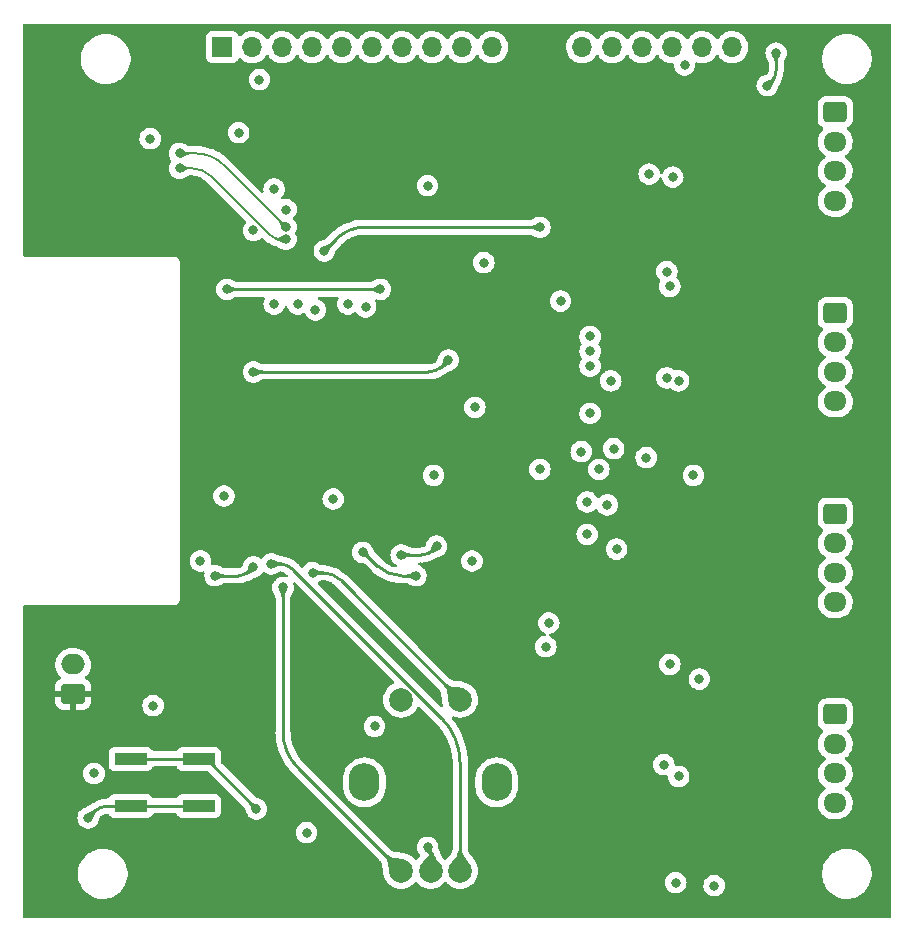
<source format=gbr>
%TF.GenerationSoftware,KiCad,Pcbnew,6.0.5-a6ca702e91~116~ubuntu20.04.1*%
%TF.CreationDate,2022-07-22T15:22:31-05:00*%
%TF.ProjectId,FormulaMixer_PCB-rounded,466f726d-756c-4614-9d69-7865725f5043,rev?*%
%TF.SameCoordinates,Original*%
%TF.FileFunction,Copper,L4,Bot*%
%TF.FilePolarity,Positive*%
%FSLAX46Y46*%
G04 Gerber Fmt 4.6, Leading zero omitted, Abs format (unit mm)*
G04 Created by KiCad (PCBNEW 6.0.5-a6ca702e91~116~ubuntu20.04.1) date 2022-07-22 15:22:31*
%MOMM*%
%LPD*%
G01*
G04 APERTURE LIST*
G04 Aperture macros list*
%AMRoundRect*
0 Rectangle with rounded corners*
0 $1 Rounding radius*
0 $2 $3 $4 $5 $6 $7 $8 $9 X,Y pos of 4 corners*
0 Add a 4 corners polygon primitive as box body*
4,1,4,$2,$3,$4,$5,$6,$7,$8,$9,$2,$3,0*
0 Add four circle primitives for the rounded corners*
1,1,$1+$1,$2,$3*
1,1,$1+$1,$4,$5*
1,1,$1+$1,$6,$7*
1,1,$1+$1,$8,$9*
0 Add four rect primitives between the rounded corners*
20,1,$1+$1,$2,$3,$4,$5,0*
20,1,$1+$1,$4,$5,$6,$7,0*
20,1,$1+$1,$6,$7,$8,$9,0*
20,1,$1+$1,$8,$9,$2,$3,0*%
G04 Aperture macros list end*
%TA.AperFunction,ComponentPad*%
%ADD10RoundRect,0.250000X-0.725000X0.600000X-0.725000X-0.600000X0.725000X-0.600000X0.725000X0.600000X0*%
%TD*%
%TA.AperFunction,ComponentPad*%
%ADD11O,1.950000X1.700000*%
%TD*%
%TA.AperFunction,ComponentPad*%
%ADD12RoundRect,0.250000X0.750000X-0.600000X0.750000X0.600000X-0.750000X0.600000X-0.750000X-0.600000X0*%
%TD*%
%TA.AperFunction,ComponentPad*%
%ADD13O,2.000000X1.700000*%
%TD*%
%TA.AperFunction,ComponentPad*%
%ADD14R,1.700000X1.700000*%
%TD*%
%TA.AperFunction,ComponentPad*%
%ADD15O,1.700000X1.700000*%
%TD*%
%TA.AperFunction,SMDPad,CuDef*%
%ADD16R,2.750000X1.000000*%
%TD*%
%TA.AperFunction,WasherPad*%
%ADD17RoundRect,1.300000X0.000000X0.300000X0.000000X0.300000X0.000000X-0.300000X0.000000X-0.300000X0*%
%TD*%
%TA.AperFunction,ComponentPad*%
%ADD18C,2.000000*%
%TD*%
%TA.AperFunction,ViaPad*%
%ADD19C,0.800000*%
%TD*%
%TA.AperFunction,Conductor*%
%ADD20C,0.250000*%
%TD*%
%TA.AperFunction,Conductor*%
%ADD21C,0.200000*%
%TD*%
G04 APERTURE END LIST*
D10*
%TO.P,J4,1,Pin_1*%
%TO.N,/M4_1P*%
X120500000Y-101500000D03*
D11*
%TO.P,J4,2,Pin_2*%
%TO.N,/M4_1N*%
X120500000Y-104000000D03*
%TO.P,J4,3,Pin_3*%
%TO.N,/M4_2P*%
X120500000Y-106500000D03*
%TO.P,J4,4,Pin_4*%
%TO.N,/M4_2N*%
X120500000Y-109000000D03*
%TD*%
D12*
%TO.P,J5,1,Pin_1*%
%TO.N,+12V*%
X55975000Y-99750000D03*
D13*
%TO.P,J5,2,Pin_2*%
%TO.N,GND*%
X55975000Y-97250000D03*
%TD*%
D14*
%TO.P,U7,1,VSS*%
%TO.N,GND*%
X68610000Y-45000000D03*
D15*
%TO.P,U7,2,VDD*%
%TO.N,+5V*%
X71150000Y-45000000D03*
%TO.P,U7,3,VO*%
X73690000Y-45000000D03*
%TO.P,U7,4,RS*%
%TO.N,/RS*%
X76230000Y-45000000D03*
%TO.P,U7,5,R/~{W}*%
%TO.N,GND*%
X78770000Y-45000000D03*
%TO.P,U7,6,E*%
%TO.N,/E*%
X81310000Y-45000000D03*
%TO.P,U7,7,DB0*%
%TO.N,unconnected-(U7-Pad7)*%
X83850000Y-45000000D03*
%TO.P,U7,8,DB1*%
%TO.N,unconnected-(U7-Pad8)*%
X86390000Y-45000000D03*
%TO.P,U7,9,DB2*%
%TO.N,unconnected-(U7-Pad9)*%
X88930000Y-45000000D03*
%TO.P,U7,10,DB3*%
%TO.N,unconnected-(U7-Pad10)*%
X91470000Y-45000000D03*
%TO.P,U7,11,DB4*%
%TO.N,/DB4*%
X99090000Y-45000000D03*
%TO.P,U7,12,DB5*%
%TO.N,/DB5*%
X101630000Y-45000000D03*
%TO.P,U7,13,DB6*%
%TO.N,/DB6*%
X104170000Y-45000000D03*
%TO.P,U7,14,DB7*%
%TO.N,/DB7*%
X106710000Y-45000000D03*
%TO.P,U7,15,A/VEE*%
%TO.N,+5V*%
X109250000Y-45000000D03*
%TO.P,U7,16,K*%
%TO.N,GND*%
X111790000Y-45000000D03*
%TD*%
D10*
%TO.P,J2,1,Pin_1*%
%TO.N,/M2_1P*%
X120500000Y-67500000D03*
D11*
%TO.P,J2,2,Pin_2*%
%TO.N,/M2_1N*%
X120500000Y-70000000D03*
%TO.P,J2,3,Pin_3*%
%TO.N,/M2_2P*%
X120500000Y-72500000D03*
%TO.P,J2,4,Pin_4*%
%TO.N,/M2_2N*%
X120500000Y-75000000D03*
%TD*%
D10*
%TO.P,J3,1,Pin_1*%
%TO.N,/M3_1P*%
X120500000Y-84500000D03*
D11*
%TO.P,J3,2,Pin_2*%
%TO.N,/M3_1N*%
X120500000Y-87000000D03*
%TO.P,J3,3,Pin_3*%
%TO.N,/M3_2P*%
X120500000Y-89500000D03*
%TO.P,J3,4,Pin_4*%
%TO.N,/M3_2N*%
X120500000Y-92000000D03*
%TD*%
D10*
%TO.P,J1,1,Pin_1*%
%TO.N,/M1_1P*%
X120500000Y-50500000D03*
D11*
%TO.P,J1,2,Pin_2*%
%TO.N,/M1_1N*%
X120500000Y-53000000D03*
%TO.P,J1,3,Pin_3*%
%TO.N,/M1_2P*%
X120500000Y-55500000D03*
%TO.P,J1,4,Pin_4*%
%TO.N,/M1_2N*%
X120500000Y-58000000D03*
%TD*%
D16*
%TO.P,SW2,1,1*%
%TO.N,GND*%
X60870000Y-109250000D03*
X66630000Y-109250000D03*
%TO.P,SW2,2,2*%
%TO.N,/BTN*%
X66630000Y-105250000D03*
X60870000Y-105250000D03*
%TD*%
D17*
%TO.P,SW1,*%
%TO.N,*%
X91850000Y-107250000D03*
X80650000Y-107250000D03*
D18*
%TO.P,SW1,A,A*%
%TO.N,/ENC_A*%
X88750000Y-114750000D03*
%TO.P,SW1,B,B*%
%TO.N,/ENC_B*%
X83750000Y-114750000D03*
%TO.P,SW1,C,C*%
%TO.N,+3V3*%
X86250000Y-114750000D03*
%TO.P,SW1,S1,S1*%
%TO.N,/ENC_BTN*%
X88750000Y-100250000D03*
%TO.P,SW1,S2,S2*%
%TO.N,GND*%
X83750000Y-100250000D03*
%TD*%
D19*
%TO.N,GND*%
X71250000Y-60500000D03*
X114750000Y-48250000D03*
X115500000Y-45500000D03*
X57250000Y-110250000D03*
X73000000Y-57000000D03*
X71250000Y-89000000D03*
X68000000Y-89750000D03*
%TO.N,+12V*%
X105000000Y-94000000D03*
X105000000Y-85500000D03*
X105000000Y-102500000D03*
X110250000Y-90250000D03*
X105000000Y-76500000D03*
X110500000Y-55500000D03*
X105250000Y-59250000D03*
X110250000Y-107500000D03*
X105250000Y-50500000D03*
X110250000Y-81500000D03*
X110000000Y-46750000D03*
X105000000Y-111000000D03*
X105250000Y-67750000D03*
X110500000Y-64250000D03*
X110250000Y-99000000D03*
X110250000Y-73000000D03*
%TO.N,/RESET*%
X73000000Y-66750000D03*
X68750000Y-83000000D03*
%TO.N,+3V3*%
X90750000Y-63250000D03*
X97250000Y-66500000D03*
X89750000Y-88500000D03*
X75750000Y-111500000D03*
X81500000Y-102500000D03*
X66750000Y-88500000D03*
X95500000Y-80750000D03*
X95500000Y-60250000D03*
X90000000Y-75500000D03*
X77250000Y-62250000D03*
X86000000Y-112750000D03*
%TO.N,+5V*%
X57750000Y-106500000D03*
X74000000Y-58750000D03*
X71750000Y-47750000D03*
X62750000Y-100750000D03*
X62500000Y-52750000D03*
X85987701Y-56737701D03*
X107750000Y-46500000D03*
X70000000Y-52250000D03*
%TO.N,/D+*%
X74000000Y-61250000D03*
X65000000Y-55250000D03*
%TO.N,/D-*%
X74000000Y-60250000D03*
X65000000Y-54000000D03*
%TO.N,/RTS*%
X69000000Y-65500000D03*
X82000000Y-65500000D03*
%TO.N,/ENC_A*%
X72750000Y-88750000D03*
%TO.N,/ENC_B*%
X73750000Y-90750000D03*
%TO.N,/ENC_BTN*%
X76250000Y-89500000D03*
%TO.N,/BTN*%
X71500000Y-109500000D03*
X78000000Y-83250000D03*
%TO.N,/S1_P1*%
X83750000Y-88000000D03*
X86750000Y-87250000D03*
%TO.N,/S2_P1*%
X80500000Y-87775500D03*
X85000000Y-89750000D03*
%TO.N,/DB7*%
X86500000Y-81250000D03*
%TO.N,/DB6*%
X80750000Y-67000000D03*
%TO.N,/DB5*%
X79250000Y-66750000D03*
%TO.N,/DB4*%
X76500000Y-67250000D03*
%TO.N,/RS*%
X75000000Y-66750000D03*
%TO.N,/S1_P2*%
X71250000Y-72500000D03*
X87750000Y-71500000D03*
%TO.N,/P1M4_N*%
X107250000Y-106750000D03*
X96250000Y-93750000D03*
%TO.N,/P1M4_P*%
X96000000Y-95750000D03*
X106000000Y-105750000D03*
%TO.N,/P1M2_N*%
X107250000Y-73250000D03*
X102000000Y-87500000D03*
%TO.N,/P1M2_P*%
X106250000Y-73000000D03*
X99500000Y-86250000D03*
%TO.N,/P1M1_N*%
X106750000Y-56000000D03*
X101199500Y-83750000D03*
%TO.N,/P1M1_P*%
X104750000Y-55750000D03*
X99500000Y-83500000D03*
%TO.N,/P2M4_N*%
X100500000Y-80750000D03*
X110250000Y-116000000D03*
%TO.N,/P2M4_P*%
X99000000Y-79250000D03*
X107000000Y-115750000D03*
%TO.N,/P2M3_N*%
X109000000Y-98500000D03*
X101750000Y-79000000D03*
%TO.N,/P2M3_P*%
X99750000Y-76000000D03*
X106500000Y-97250000D03*
%TO.N,/P2M2_N*%
X101500000Y-73250000D03*
X108500000Y-81250000D03*
%TO.N,/P2M2_P*%
X99750000Y-72000000D03*
X104500000Y-79750000D03*
%TO.N,/P2M1_N*%
X99750000Y-70750000D03*
X106500000Y-65250000D03*
%TO.N,/P2M1_P*%
X99750000Y-69500000D03*
X106250000Y-64000000D03*
%TD*%
D20*
%TO.N,GND*%
X68000000Y-89750000D02*
X69969669Y-89750000D01*
X70875000Y-89375000D02*
X71250000Y-89000000D01*
X60870000Y-109250000D02*
X66630000Y-109250000D01*
X114750000Y-48250000D02*
X115125000Y-47875000D01*
X58957106Y-109250000D02*
X60870000Y-109250000D01*
X57250000Y-110250000D02*
X57750000Y-109750000D01*
X115500000Y-45500000D02*
X115500000Y-46969669D01*
X57749998Y-109749998D02*
G75*
G02*
X58957106Y-109250000I1207102J-1207102D01*
G01*
X115125009Y-47875009D02*
G75*
G03*
X115500000Y-46969669I-905309J905309D01*
G01*
X69969669Y-89749987D02*
G75*
G03*
X70875000Y-89375000I31J1280287D01*
G01*
%TO.N,+3V3*%
X77250000Y-62250000D02*
X78250000Y-61250000D01*
X80664213Y-60250000D02*
X95500000Y-60250000D01*
X86125000Y-112875000D02*
X86000000Y-112750000D01*
X86250000Y-113176776D02*
X86250000Y-114750000D01*
X86250009Y-113176776D02*
G75*
G03*
X86125000Y-112875000I-426809J-24D01*
G01*
X78249996Y-61249996D02*
G75*
G02*
X80664213Y-60250000I2414204J-2414204D01*
G01*
D21*
%TO.N,/D+*%
X66000000Y-55250000D02*
X65000000Y-55250000D01*
X73500000Y-61250000D02*
X74000000Y-61250000D01*
X72646446Y-60896446D02*
X67707106Y-55957106D01*
X73500000Y-61250001D02*
G75*
G02*
X72646447Y-60896445I0J1207101D01*
G01*
X66000000Y-55249997D02*
G75*
G02*
X67707105Y-55957107I0J-2414203D01*
G01*
%TO.N,/D-*%
X66375000Y-54000000D02*
X65000000Y-54000000D01*
X68722271Y-54972271D02*
X74000000Y-60250000D01*
X66375000Y-53999988D02*
G75*
G02*
X68722270Y-54972272I0J-3319512D01*
G01*
D20*
%TO.N,/RTS*%
X82000000Y-65500000D02*
X69000000Y-65500000D01*
%TO.N,/ENC_A*%
X88750000Y-105630820D02*
X88750000Y-114750000D01*
X74608622Y-89235479D02*
X87156207Y-101783064D01*
X73436571Y-88750000D02*
X72750000Y-88750000D01*
X73436571Y-88750012D02*
G75*
G02*
X74608622Y-89235479I29J-1657488D01*
G01*
X88749970Y-105630820D02*
G75*
G03*
X87156207Y-101783064I-5441570J20D01*
G01*
%TO.N,/ENC_B*%
X73750000Y-102982233D02*
X73750000Y-90750000D01*
X75000000Y-106000000D02*
X77500000Y-108500000D01*
X77500000Y-108500000D02*
X83750000Y-114750000D01*
X75000010Y-105999990D02*
G75*
G02*
X73750000Y-102982233I3017790J3017790D01*
G01*
%TO.N,/ENC_BTN*%
X78618718Y-90118718D02*
X88750000Y-100250000D01*
X76250000Y-89500000D02*
X77125000Y-89500000D01*
X77125000Y-89499990D02*
G75*
G02*
X78618717Y-90118719I0J-2112410D01*
G01*
%TO.N,/BTN*%
X66940000Y-105250000D02*
X66320000Y-105250000D01*
X66320000Y-105250000D02*
X60870000Y-105250000D01*
X71500000Y-109500000D02*
X67469203Y-105469203D01*
X66940000Y-105249999D02*
G75*
G02*
X67469202Y-105469204I0J-748401D01*
G01*
%TO.N,/S1_P1*%
X83750000Y-88000000D02*
X85469669Y-88000000D01*
X86750000Y-87250000D02*
X86375000Y-87625000D01*
X85469669Y-87999987D02*
G75*
G03*
X86375000Y-87625000I31J1280287D01*
G01*
%TO.N,/S2_P1*%
X85000000Y-89750000D02*
X83792030Y-89750000D01*
X80500000Y-87775500D02*
X80554780Y-87775500D01*
X81729897Y-88895836D02*
X80648296Y-87814235D01*
X83792030Y-89749977D02*
G75*
G02*
X81729897Y-88895836I-30J2916277D01*
G01*
X80554780Y-87775499D02*
G75*
G02*
X80648296Y-87814235I20J-132201D01*
G01*
%TO.N,/S1_P2*%
X87250000Y-72000000D02*
X87750000Y-71500000D01*
X86042893Y-72500000D02*
X71250000Y-72500000D01*
X86042893Y-72499997D02*
G75*
G03*
X87250000Y-72000000I7J1707097D01*
G01*
%TD*%
%TA.AperFunction,Conductor*%
%TO.N,/BTN*%
G36*
X66418155Y-104805865D02*
G01*
X66880000Y-105250000D01*
X66611836Y-105507881D01*
X66418155Y-105694135D01*
X66409816Y-105697400D01*
X66404576Y-105696045D01*
X66321666Y-105652205D01*
X66321003Y-105651826D01*
X66244773Y-105604915D01*
X66244333Y-105604630D01*
X66177536Y-105559274D01*
X66177426Y-105559199D01*
X66116132Y-105516558D01*
X66116040Y-105516494D01*
X66055962Y-105477512D01*
X66022183Y-105459147D01*
X65993374Y-105443483D01*
X65993368Y-105443480D01*
X65993090Y-105443329D01*
X65923240Y-105414966D01*
X65922885Y-105414872D01*
X65922883Y-105414871D01*
X65842569Y-105393533D01*
X65842568Y-105393533D01*
X65842230Y-105393443D01*
X65841889Y-105393395D01*
X65841881Y-105393393D01*
X65791479Y-105386246D01*
X65745877Y-105379780D01*
X65641217Y-105375463D01*
X65633093Y-105371698D01*
X65630000Y-105363773D01*
X65630000Y-105136227D01*
X65633427Y-105127954D01*
X65641218Y-105124537D01*
X65745877Y-105120219D01*
X65791479Y-105113753D01*
X65841881Y-105106606D01*
X65841889Y-105106604D01*
X65842230Y-105106556D01*
X65842569Y-105106466D01*
X65922883Y-105085128D01*
X65922885Y-105085127D01*
X65923240Y-105085033D01*
X65993090Y-105056670D01*
X65993368Y-105056519D01*
X65993374Y-105056516D01*
X66022183Y-105040852D01*
X66055962Y-105022487D01*
X66116040Y-104983505D01*
X66177426Y-104940800D01*
X66177536Y-104940725D01*
X66244333Y-104895369D01*
X66244773Y-104895084D01*
X66321003Y-104848173D01*
X66321666Y-104847794D01*
X66404576Y-104803955D01*
X66413492Y-104803117D01*
X66418155Y-104805865D01*
G37*
%TD.AperFunction*%
%TD*%
%TA.AperFunction,Conductor*%
%TO.N,/S1_P2*%
G36*
X87887595Y-71362082D02*
G01*
X87891183Y-71370744D01*
X87881427Y-71869815D01*
X87877839Y-71878019D01*
X87873719Y-71880585D01*
X87770112Y-71918166D01*
X87770051Y-71918191D01*
X87770026Y-71918200D01*
X87723647Y-71936826D01*
X87675797Y-71956042D01*
X87593946Y-71992996D01*
X87520180Y-72030551D01*
X87481967Y-72052194D01*
X87450192Y-72070190D01*
X87450180Y-72070197D01*
X87450122Y-72070230D01*
X87379393Y-72113554D01*
X87379350Y-72113581D01*
X87379346Y-72113584D01*
X87303615Y-72162048D01*
X87218460Y-72217200D01*
X87218409Y-72217233D01*
X87119474Y-72280583D01*
X87119359Y-72280656D01*
X87012197Y-72347532D01*
X87003364Y-72349005D01*
X86996035Y-72343732D01*
X86877221Y-72150413D01*
X86875809Y-72141571D01*
X86880724Y-72134535D01*
X86976899Y-72070779D01*
X86976900Y-72070778D01*
X86977101Y-72070645D01*
X87061537Y-72003626D01*
X87127977Y-71937966D01*
X87179789Y-71871908D01*
X87181034Y-71869815D01*
X87220179Y-71803969D01*
X87220344Y-71803692D01*
X87253009Y-71731561D01*
X87281154Y-71653758D01*
X87308147Y-71568523D01*
X87337333Y-71474179D01*
X87337384Y-71474017D01*
X87369556Y-71376597D01*
X87375404Y-71369816D01*
X87380437Y-71368568D01*
X87525693Y-71365729D01*
X87879256Y-71358817D01*
X87887595Y-71362082D01*
G37*
%TD.AperFunction*%
%TD*%
%TA.AperFunction,Conductor*%
%TO.N,+3V3*%
G36*
X86291233Y-112878809D02*
G01*
X86392319Y-113017331D01*
X86393514Y-113018969D01*
X86393515Y-113018971D01*
X86396036Y-113022426D01*
X86396742Y-113023514D01*
X86472799Y-113156528D01*
X86473312Y-113157536D01*
X86529938Y-113283403D01*
X86530210Y-113284059D01*
X86576335Y-113405841D01*
X86576369Y-113405934D01*
X86594678Y-113455545D01*
X86620704Y-113526070D01*
X86672081Y-113647156D01*
X86739351Y-113771832D01*
X86831397Y-113902833D01*
X86831620Y-113903082D01*
X86831626Y-113903089D01*
X86951400Y-114036536D01*
X86954376Y-114044982D01*
X86952788Y-114050265D01*
X86257813Y-115236662D01*
X86250675Y-115242068D01*
X86241804Y-115240843D01*
X86239285Y-115238858D01*
X85356204Y-114320562D01*
X85352939Y-114312223D01*
X85354602Y-114306436D01*
X85454268Y-114140203D01*
X85455214Y-114138852D01*
X85581435Y-113983138D01*
X85582095Y-113982391D01*
X85719117Y-113840058D01*
X85719371Y-113839802D01*
X85855154Y-113707170D01*
X85855158Y-113707166D01*
X85855245Y-113707081D01*
X85977823Y-113580269D01*
X86020073Y-113526070D01*
X86074651Y-113456056D01*
X86074652Y-113456054D01*
X86075049Y-113455545D01*
X86134994Y-113328964D01*
X86145729Y-113196581D01*
X86095325Y-113054450D01*
X85971852Y-112898628D01*
X86148628Y-112721852D01*
X86291233Y-112878809D01*
G37*
%TD.AperFunction*%
%TD*%
%TA.AperFunction,Conductor*%
%TO.N,/ENC_BTN*%
G36*
X87439497Y-98761880D02*
G01*
X87606945Y-98912280D01*
X87768557Y-99023307D01*
X87920448Y-99096535D01*
X87953859Y-99106661D01*
X88066634Y-99140841D01*
X88066641Y-99140843D01*
X88066982Y-99140946D01*
X88137593Y-99152871D01*
X88212311Y-99165490D01*
X88212319Y-99165491D01*
X88212526Y-99165526D01*
X88212740Y-99165546D01*
X88212742Y-99165546D01*
X88305750Y-99174122D01*
X88361444Y-99179258D01*
X88517898Y-99191109D01*
X88518313Y-99191149D01*
X88540695Y-99193667D01*
X88686427Y-99210064D01*
X88687297Y-99210195D01*
X88871549Y-99245099D01*
X88872651Y-99245364D01*
X89069925Y-99302975D01*
X89076906Y-99308584D01*
X89078343Y-99313977D01*
X89103315Y-100591388D01*
X89100050Y-100599727D01*
X89091388Y-100603315D01*
X87908463Y-100580190D01*
X87813977Y-100578343D01*
X87805773Y-100574755D01*
X87802975Y-100569925D01*
X87745364Y-100372651D01*
X87745099Y-100371549D01*
X87710195Y-100187297D01*
X87710064Y-100186427D01*
X87691149Y-100018317D01*
X87691109Y-100017893D01*
X87679258Y-99861444D01*
X87665546Y-99712742D01*
X87665546Y-99712740D01*
X87665526Y-99712526D01*
X87640946Y-99566982D01*
X87596535Y-99420448D01*
X87596338Y-99420039D01*
X87523501Y-99268959D01*
X87523500Y-99268957D01*
X87523307Y-99268557D01*
X87412280Y-99106945D01*
X87261880Y-98939497D01*
X87258901Y-98931052D01*
X87262311Y-98923406D01*
X87423406Y-98762311D01*
X87431679Y-98758884D01*
X87439497Y-98761880D01*
G37*
%TD.AperFunction*%
%TD*%
%TA.AperFunction,Conductor*%
%TO.N,/S1_P1*%
G36*
X86887595Y-87112082D02*
G01*
X86891183Y-87120744D01*
X86889560Y-87203762D01*
X86881916Y-87594829D01*
X86881429Y-87619733D01*
X86877841Y-87627937D01*
X86873615Y-87630540D01*
X86826916Y-87646977D01*
X86787020Y-87661019D01*
X86706278Y-87690500D01*
X86706199Y-87690531D01*
X86706192Y-87690533D01*
X86635431Y-87717756D01*
X86635416Y-87717762D01*
X86635403Y-87717767D01*
X86570757Y-87744296D01*
X86508698Y-87771565D01*
X86445589Y-87801052D01*
X86377789Y-87834233D01*
X86377754Y-87834250D01*
X86377723Y-87834266D01*
X86301659Y-87872585D01*
X86213559Y-87917586D01*
X86213469Y-87917632D01*
X86213457Y-87917638D01*
X86120269Y-87965377D01*
X86111344Y-87966099D01*
X86104519Y-87960294D01*
X86001038Y-87758066D01*
X86000320Y-87749140D01*
X86005608Y-87742601D01*
X86082722Y-87698124D01*
X86083038Y-87697942D01*
X86150555Y-87646977D01*
X86201729Y-87594485D01*
X86239774Y-87539685D01*
X86248468Y-87521792D01*
X86267748Y-87482110D01*
X86267751Y-87482102D01*
X86267899Y-87481798D01*
X86289318Y-87420042D01*
X86307241Y-87353638D01*
X86324852Y-87281921D01*
X86324897Y-87281743D01*
X86345380Y-87204017D01*
X86345532Y-87203492D01*
X86369633Y-87126758D01*
X86375381Y-87119892D01*
X86380566Y-87118566D01*
X86879256Y-87108817D01*
X86887595Y-87112082D01*
G37*
%TD.AperFunction*%
%TD*%
%TA.AperFunction,Conductor*%
%TO.N,/ENC_A*%
G36*
X72931635Y-88393413D02*
G01*
X72936245Y-88395574D01*
X73029436Y-88439260D01*
X73121068Y-88478719D01*
X73167561Y-88496584D01*
X73203233Y-88510291D01*
X73203243Y-88510295D01*
X73203356Y-88510338D01*
X73203468Y-88510375D01*
X73203478Y-88510379D01*
X73280293Y-88536037D01*
X73280404Y-88536074D01*
X73356318Y-88557887D01*
X73435204Y-88577735D01*
X73521167Y-88597577D01*
X73618267Y-88619362D01*
X73618309Y-88619391D01*
X73618313Y-88619372D01*
X73730745Y-88645079D01*
X73802213Y-88662199D01*
X73851124Y-88673916D01*
X73858371Y-88679176D01*
X73859759Y-88688089D01*
X73809051Y-88894129D01*
X73805526Y-88908453D01*
X73800221Y-88915668D01*
X73791778Y-88917111D01*
X73681771Y-88894183D01*
X73681762Y-88894182D01*
X73681510Y-88894129D01*
X73681253Y-88894099D01*
X73681247Y-88894098D01*
X73577387Y-88881956D01*
X73577385Y-88881956D01*
X73577061Y-88881918D01*
X73543890Y-88881792D01*
X73486322Y-88881572D01*
X73486315Y-88881572D01*
X73485943Y-88881571D01*
X73444363Y-88886843D01*
X73405004Y-88891834D01*
X73404999Y-88891835D01*
X73404620Y-88891883D01*
X73404247Y-88891981D01*
X73404243Y-88891982D01*
X73329870Y-88911564D01*
X73329865Y-88911566D01*
X73329556Y-88911647D01*
X73257215Y-88939656D01*
X73184060Y-88974702D01*
X73184003Y-88974732D01*
X73183985Y-88974741D01*
X73106556Y-89015580D01*
X73021286Y-89061017D01*
X73021061Y-89061134D01*
X72931760Y-89106258D01*
X72922831Y-89106930D01*
X72918374Y-89104248D01*
X72558769Y-88758433D01*
X72555181Y-88750229D01*
X72558769Y-88741567D01*
X72614379Y-88688090D01*
X72873131Y-88439260D01*
X72918559Y-88395574D01*
X72926898Y-88392309D01*
X72931635Y-88393413D01*
G37*
%TD.AperFunction*%
%TD*%
%TA.AperFunction,Conductor*%
%TO.N,GND*%
G36*
X115508433Y-45308769D02*
G01*
X115854174Y-45668297D01*
X115857439Y-45676635D01*
X115856119Y-45681809D01*
X115823736Y-45744005D01*
X115823443Y-45744534D01*
X115788513Y-45803921D01*
X115788320Y-45804236D01*
X115755118Y-45856809D01*
X115755115Y-45856811D01*
X115755116Y-45856812D01*
X115724261Y-45905640D01*
X115696476Y-45953647D01*
X115672374Y-46003935D01*
X115652564Y-46059610D01*
X115637658Y-46123777D01*
X115628266Y-46199538D01*
X115628257Y-46199799D01*
X115625407Y-46278722D01*
X115621684Y-46286866D01*
X115613715Y-46290000D01*
X115386285Y-46290000D01*
X115378012Y-46286573D01*
X115374593Y-46278722D01*
X115371742Y-46199799D01*
X115371733Y-46199538D01*
X115362341Y-46123777D01*
X115347435Y-46059610D01*
X115327625Y-46003935D01*
X115303523Y-45953647D01*
X115275738Y-45905640D01*
X115244883Y-45856812D01*
X115211666Y-45804214D01*
X115211486Y-45803921D01*
X115176556Y-45744534D01*
X115176263Y-45744005D01*
X115143881Y-45681810D01*
X115143100Y-45672889D01*
X115145826Y-45668297D01*
X115491567Y-45308769D01*
X115499771Y-45305181D01*
X115508433Y-45308769D01*
G37*
%TD.AperFunction*%
%TD*%
%TA.AperFunction,Conductor*%
%TO.N,GND*%
G36*
X68181808Y-89393881D02*
G01*
X68236828Y-89422527D01*
X68244005Y-89426263D01*
X68244534Y-89426556D01*
X68303938Y-89461496D01*
X68304214Y-89461666D01*
X68356809Y-89494881D01*
X68356811Y-89494884D01*
X68356812Y-89494883D01*
X68405640Y-89525738D01*
X68453647Y-89553523D01*
X68453849Y-89553620D01*
X68453855Y-89553623D01*
X68484233Y-89568182D01*
X68503935Y-89577625D01*
X68559610Y-89597435D01*
X68559931Y-89597509D01*
X68559929Y-89597509D01*
X68623475Y-89612271D01*
X68623478Y-89612271D01*
X68623777Y-89612341D01*
X68624086Y-89612379D01*
X68624090Y-89612380D01*
X68668113Y-89617837D01*
X68699538Y-89621733D01*
X68746068Y-89623413D01*
X68778722Y-89624593D01*
X68786866Y-89628316D01*
X68790000Y-89636285D01*
X68790000Y-89863715D01*
X68786573Y-89871988D01*
X68778722Y-89875407D01*
X68755541Y-89876244D01*
X68699538Y-89878266D01*
X68668113Y-89882162D01*
X68624090Y-89887619D01*
X68624086Y-89887620D01*
X68623777Y-89887658D01*
X68623478Y-89887728D01*
X68623475Y-89887728D01*
X68585442Y-89896563D01*
X68559610Y-89902564D01*
X68503935Y-89922374D01*
X68503660Y-89922506D01*
X68453855Y-89946376D01*
X68453849Y-89946379D01*
X68453647Y-89946476D01*
X68405640Y-89974261D01*
X68356812Y-90005116D01*
X68304214Y-90038333D01*
X68303938Y-90038503D01*
X68253260Y-90068311D01*
X68244534Y-90073443D01*
X68244005Y-90073736D01*
X68181809Y-90106119D01*
X68172889Y-90106900D01*
X68168298Y-90104175D01*
X67808769Y-89758433D01*
X67805181Y-89750229D01*
X67808769Y-89741567D01*
X68168297Y-89395826D01*
X68176636Y-89392561D01*
X68181808Y-89393881D01*
G37*
%TD.AperFunction*%
%TD*%
%TA.AperFunction,Conductor*%
%TO.N,+3V3*%
G36*
X77728204Y-61610977D02*
G01*
X77889022Y-61771795D01*
X77892449Y-61780068D01*
X77889315Y-61788037D01*
X77862551Y-61816807D01*
X77835346Y-61846050D01*
X77835201Y-61846236D01*
X77835195Y-61846243D01*
X77808450Y-61880557D01*
X77788415Y-61906262D01*
X77788252Y-61906523D01*
X77788251Y-61906525D01*
X77753760Y-61961890D01*
X77753756Y-61961897D01*
X77753583Y-61962175D01*
X77728222Y-62015550D01*
X77728121Y-62015836D01*
X77728118Y-62015844D01*
X77709784Y-62067931D01*
X77709706Y-62068153D01*
X77695407Y-62121745D01*
X77695376Y-62121883D01*
X77682700Y-62178085D01*
X77682697Y-62178089D01*
X77682699Y-62178089D01*
X77668987Y-62238797D01*
X77668906Y-62239130D01*
X77651617Y-62305811D01*
X77651457Y-62306367D01*
X77630373Y-62373253D01*
X77624617Y-62380114D01*
X77619443Y-62381434D01*
X77120744Y-62391183D01*
X77112405Y-62387918D01*
X77108817Y-62379256D01*
X77118566Y-61880557D01*
X77122154Y-61872353D01*
X77126746Y-61869627D01*
X77193637Y-61848541D01*
X77194218Y-61848375D01*
X77260843Y-61831100D01*
X77261202Y-61831012D01*
X77321910Y-61817300D01*
X77321910Y-61817301D01*
X77321914Y-61817299D01*
X77378254Y-61804592D01*
X77431846Y-61790293D01*
X77432068Y-61790215D01*
X77484155Y-61771881D01*
X77484163Y-61771878D01*
X77484449Y-61771777D01*
X77537824Y-61746416D01*
X77538102Y-61746243D01*
X77538109Y-61746239D01*
X77593474Y-61711748D01*
X77593476Y-61711747D01*
X77593737Y-61711584D01*
X77593975Y-61711398D01*
X77593980Y-61711395D01*
X77653756Y-61664804D01*
X77653763Y-61664798D01*
X77653949Y-61664653D01*
X77711964Y-61610683D01*
X77720353Y-61607558D01*
X77728204Y-61610977D01*
G37*
%TD.AperFunction*%
%TD*%
%TA.AperFunction,Conductor*%
%TO.N,/D-*%
G36*
X65181840Y-53643971D02*
G01*
X65224056Y-53666364D01*
X65245559Y-53677771D01*
X65246242Y-53678164D01*
X65306157Y-53715370D01*
X65306621Y-53715673D01*
X65359085Y-53751803D01*
X65359213Y-53751893D01*
X65407421Y-53786051D01*
X65454610Y-53817336D01*
X65454800Y-53817442D01*
X65454802Y-53817443D01*
X65503716Y-53844674D01*
X65503721Y-53844676D01*
X65504004Y-53844834D01*
X65504308Y-53844960D01*
X65504313Y-53844963D01*
X65558572Y-53867552D01*
X65558576Y-53867553D01*
X65558921Y-53867697D01*
X65578893Y-53873141D01*
X65622338Y-53884985D01*
X65622346Y-53884987D01*
X65622681Y-53885078D01*
X65657928Y-53890208D01*
X65698298Y-53896084D01*
X65698300Y-53896084D01*
X65698601Y-53896128D01*
X65698897Y-53896141D01*
X65698902Y-53896141D01*
X65734154Y-53897634D01*
X65778796Y-53899525D01*
X65786916Y-53903299D01*
X65790000Y-53911215D01*
X65790000Y-54088785D01*
X65786573Y-54097058D01*
X65778796Y-54100475D01*
X65728096Y-54102622D01*
X65698902Y-54103858D01*
X65698897Y-54103858D01*
X65698601Y-54103871D01*
X65698300Y-54103915D01*
X65698298Y-54103915D01*
X65657928Y-54109791D01*
X65622681Y-54114921D01*
X65622346Y-54115012D01*
X65622338Y-54115014D01*
X65578893Y-54126858D01*
X65558921Y-54132302D01*
X65558576Y-54132446D01*
X65558572Y-54132447D01*
X65504313Y-54155036D01*
X65504308Y-54155039D01*
X65504004Y-54155165D01*
X65503721Y-54155323D01*
X65503716Y-54155325D01*
X65454802Y-54182556D01*
X65454610Y-54182663D01*
X65407421Y-54213948D01*
X65407310Y-54214026D01*
X65407295Y-54214037D01*
X65359213Y-54248106D01*
X65359085Y-54248196D01*
X65306621Y-54284326D01*
X65306157Y-54284629D01*
X65246242Y-54321835D01*
X65245559Y-54322229D01*
X65221224Y-54335137D01*
X65181840Y-54356029D01*
X65172925Y-54356878D01*
X65168247Y-54354126D01*
X65003178Y-54195387D01*
X64808769Y-54008433D01*
X64805181Y-54000229D01*
X64808769Y-53991567D01*
X64903988Y-53900000D01*
X65168247Y-53645874D01*
X65176586Y-53642609D01*
X65181840Y-53643971D01*
G37*
%TD.AperFunction*%
%TD*%
%TA.AperFunction,Conductor*%
%TO.N,GND*%
G36*
X71387595Y-88862082D02*
G01*
X71391183Y-88870744D01*
X71389560Y-88953762D01*
X71381916Y-89344829D01*
X71381429Y-89369733D01*
X71377841Y-89377937D01*
X71373615Y-89380540D01*
X71326916Y-89396977D01*
X71287020Y-89411019D01*
X71206278Y-89440500D01*
X71206199Y-89440531D01*
X71206192Y-89440533D01*
X71135431Y-89467756D01*
X71135416Y-89467762D01*
X71135403Y-89467767D01*
X71070757Y-89494296D01*
X71008698Y-89521565D01*
X70945589Y-89551052D01*
X70877789Y-89584233D01*
X70877754Y-89584250D01*
X70877723Y-89584266D01*
X70801659Y-89622585D01*
X70713559Y-89667586D01*
X70713469Y-89667632D01*
X70713457Y-89667638D01*
X70620269Y-89715377D01*
X70611344Y-89716099D01*
X70604519Y-89710294D01*
X70501038Y-89508066D01*
X70500320Y-89499140D01*
X70505608Y-89492601D01*
X70582722Y-89448124D01*
X70583038Y-89447942D01*
X70650555Y-89396977D01*
X70701729Y-89344485D01*
X70739774Y-89289685D01*
X70748468Y-89271792D01*
X70767748Y-89232110D01*
X70767751Y-89232102D01*
X70767899Y-89231798D01*
X70789318Y-89170042D01*
X70807241Y-89103638D01*
X70824852Y-89031921D01*
X70824897Y-89031743D01*
X70845380Y-88954017D01*
X70845532Y-88953492D01*
X70869633Y-88876758D01*
X70875381Y-88869892D01*
X70880566Y-88868566D01*
X71379256Y-88858817D01*
X71387595Y-88862082D01*
G37*
%TD.AperFunction*%
%TD*%
%TA.AperFunction,Conductor*%
%TO.N,GND*%
G36*
X66418160Y-108805870D02*
G01*
X66744995Y-109120172D01*
X66871231Y-109241567D01*
X66874819Y-109249771D01*
X66871231Y-109258433D01*
X66642856Y-109478050D01*
X66418162Y-109694128D01*
X66409823Y-109697393D01*
X66404572Y-109696032D01*
X66347738Y-109665904D01*
X66322709Y-109652636D01*
X66322032Y-109652248D01*
X66246747Y-109605583D01*
X66246288Y-109605283D01*
X66180445Y-109560067D01*
X66180320Y-109559980D01*
X66119881Y-109517314D01*
X66119878Y-109517312D01*
X66119786Y-109517247D01*
X66119683Y-109517179D01*
X66060780Y-109478297D01*
X66060774Y-109478293D01*
X66060581Y-109478166D01*
X65998613Y-109443831D01*
X65998311Y-109443706D01*
X65998307Y-109443704D01*
X65970815Y-109432316D01*
X65929726Y-109415295D01*
X65878302Y-109401349D01*
X65850115Y-109393705D01*
X65850112Y-109393704D01*
X65849764Y-109393610D01*
X65754574Y-109379827D01*
X65685516Y-109376918D01*
X65651207Y-109375472D01*
X65643086Y-109371700D01*
X65640000Y-109363782D01*
X65640000Y-109136218D01*
X65643427Y-109127945D01*
X65651207Y-109124528D01*
X65691396Y-109122834D01*
X65754574Y-109120172D01*
X65849764Y-109106389D01*
X65850112Y-109106295D01*
X65850115Y-109106294D01*
X65878302Y-109098650D01*
X65929726Y-109084704D01*
X65970815Y-109067683D01*
X65998307Y-109056295D01*
X65998311Y-109056293D01*
X65998613Y-109056168D01*
X66060581Y-109021833D01*
X66060774Y-109021706D01*
X66060780Y-109021702D01*
X66119683Y-108982820D01*
X66119786Y-108982752D01*
X66119881Y-108982685D01*
X66180320Y-108940019D01*
X66180445Y-108939932D01*
X66246288Y-108894716D01*
X66246747Y-108894416D01*
X66322032Y-108847751D01*
X66322709Y-108847363D01*
X66404573Y-108803967D01*
X66413487Y-108803120D01*
X66418160Y-108805870D01*
G37*
%TD.AperFunction*%
%TD*%
%TA.AperFunction,Conductor*%
%TO.N,/BTN*%
G36*
X61095428Y-104803968D02*
G01*
X61153176Y-104834580D01*
X61177290Y-104847363D01*
X61177967Y-104847751D01*
X61253252Y-104894416D01*
X61253711Y-104894716D01*
X61319554Y-104939932D01*
X61319679Y-104940019D01*
X61380118Y-104982685D01*
X61380213Y-104982752D01*
X61380316Y-104982820D01*
X61439219Y-105021702D01*
X61439225Y-105021706D01*
X61439418Y-105021833D01*
X61501386Y-105056168D01*
X61501688Y-105056293D01*
X61501692Y-105056295D01*
X61529184Y-105067683D01*
X61570273Y-105084704D01*
X61621697Y-105098650D01*
X61649884Y-105106294D01*
X61649887Y-105106295D01*
X61650235Y-105106389D01*
X61745425Y-105120172D01*
X61809006Y-105122851D01*
X61848793Y-105124528D01*
X61856914Y-105128301D01*
X61860000Y-105136218D01*
X61860000Y-105363782D01*
X61856573Y-105372055D01*
X61848793Y-105375472D01*
X61815107Y-105376891D01*
X61745425Y-105379827D01*
X61650235Y-105393610D01*
X61649887Y-105393704D01*
X61649884Y-105393705D01*
X61621697Y-105401349D01*
X61570273Y-105415295D01*
X61529184Y-105432316D01*
X61501692Y-105443704D01*
X61501688Y-105443706D01*
X61501386Y-105443831D01*
X61439418Y-105478166D01*
X61439225Y-105478293D01*
X61439219Y-105478297D01*
X61380316Y-105517179D01*
X61380213Y-105517247D01*
X61380121Y-105517312D01*
X61380118Y-105517314D01*
X61319679Y-105559980D01*
X61319554Y-105560067D01*
X61253711Y-105605283D01*
X61253252Y-105605583D01*
X61177967Y-105652248D01*
X61177289Y-105652636D01*
X61151126Y-105666506D01*
X61095428Y-105696032D01*
X61086513Y-105696879D01*
X61081838Y-105694128D01*
X60857144Y-105478050D01*
X60628769Y-105258433D01*
X60625181Y-105250229D01*
X60628769Y-105241567D01*
X60769338Y-105106389D01*
X60989451Y-104894716D01*
X61081838Y-104805872D01*
X61090177Y-104802607D01*
X61095428Y-104803968D01*
G37*
%TD.AperFunction*%
%TD*%
%TA.AperFunction,Conductor*%
%TO.N,/ENC_BTN*%
G36*
X76431808Y-89143881D02*
G01*
X76486828Y-89172527D01*
X76494005Y-89176263D01*
X76494534Y-89176556D01*
X76553938Y-89211496D01*
X76554214Y-89211666D01*
X76606809Y-89244881D01*
X76606811Y-89244884D01*
X76606812Y-89244883D01*
X76655640Y-89275738D01*
X76703647Y-89303523D01*
X76703849Y-89303620D01*
X76703855Y-89303623D01*
X76734233Y-89318182D01*
X76753935Y-89327625D01*
X76809610Y-89347435D01*
X76809931Y-89347509D01*
X76809929Y-89347509D01*
X76873475Y-89362271D01*
X76873478Y-89362271D01*
X76873777Y-89362341D01*
X76874086Y-89362379D01*
X76874090Y-89362380D01*
X76918113Y-89367837D01*
X76949538Y-89371733D01*
X76996068Y-89373413D01*
X77028722Y-89374593D01*
X77036866Y-89378316D01*
X77040000Y-89386285D01*
X77040000Y-89613715D01*
X77036573Y-89621988D01*
X77028722Y-89625407D01*
X77005541Y-89626244D01*
X76949538Y-89628266D01*
X76918113Y-89632162D01*
X76874090Y-89637619D01*
X76874086Y-89637620D01*
X76873777Y-89637658D01*
X76873478Y-89637728D01*
X76873475Y-89637728D01*
X76835442Y-89646563D01*
X76809610Y-89652564D01*
X76753935Y-89672374D01*
X76753660Y-89672506D01*
X76703855Y-89696376D01*
X76703849Y-89696379D01*
X76703647Y-89696476D01*
X76655640Y-89724261D01*
X76606812Y-89755116D01*
X76554214Y-89788333D01*
X76553938Y-89788503D01*
X76503260Y-89818311D01*
X76494534Y-89823443D01*
X76494005Y-89823736D01*
X76431809Y-89856119D01*
X76422889Y-89856900D01*
X76418298Y-89854175D01*
X76058769Y-89508433D01*
X76055181Y-89500229D01*
X76058769Y-89491567D01*
X76418297Y-89145826D01*
X76426636Y-89142561D01*
X76431808Y-89143881D01*
G37*
%TD.AperFunction*%
%TD*%
%TA.AperFunction,Conductor*%
%TO.N,/ENC_B*%
G36*
X73758433Y-90558769D02*
G01*
X74104174Y-90918297D01*
X74107439Y-90926635D01*
X74106119Y-90931809D01*
X74073736Y-90994005D01*
X74073443Y-90994534D01*
X74038513Y-91053921D01*
X74038320Y-91054236D01*
X74005118Y-91106809D01*
X74005115Y-91106811D01*
X74005116Y-91106812D01*
X73974261Y-91155640D01*
X73946476Y-91203647D01*
X73922374Y-91253935D01*
X73902564Y-91309610D01*
X73887658Y-91373777D01*
X73878266Y-91449538D01*
X73878257Y-91449799D01*
X73875407Y-91528722D01*
X73871684Y-91536866D01*
X73863715Y-91540000D01*
X73636285Y-91540000D01*
X73628012Y-91536573D01*
X73624593Y-91528722D01*
X73621742Y-91449799D01*
X73621733Y-91449538D01*
X73612341Y-91373777D01*
X73597435Y-91309610D01*
X73577625Y-91253935D01*
X73553523Y-91203647D01*
X73525738Y-91155640D01*
X73494883Y-91106812D01*
X73461666Y-91054214D01*
X73461486Y-91053921D01*
X73426556Y-90994534D01*
X73426263Y-90994005D01*
X73393881Y-90931810D01*
X73393100Y-90922889D01*
X73395826Y-90918297D01*
X73741567Y-90558769D01*
X73749771Y-90555181D01*
X73758433Y-90558769D01*
G37*
%TD.AperFunction*%
%TD*%
%TA.AperFunction,Conductor*%
%TO.N,/BTN*%
G36*
X66989678Y-104902365D02*
G01*
X67057863Y-104968246D01*
X67057945Y-104968320D01*
X67057967Y-104968340D01*
X67087443Y-104994767D01*
X67123750Y-105027319D01*
X67183626Y-105077152D01*
X67183667Y-105077184D01*
X67239901Y-105121232D01*
X67294955Y-105163022D01*
X67294986Y-105163045D01*
X67351223Y-105206027D01*
X67351343Y-105206121D01*
X67380824Y-105229603D01*
X67411110Y-105253727D01*
X67411386Y-105253955D01*
X67477049Y-105309623D01*
X67477350Y-105309887D01*
X67551480Y-105377229D01*
X67551762Y-105377493D01*
X67628408Y-105451883D01*
X67631958Y-105460104D01*
X67628532Y-105468552D01*
X67467731Y-105629353D01*
X67459458Y-105632780D01*
X67451943Y-105630047D01*
X67390568Y-105578601D01*
X67324876Y-105545055D01*
X67324082Y-105544898D01*
X67324079Y-105544897D01*
X67262597Y-105532745D01*
X67262594Y-105532745D01*
X67261811Y-105532590D01*
X67200104Y-105537502D01*
X67178713Y-105543955D01*
X67138869Y-105555974D01*
X67138864Y-105555976D01*
X67138489Y-105556089D01*
X67075699Y-105584649D01*
X67010467Y-105619478D01*
X66941738Y-105656760D01*
X66941313Y-105656980D01*
X66868036Y-105692928D01*
X66867169Y-105693310D01*
X66816038Y-105713355D01*
X66795914Y-105721244D01*
X66795477Y-105721415D01*
X66786524Y-105721244D01*
X66782067Y-105717827D01*
X66614666Y-105508372D01*
X66614665Y-105508371D01*
X66613214Y-105506556D01*
X66382132Y-105217425D01*
X66704183Y-105045547D01*
X66976039Y-104900457D01*
X66984951Y-104899585D01*
X66989678Y-104902365D01*
G37*
%TD.AperFunction*%
%TD*%
%TA.AperFunction,Conductor*%
%TO.N,+12V*%
G36*
X125183621Y-43028502D02*
G01*
X125230114Y-43082158D01*
X125241500Y-43134500D01*
X125241500Y-118615500D01*
X125221498Y-118683621D01*
X125167842Y-118730114D01*
X125115500Y-118741500D01*
X51884500Y-118741500D01*
X51816379Y-118721498D01*
X51769886Y-118667842D01*
X51758500Y-118615500D01*
X51758500Y-115132703D01*
X56390743Y-115132703D01*
X56391302Y-115136947D01*
X56391302Y-115136951D01*
X56401322Y-115213056D01*
X56428268Y-115417734D01*
X56504129Y-115695036D01*
X56505813Y-115698984D01*
X56605786Y-115933365D01*
X56616923Y-115959476D01*
X56627267Y-115976759D01*
X56754846Y-116189928D01*
X56764561Y-116206161D01*
X56944313Y-116430528D01*
X56961397Y-116446740D01*
X57139875Y-116616109D01*
X57152851Y-116628423D01*
X57386317Y-116796186D01*
X57390112Y-116798195D01*
X57390113Y-116798196D01*
X57411869Y-116809715D01*
X57640392Y-116930712D01*
X57910373Y-117029511D01*
X58191264Y-117090755D01*
X58219841Y-117093004D01*
X58414282Y-117108307D01*
X58414291Y-117108307D01*
X58416739Y-117108500D01*
X58572271Y-117108500D01*
X58574407Y-117108354D01*
X58574418Y-117108354D01*
X58782548Y-117094165D01*
X58782554Y-117094164D01*
X58786825Y-117093873D01*
X58791020Y-117093004D01*
X58791022Y-117093004D01*
X58927583Y-117064724D01*
X59068342Y-117035574D01*
X59339343Y-116939607D01*
X59594812Y-116807750D01*
X59598313Y-116805289D01*
X59598317Y-116805287D01*
X59807173Y-116658500D01*
X59830023Y-116642441D01*
X59936170Y-116543803D01*
X60037479Y-116449661D01*
X60037481Y-116449658D01*
X60040622Y-116446740D01*
X60222713Y-116224268D01*
X60372927Y-115979142D01*
X60376517Y-115970965D01*
X60486757Y-115719830D01*
X60488483Y-115715898D01*
X60567244Y-115439406D01*
X60607751Y-115154784D01*
X60607845Y-115136951D01*
X60609235Y-114871583D01*
X60609235Y-114871576D01*
X60609257Y-114867297D01*
X60606042Y-114842872D01*
X60572292Y-114586522D01*
X60571732Y-114582266D01*
X60569881Y-114575498D01*
X60497003Y-114309103D01*
X60495871Y-114304964D01*
X60482776Y-114274263D01*
X60384763Y-114044476D01*
X60384761Y-114044472D01*
X60383077Y-114040524D01*
X60273482Y-113857404D01*
X60237643Y-113797521D01*
X60237640Y-113797517D01*
X60235439Y-113793839D01*
X60055687Y-113569472D01*
X59890700Y-113412905D01*
X59850258Y-113374527D01*
X59850255Y-113374525D01*
X59847149Y-113371577D01*
X59613683Y-113203814D01*
X59591843Y-113192250D01*
X59495779Y-113141387D01*
X59359608Y-113069288D01*
X59204643Y-113012579D01*
X59093658Y-112971964D01*
X59093656Y-112971963D01*
X59089627Y-112970489D01*
X58808736Y-112909245D01*
X58777685Y-112906801D01*
X58585718Y-112891693D01*
X58585709Y-112891693D01*
X58583261Y-112891500D01*
X58427729Y-112891500D01*
X58425593Y-112891646D01*
X58425582Y-112891646D01*
X58217452Y-112905835D01*
X58217446Y-112905836D01*
X58213175Y-112906127D01*
X58208980Y-112906996D01*
X58208978Y-112906996D01*
X58081647Y-112933365D01*
X57931658Y-112964426D01*
X57660657Y-113060393D01*
X57618788Y-113082003D01*
X57475476Y-113155972D01*
X57405188Y-113192250D01*
X57401687Y-113194711D01*
X57401683Y-113194713D01*
X57328571Y-113246097D01*
X57169977Y-113357559D01*
X57154892Y-113371577D01*
X56988903Y-113525824D01*
X56959378Y-113553260D01*
X56777287Y-113775732D01*
X56627073Y-114020858D01*
X56511517Y-114284102D01*
X56432756Y-114560594D01*
X56392249Y-114845216D01*
X56392227Y-114849505D01*
X56392226Y-114849512D01*
X56390765Y-115128417D01*
X56390743Y-115132703D01*
X51758500Y-115132703D01*
X51758500Y-111500000D01*
X74836496Y-111500000D01*
X74856458Y-111689928D01*
X74915473Y-111871556D01*
X74918776Y-111877278D01*
X74918777Y-111877279D01*
X74952686Y-111936010D01*
X75010960Y-112036944D01*
X75015378Y-112041851D01*
X75015379Y-112041852D01*
X75134325Y-112173955D01*
X75138747Y-112178866D01*
X75293248Y-112291118D01*
X75299276Y-112293802D01*
X75299278Y-112293803D01*
X75461681Y-112366109D01*
X75467712Y-112368794D01*
X75542680Y-112384729D01*
X75648056Y-112407128D01*
X75648061Y-112407128D01*
X75654513Y-112408500D01*
X75845487Y-112408500D01*
X75851939Y-112407128D01*
X75851944Y-112407128D01*
X75957320Y-112384729D01*
X76032288Y-112368794D01*
X76038319Y-112366109D01*
X76200722Y-112293803D01*
X76200724Y-112293802D01*
X76206752Y-112291118D01*
X76361253Y-112178866D01*
X76365675Y-112173955D01*
X76484621Y-112041852D01*
X76484622Y-112041851D01*
X76489040Y-112036944D01*
X76547314Y-111936010D01*
X76581223Y-111877279D01*
X76581224Y-111877278D01*
X76584527Y-111871556D01*
X76643542Y-111689928D01*
X76663504Y-111500000D01*
X76643542Y-111310072D01*
X76584527Y-111128444D01*
X76577406Y-111116109D01*
X76534109Y-111041118D01*
X76489040Y-110963056D01*
X76461752Y-110932749D01*
X76365675Y-110826045D01*
X76365674Y-110826044D01*
X76361253Y-110821134D01*
X76206752Y-110708882D01*
X76200724Y-110706198D01*
X76200722Y-110706197D01*
X76038319Y-110633891D01*
X76038318Y-110633891D01*
X76032288Y-110631206D01*
X75938887Y-110611353D01*
X75851944Y-110592872D01*
X75851939Y-110592872D01*
X75845487Y-110591500D01*
X75654513Y-110591500D01*
X75648061Y-110592872D01*
X75648056Y-110592872D01*
X75561113Y-110611353D01*
X75467712Y-110631206D01*
X75461682Y-110633891D01*
X75461681Y-110633891D01*
X75299278Y-110706197D01*
X75299276Y-110706198D01*
X75293248Y-110708882D01*
X75138747Y-110821134D01*
X75134326Y-110826044D01*
X75134325Y-110826045D01*
X75038249Y-110932749D01*
X75010960Y-110963056D01*
X74965891Y-111041118D01*
X74922595Y-111116109D01*
X74915473Y-111128444D01*
X74856458Y-111310072D01*
X74836496Y-111500000D01*
X51758500Y-111500000D01*
X51758500Y-110250000D01*
X56336496Y-110250000D01*
X56337186Y-110256565D01*
X56355595Y-110431714D01*
X56356458Y-110439928D01*
X56415473Y-110621556D01*
X56418776Y-110627278D01*
X56418777Y-110627279D01*
X56452686Y-110686010D01*
X56510960Y-110786944D01*
X56515378Y-110791851D01*
X56515379Y-110791852D01*
X56634325Y-110923955D01*
X56638747Y-110928866D01*
X56793248Y-111041118D01*
X56799276Y-111043802D01*
X56799278Y-111043803D01*
X56961681Y-111116109D01*
X56967712Y-111118794D01*
X57042680Y-111134729D01*
X57148056Y-111157128D01*
X57148061Y-111157128D01*
X57154513Y-111158500D01*
X57345487Y-111158500D01*
X57351939Y-111157128D01*
X57351944Y-111157128D01*
X57457320Y-111134729D01*
X57532288Y-111118794D01*
X57538319Y-111116109D01*
X57700722Y-111043803D01*
X57700724Y-111043802D01*
X57706752Y-111041118D01*
X57861253Y-110928866D01*
X57865675Y-110923955D01*
X57984621Y-110791852D01*
X57984622Y-110791851D01*
X57989040Y-110786944D01*
X58047314Y-110686010D01*
X58081223Y-110627279D01*
X58081224Y-110627278D01*
X58084527Y-110621556D01*
X58100165Y-110573427D01*
X58107193Y-110556230D01*
X58116041Y-110538450D01*
X58116043Y-110538445D01*
X58118045Y-110534422D01*
X58150216Y-110437001D01*
X58152034Y-110431390D01*
X58152101Y-110431179D01*
X58153247Y-110427523D01*
X58181767Y-110335327D01*
X58182019Y-110334522D01*
X58204484Y-110263585D01*
X58206118Y-110258765D01*
X58221370Y-110216602D01*
X58225078Y-110207482D01*
X58226761Y-110203767D01*
X58232749Y-110190544D01*
X58239203Y-110178167D01*
X58240519Y-110175952D01*
X58249717Y-110162528D01*
X58251150Y-110160702D01*
X58261699Y-110148875D01*
X58274687Y-110136039D01*
X58284922Y-110126967D01*
X58320704Y-110098565D01*
X58329421Y-110092234D01*
X58401847Y-110044223D01*
X58402995Y-110043462D01*
X58404107Y-110042651D01*
X58404125Y-110042638D01*
X58416609Y-110033528D01*
X58425049Y-110027876D01*
X58461244Y-110005696D01*
X58478859Y-109996720D01*
X58499194Y-109988297D01*
X58616187Y-109939837D01*
X58634978Y-109933732D01*
X58779513Y-109899032D01*
X58799042Y-109895939D01*
X58906094Y-109887515D01*
X58975573Y-109902112D01*
X59026132Y-109951955D01*
X59033960Y-109968897D01*
X59044385Y-109996705D01*
X59131739Y-110113261D01*
X59248295Y-110200615D01*
X59384684Y-110251745D01*
X59446866Y-110258500D01*
X62293134Y-110258500D01*
X62355316Y-110251745D01*
X62491705Y-110200615D01*
X62608261Y-110113261D01*
X62695615Y-109996705D01*
X62701566Y-109980832D01*
X62707401Y-109965269D01*
X62750043Y-109908505D01*
X62816605Y-109883806D01*
X62825382Y-109883500D01*
X64674618Y-109883500D01*
X64742739Y-109903502D01*
X64789232Y-109957158D01*
X64792599Y-109965269D01*
X64798434Y-109980832D01*
X64804385Y-109996705D01*
X64891739Y-110113261D01*
X65008295Y-110200615D01*
X65144684Y-110251745D01*
X65206866Y-110258500D01*
X68053134Y-110258500D01*
X68115316Y-110251745D01*
X68251705Y-110200615D01*
X68368261Y-110113261D01*
X68455615Y-109996705D01*
X68506745Y-109860316D01*
X68513500Y-109798134D01*
X68513500Y-108701866D01*
X68506745Y-108639684D01*
X68455615Y-108503295D01*
X68368261Y-108386739D01*
X68251705Y-108299385D01*
X68115316Y-108248255D01*
X68053134Y-108241500D01*
X65206866Y-108241500D01*
X65144684Y-108248255D01*
X65008295Y-108299385D01*
X64891739Y-108386739D01*
X64804385Y-108503295D01*
X64801233Y-108511703D01*
X64801231Y-108511707D01*
X64792599Y-108534731D01*
X64749957Y-108591495D01*
X64683395Y-108616194D01*
X64674618Y-108616500D01*
X62825382Y-108616500D01*
X62757261Y-108596498D01*
X62710768Y-108542842D01*
X62707401Y-108534731D01*
X62698769Y-108511707D01*
X62698767Y-108511703D01*
X62695615Y-108503295D01*
X62608261Y-108386739D01*
X62491705Y-108299385D01*
X62355316Y-108248255D01*
X62293134Y-108241500D01*
X59446866Y-108241500D01*
X59384684Y-108248255D01*
X59248295Y-108299385D01*
X59131739Y-108386739D01*
X59044385Y-108503295D01*
X59041017Y-108512280D01*
X59033175Y-108533197D01*
X58990533Y-108589962D01*
X58922258Y-108614769D01*
X58776501Y-108622954D01*
X58694630Y-108627552D01*
X58691149Y-108628143D01*
X58691144Y-108628144D01*
X58555728Y-108651152D01*
X58435453Y-108671587D01*
X58432067Y-108672562D01*
X58432069Y-108672562D01*
X58212090Y-108735936D01*
X58182835Y-108744364D01*
X57939955Y-108844968D01*
X57738235Y-108956453D01*
X57728133Y-108961460D01*
X57715942Y-108966833D01*
X57712130Y-108969212D01*
X57712126Y-108969214D01*
X57701049Y-108976127D01*
X57608780Y-109033708D01*
X57603735Y-109036897D01*
X57504685Y-109100321D01*
X57502444Y-109101764D01*
X57418761Y-109155963D01*
X57418242Y-109156297D01*
X57394678Y-109171377D01*
X57349128Y-109200526D01*
X57347029Y-109201840D01*
X57290992Y-109236167D01*
X57287269Y-109238361D01*
X57239121Y-109265630D01*
X57234193Y-109268279D01*
X57186408Y-109292607D01*
X57181090Y-109295159D01*
X57125186Y-109320399D01*
X57120295Y-109322484D01*
X57049131Y-109351064D01*
X57048635Y-109351263D01*
X57044644Y-109352788D01*
X56954278Y-109385567D01*
X56954270Y-109385571D01*
X56951178Y-109386692D01*
X56948217Y-109388132D01*
X56948204Y-109388137D01*
X56907261Y-109408041D01*
X56903422Y-109409829D01*
X56799278Y-109456197D01*
X56799276Y-109456198D01*
X56793248Y-109458882D01*
X56638747Y-109571134D01*
X56634326Y-109576044D01*
X56634325Y-109576045D01*
X56531785Y-109689928D01*
X56510960Y-109713056D01*
X56415473Y-109878444D01*
X56356458Y-110060072D01*
X56355768Y-110066633D01*
X56355768Y-110066635D01*
X56341355Y-110203767D01*
X56336496Y-110250000D01*
X51758500Y-110250000D01*
X51758500Y-106500000D01*
X56836496Y-106500000D01*
X56837186Y-106506565D01*
X56853011Y-106657128D01*
X56856458Y-106689928D01*
X56915473Y-106871556D01*
X56918776Y-106877278D01*
X56918777Y-106877279D01*
X56927156Y-106891791D01*
X57010960Y-107036944D01*
X57138747Y-107178866D01*
X57293248Y-107291118D01*
X57299276Y-107293802D01*
X57299278Y-107293803D01*
X57329699Y-107307347D01*
X57467712Y-107368794D01*
X57561113Y-107388647D01*
X57648056Y-107407128D01*
X57648061Y-107407128D01*
X57654513Y-107408500D01*
X57845487Y-107408500D01*
X57851939Y-107407128D01*
X57851944Y-107407128D01*
X57938887Y-107388647D01*
X58032288Y-107368794D01*
X58170301Y-107307347D01*
X58200722Y-107293803D01*
X58200724Y-107293802D01*
X58206752Y-107291118D01*
X58361253Y-107178866D01*
X58489040Y-107036944D01*
X58572844Y-106891791D01*
X58581223Y-106877279D01*
X58581224Y-106877278D01*
X58584527Y-106871556D01*
X58643542Y-106689928D01*
X58646990Y-106657128D01*
X58662814Y-106506565D01*
X58663504Y-106500000D01*
X58660399Y-106470454D01*
X58644232Y-106316635D01*
X58644232Y-106316633D01*
X58643542Y-106310072D01*
X58584527Y-106128444D01*
X58575858Y-106113428D01*
X58503613Y-105988297D01*
X58489040Y-105963056D01*
X58483730Y-105957158D01*
X58365675Y-105826045D01*
X58365674Y-105826044D01*
X58361253Y-105821134D01*
X58329596Y-105798134D01*
X58986500Y-105798134D01*
X58993255Y-105860316D01*
X59044385Y-105996705D01*
X59131739Y-106113261D01*
X59248295Y-106200615D01*
X59384684Y-106251745D01*
X59446866Y-106258500D01*
X62293134Y-106258500D01*
X62355316Y-106251745D01*
X62491705Y-106200615D01*
X62608261Y-106113261D01*
X62695615Y-105996705D01*
X62698769Y-105988293D01*
X62707401Y-105965269D01*
X62750043Y-105908505D01*
X62816605Y-105883806D01*
X62825382Y-105883500D01*
X64674618Y-105883500D01*
X64742739Y-105903502D01*
X64789232Y-105957158D01*
X64792599Y-105965269D01*
X64801231Y-105988293D01*
X64804385Y-105996705D01*
X64891739Y-106113261D01*
X65008295Y-106200615D01*
X65144684Y-106251745D01*
X65206866Y-106258500D01*
X67310406Y-106258500D01*
X67378527Y-106278502D01*
X67399501Y-106295405D01*
X70460477Y-109356382D01*
X70474910Y-109373658D01*
X70484715Y-109387792D01*
X70487778Y-109391085D01*
X70487784Y-109391092D01*
X70519672Y-109425370D01*
X70526797Y-109433732D01*
X70530610Y-109438624D01*
X70552972Y-109483596D01*
X70555252Y-109492144D01*
X70556414Y-109496864D01*
X70558892Y-109507852D01*
X70566340Y-109540879D01*
X70566380Y-109541055D01*
X70566382Y-109541063D01*
X70566417Y-109541219D01*
X70580130Y-109601931D01*
X70582277Y-109611050D01*
X70582365Y-109611409D01*
X70584037Y-109618038D01*
X70601312Y-109684663D01*
X70601406Y-109685008D01*
X70604457Y-109696206D01*
X70604632Y-109696850D01*
X70604798Y-109697431D01*
X70608797Y-109710741D01*
X70608910Y-109711099D01*
X70608916Y-109711119D01*
X70611329Y-109718774D01*
X70629883Y-109777633D01*
X70643172Y-109807347D01*
X70645691Y-109812980D01*
X70650502Y-109825481D01*
X70665473Y-109871556D01*
X70760960Y-110036944D01*
X70765378Y-110041851D01*
X70765379Y-110041852D01*
X70816444Y-110098565D01*
X70888747Y-110178866D01*
X70934322Y-110211978D01*
X71033187Y-110283808D01*
X71043248Y-110291118D01*
X71049276Y-110293802D01*
X71049278Y-110293803D01*
X71194434Y-110358430D01*
X71217712Y-110368794D01*
X71311112Y-110388647D01*
X71398056Y-110407128D01*
X71398061Y-110407128D01*
X71404513Y-110408500D01*
X71595487Y-110408500D01*
X71601939Y-110407128D01*
X71601944Y-110407128D01*
X71688887Y-110388647D01*
X71782288Y-110368794D01*
X71805566Y-110358430D01*
X71950722Y-110293803D01*
X71950724Y-110293802D01*
X71956752Y-110291118D01*
X71966814Y-110283808D01*
X72065678Y-110211978D01*
X72111253Y-110178866D01*
X72183556Y-110098565D01*
X72234621Y-110041852D01*
X72234622Y-110041851D01*
X72239040Y-110036944D01*
X72298631Y-109933730D01*
X72331223Y-109877279D01*
X72331224Y-109877277D01*
X72334527Y-109871556D01*
X72393542Y-109689928D01*
X72402811Y-109601744D01*
X72412814Y-109506565D01*
X72413504Y-109500000D01*
X72402131Y-109391791D01*
X72394232Y-109316635D01*
X72394232Y-109316633D01*
X72393542Y-109310072D01*
X72334527Y-109128444D01*
X72310497Y-109086822D01*
X72246591Y-108976135D01*
X72239040Y-108963056D01*
X72207215Y-108927710D01*
X72115675Y-108826045D01*
X72115674Y-108826044D01*
X72111253Y-108821134D01*
X71997274Y-108738323D01*
X71962094Y-108712763D01*
X71962093Y-108712762D01*
X71956752Y-108708882D01*
X71950724Y-108706198D01*
X71950722Y-108706197D01*
X71788325Y-108633894D01*
X71788326Y-108633894D01*
X71782288Y-108631206D01*
X71778876Y-108630481D01*
X71777633Y-108629883D01*
X71773337Y-108628529D01*
X71773335Y-108628528D01*
X71711119Y-108608916D01*
X71711099Y-108608910D01*
X71710741Y-108608797D01*
X71708290Y-108608060D01*
X71697855Y-108604925D01*
X71697799Y-108604909D01*
X71697431Y-108604798D01*
X71696850Y-108604632D01*
X71696524Y-108604543D01*
X71696491Y-108604534D01*
X71685008Y-108601406D01*
X71684663Y-108601312D01*
X71649493Y-108592193D01*
X71618100Y-108584053D01*
X71617980Y-108584022D01*
X71611585Y-108582409D01*
X71611527Y-108582395D01*
X71611409Y-108582365D01*
X71611050Y-108582277D01*
X71601930Y-108580130D01*
X71541222Y-108566418D01*
X71541242Y-108566331D01*
X71541083Y-108566291D01*
X71541062Y-108566382D01*
X71496862Y-108556413D01*
X71492122Y-108555246D01*
X71483602Y-108552973D01*
X71438630Y-108530616D01*
X71433725Y-108526792D01*
X71425380Y-108519682D01*
X71387792Y-108484715D01*
X71352992Y-108455117D01*
X71352900Y-108455064D01*
X71340874Y-108444970D01*
X68550405Y-105654500D01*
X68516379Y-105592188D01*
X68513500Y-105565405D01*
X68513500Y-104701866D01*
X68506745Y-104639684D01*
X68455615Y-104503295D01*
X68368261Y-104386739D01*
X68251705Y-104299385D01*
X68115316Y-104248255D01*
X68053134Y-104241500D01*
X65206866Y-104241500D01*
X65144684Y-104248255D01*
X65008295Y-104299385D01*
X64891739Y-104386739D01*
X64804385Y-104503295D01*
X64801233Y-104511703D01*
X64801231Y-104511707D01*
X64792599Y-104534731D01*
X64749957Y-104591495D01*
X64683395Y-104616194D01*
X64674618Y-104616500D01*
X62825382Y-104616500D01*
X62757261Y-104596498D01*
X62710768Y-104542842D01*
X62707401Y-104534731D01*
X62698769Y-104511707D01*
X62698767Y-104511703D01*
X62695615Y-104503295D01*
X62608261Y-104386739D01*
X62491705Y-104299385D01*
X62355316Y-104248255D01*
X62293134Y-104241500D01*
X59446866Y-104241500D01*
X59384684Y-104248255D01*
X59248295Y-104299385D01*
X59131739Y-104386739D01*
X59044385Y-104503295D01*
X58993255Y-104639684D01*
X58986500Y-104701866D01*
X58986500Y-105798134D01*
X58329596Y-105798134D01*
X58206752Y-105708882D01*
X58200724Y-105706198D01*
X58200722Y-105706197D01*
X58038319Y-105633891D01*
X58038318Y-105633891D01*
X58032288Y-105631206D01*
X57930109Y-105609487D01*
X57851944Y-105592872D01*
X57851939Y-105592872D01*
X57845487Y-105591500D01*
X57654513Y-105591500D01*
X57648061Y-105592872D01*
X57648056Y-105592872D01*
X57569891Y-105609487D01*
X57467712Y-105631206D01*
X57461682Y-105633891D01*
X57461681Y-105633891D01*
X57299278Y-105706197D01*
X57299276Y-105706198D01*
X57293248Y-105708882D01*
X57138747Y-105821134D01*
X57134326Y-105826044D01*
X57134325Y-105826045D01*
X57016271Y-105957158D01*
X57010960Y-105963056D01*
X56996387Y-105988297D01*
X56924143Y-106113428D01*
X56915473Y-106128444D01*
X56856458Y-106310072D01*
X56855768Y-106316633D01*
X56855768Y-106316635D01*
X56839601Y-106470454D01*
X56836496Y-106500000D01*
X51758500Y-106500000D01*
X51758500Y-100397095D01*
X54467001Y-100397095D01*
X54467338Y-100403614D01*
X54477257Y-100499206D01*
X54480149Y-100512600D01*
X54531588Y-100666784D01*
X54537761Y-100679962D01*
X54623063Y-100817807D01*
X54632099Y-100829208D01*
X54746829Y-100943739D01*
X54758240Y-100952751D01*
X54896243Y-101037816D01*
X54909424Y-101043963D01*
X55063710Y-101095138D01*
X55077086Y-101098005D01*
X55171438Y-101107672D01*
X55177854Y-101108000D01*
X55702885Y-101108000D01*
X55718124Y-101103525D01*
X55719329Y-101102135D01*
X55721000Y-101094452D01*
X55721000Y-101089884D01*
X56229000Y-101089884D01*
X56233475Y-101105123D01*
X56234865Y-101106328D01*
X56242548Y-101107999D01*
X56772095Y-101107999D01*
X56778614Y-101107662D01*
X56874206Y-101097743D01*
X56887600Y-101094851D01*
X57041784Y-101043412D01*
X57054962Y-101037239D01*
X57192807Y-100951937D01*
X57204208Y-100942901D01*
X57318739Y-100828171D01*
X57327751Y-100816760D01*
X57368902Y-100750000D01*
X61836496Y-100750000D01*
X61837186Y-100756565D01*
X61855666Y-100932389D01*
X61856458Y-100939928D01*
X61915473Y-101121556D01*
X61918776Y-101127278D01*
X61918777Y-101127279D01*
X61925784Y-101139416D01*
X62010960Y-101286944D01*
X62138747Y-101428866D01*
X62293248Y-101541118D01*
X62299276Y-101543802D01*
X62299278Y-101543803D01*
X62425803Y-101600135D01*
X62467712Y-101618794D01*
X62561112Y-101638647D01*
X62648056Y-101657128D01*
X62648061Y-101657128D01*
X62654513Y-101658500D01*
X62845487Y-101658500D01*
X62851939Y-101657128D01*
X62851944Y-101657128D01*
X62938888Y-101638647D01*
X63032288Y-101618794D01*
X63074197Y-101600135D01*
X63200722Y-101543803D01*
X63200724Y-101543802D01*
X63206752Y-101541118D01*
X63361253Y-101428866D01*
X63489040Y-101286944D01*
X63574216Y-101139416D01*
X63581223Y-101127279D01*
X63581224Y-101127278D01*
X63584527Y-101121556D01*
X63643542Y-100939928D01*
X63644335Y-100932389D01*
X63662814Y-100756565D01*
X63663504Y-100750000D01*
X63643542Y-100560072D01*
X63584527Y-100378444D01*
X63489040Y-100213056D01*
X63482310Y-100205581D01*
X63365675Y-100076045D01*
X63365674Y-100076044D01*
X63361253Y-100071134D01*
X63206752Y-99958882D01*
X63200724Y-99956198D01*
X63200722Y-99956197D01*
X63038319Y-99883891D01*
X63038318Y-99883891D01*
X63032288Y-99881206D01*
X62938887Y-99861353D01*
X62851944Y-99842872D01*
X62851939Y-99842872D01*
X62845487Y-99841500D01*
X62654513Y-99841500D01*
X62648061Y-99842872D01*
X62648056Y-99842872D01*
X62561113Y-99861353D01*
X62467712Y-99881206D01*
X62461682Y-99883891D01*
X62461681Y-99883891D01*
X62299278Y-99956197D01*
X62299276Y-99956198D01*
X62293248Y-99958882D01*
X62138747Y-100071134D01*
X62134326Y-100076044D01*
X62134325Y-100076045D01*
X62017691Y-100205581D01*
X62010960Y-100213056D01*
X61915473Y-100378444D01*
X61856458Y-100560072D01*
X61836496Y-100750000D01*
X57368902Y-100750000D01*
X57412816Y-100678757D01*
X57418963Y-100665576D01*
X57470138Y-100511290D01*
X57473005Y-100497914D01*
X57482672Y-100403562D01*
X57483000Y-100397146D01*
X57483000Y-100022115D01*
X57478525Y-100006876D01*
X57477135Y-100005671D01*
X57469452Y-100004000D01*
X56247115Y-100004000D01*
X56231876Y-100008475D01*
X56230671Y-100009865D01*
X56229000Y-100017548D01*
X56229000Y-101089884D01*
X55721000Y-101089884D01*
X55721000Y-100022115D01*
X55716525Y-100006876D01*
X55715135Y-100005671D01*
X55707452Y-100004000D01*
X54485116Y-100004000D01*
X54469877Y-100008475D01*
X54468672Y-100009865D01*
X54467001Y-100017548D01*
X54467001Y-100397095D01*
X51758500Y-100397095D01*
X51758500Y-97185774D01*
X54463102Y-97185774D01*
X54471751Y-97416158D01*
X54519093Y-97641791D01*
X54521051Y-97646750D01*
X54521052Y-97646752D01*
X54545589Y-97708882D01*
X54603776Y-97856221D01*
X54723377Y-98053317D01*
X54726874Y-98057347D01*
X54813438Y-98157103D01*
X54874477Y-98227445D01*
X54878608Y-98230832D01*
X54910529Y-98257006D01*
X54950524Y-98315666D01*
X54952455Y-98386636D01*
X54915710Y-98447384D01*
X54896941Y-98461584D01*
X54757193Y-98548063D01*
X54745792Y-98557099D01*
X54631261Y-98671829D01*
X54622249Y-98683240D01*
X54537184Y-98821243D01*
X54531037Y-98834424D01*
X54479862Y-98988710D01*
X54476995Y-99002086D01*
X54467328Y-99096438D01*
X54467000Y-99102854D01*
X54467000Y-99477885D01*
X54471475Y-99493124D01*
X54472865Y-99494329D01*
X54480548Y-99496000D01*
X57464884Y-99496000D01*
X57480123Y-99491525D01*
X57481328Y-99490135D01*
X57482999Y-99482452D01*
X57482999Y-99102905D01*
X57482662Y-99096386D01*
X57472743Y-99000794D01*
X57469851Y-98987400D01*
X57418412Y-98833216D01*
X57412239Y-98820038D01*
X57326937Y-98682193D01*
X57317901Y-98670792D01*
X57203171Y-98556261D01*
X57191757Y-98547247D01*
X57052287Y-98461277D01*
X57004793Y-98408505D01*
X56993369Y-98338434D01*
X57021643Y-98273310D01*
X57031430Y-98262847D01*
X57064991Y-98230832D01*
X57146135Y-98153424D01*
X57283754Y-97968458D01*
X57301910Y-97932749D01*
X57376040Y-97786944D01*
X57388240Y-97762949D01*
X57403824Y-97712763D01*
X57455024Y-97547871D01*
X57456607Y-97542773D01*
X57471108Y-97433365D01*
X57486198Y-97319511D01*
X57486198Y-97319506D01*
X57486898Y-97314226D01*
X57478249Y-97083842D01*
X57430907Y-96858209D01*
X57346224Y-96643779D01*
X57331896Y-96620166D01*
X57236381Y-96462763D01*
X57226623Y-96446683D01*
X57139755Y-96346576D01*
X57079023Y-96276588D01*
X57079021Y-96276586D01*
X57075523Y-96272555D01*
X57033970Y-96238484D01*
X56901373Y-96129760D01*
X56901367Y-96129756D01*
X56897245Y-96126376D01*
X56892609Y-96123737D01*
X56892606Y-96123735D01*
X56701529Y-96014968D01*
X56696886Y-96012325D01*
X56480175Y-95933663D01*
X56474926Y-95932714D01*
X56474923Y-95932713D01*
X56257392Y-95893377D01*
X56257385Y-95893376D01*
X56253308Y-95892639D01*
X56235586Y-95891803D01*
X56230644Y-95891570D01*
X56230637Y-95891570D01*
X56229156Y-95891500D01*
X55767110Y-95891500D01*
X55700191Y-95897178D01*
X55600591Y-95905629D01*
X55600587Y-95905630D01*
X55595280Y-95906080D01*
X55590125Y-95907418D01*
X55590119Y-95907419D01*
X55377297Y-95962657D01*
X55377293Y-95962658D01*
X55372128Y-95963999D01*
X55367262Y-95966191D01*
X55367259Y-95966192D01*
X55258980Y-96014968D01*
X55161925Y-96058688D01*
X54970681Y-96187441D01*
X54803865Y-96346576D01*
X54666246Y-96531542D01*
X54663830Y-96536293D01*
X54663828Y-96536297D01*
X54623250Y-96616109D01*
X54561760Y-96737051D01*
X54560178Y-96742145D01*
X54560177Y-96742148D01*
X54519633Y-96872721D01*
X54493393Y-96957227D01*
X54492692Y-96962516D01*
X54477304Y-97078623D01*
X54463102Y-97185774D01*
X51758500Y-97185774D01*
X51758500Y-92384500D01*
X51778502Y-92316379D01*
X51832158Y-92269886D01*
X51884500Y-92258500D01*
X64491377Y-92258500D01*
X64492148Y-92258502D01*
X64569721Y-92258976D01*
X64598152Y-92250850D01*
X64614915Y-92247272D01*
X64644187Y-92243080D01*
X64667564Y-92232451D01*
X64685087Y-92226004D01*
X64709771Y-92218949D01*
X64717365Y-92214157D01*
X64717368Y-92214156D01*
X64734780Y-92203170D01*
X64749865Y-92195030D01*
X64776782Y-92182792D01*
X64796235Y-92166030D01*
X64811239Y-92154927D01*
X64832958Y-92141224D01*
X64838897Y-92134499D01*
X64838901Y-92134496D01*
X64852532Y-92119062D01*
X64864724Y-92107018D01*
X64880327Y-92093573D01*
X64880329Y-92093570D01*
X64887127Y-92087713D01*
X64901094Y-92066165D01*
X64912385Y-92051291D01*
X64923431Y-92038783D01*
X64923432Y-92038782D01*
X64929378Y-92032049D01*
X64941943Y-92005287D01*
X64950263Y-91990309D01*
X64961471Y-91973017D01*
X64961473Y-91973012D01*
X64966352Y-91965485D01*
X64968922Y-91956892D01*
X64968924Y-91956887D01*
X64973711Y-91940880D01*
X64980372Y-91923436D01*
X64987467Y-91908324D01*
X64987468Y-91908322D01*
X64991281Y-91900200D01*
X64995830Y-91870983D01*
X64999613Y-91854268D01*
X65005515Y-91834534D01*
X65005516Y-91834528D01*
X65008086Y-91825934D01*
X65008296Y-91791494D01*
X65008329Y-91790711D01*
X65008500Y-91789614D01*
X65008500Y-91758623D01*
X65008502Y-91757853D01*
X65008952Y-91684215D01*
X65008952Y-91684214D01*
X65008976Y-91680279D01*
X65008592Y-91678935D01*
X65008500Y-91677590D01*
X65008500Y-88500000D01*
X65836496Y-88500000D01*
X65837186Y-88506565D01*
X65854857Y-88674691D01*
X65856458Y-88689928D01*
X65915473Y-88871556D01*
X65918776Y-88877278D01*
X65918777Y-88877279D01*
X65926364Y-88890420D01*
X66010960Y-89036944D01*
X66015378Y-89041851D01*
X66015379Y-89041852D01*
X66080782Y-89114489D01*
X66138747Y-89178866D01*
X66293248Y-89291118D01*
X66299276Y-89293802D01*
X66299278Y-89293803D01*
X66461681Y-89366109D01*
X66467712Y-89368794D01*
X66542680Y-89384729D01*
X66648056Y-89407128D01*
X66648061Y-89407128D01*
X66654513Y-89408500D01*
X66845487Y-89408500D01*
X66851939Y-89407128D01*
X66851944Y-89407128D01*
X66965252Y-89383043D01*
X67036043Y-89388445D01*
X67092675Y-89431262D01*
X67117169Y-89497899D01*
X67111283Y-89545224D01*
X67106458Y-89560072D01*
X67105768Y-89566633D01*
X67105768Y-89566635D01*
X67094475Y-89674086D01*
X67086496Y-89750000D01*
X67087186Y-89756565D01*
X67104546Y-89921732D01*
X67106458Y-89939928D01*
X67165473Y-90121556D01*
X67168776Y-90127278D01*
X67168777Y-90127279D01*
X67179665Y-90146137D01*
X67260960Y-90286944D01*
X67265378Y-90291851D01*
X67265379Y-90291852D01*
X67376269Y-90415008D01*
X67388747Y-90428866D01*
X67487843Y-90500864D01*
X67508594Y-90515940D01*
X67543248Y-90541118D01*
X67549276Y-90543802D01*
X67549278Y-90543803D01*
X67638541Y-90583545D01*
X67717712Y-90618794D01*
X67811113Y-90638647D01*
X67898056Y-90657128D01*
X67898061Y-90657128D01*
X67904513Y-90658500D01*
X68095487Y-90658500D01*
X68101939Y-90657128D01*
X68101944Y-90657128D01*
X68188887Y-90638647D01*
X68282288Y-90618794D01*
X68375840Y-90577142D01*
X68385392Y-90573349D01*
X68414701Y-90563073D01*
X68414715Y-90563067D01*
X68418950Y-90561582D01*
X68458254Y-90541118D01*
X68480782Y-90529389D01*
X68480833Y-90529362D01*
X68481146Y-90529199D01*
X68492806Y-90522936D01*
X68493335Y-90522643D01*
X68504869Y-90516058D01*
X68564273Y-90481118D01*
X68573239Y-90475721D01*
X68573515Y-90475551D01*
X68578403Y-90472502D01*
X68631001Y-90439285D01*
X68631121Y-90439209D01*
X68669440Y-90414995D01*
X68673612Y-90412471D01*
X68681250Y-90408050D01*
X68728850Y-90392062D01*
X68735011Y-90391299D01*
X68745951Y-90390425D01*
X68792735Y-90388736D01*
X68795839Y-90388624D01*
X68795842Y-90388624D01*
X68797250Y-90388573D01*
X68798640Y-90388461D01*
X68798652Y-90388460D01*
X68840005Y-90385119D01*
X68839999Y-90385119D01*
X68842803Y-90384893D01*
X68842902Y-90384866D01*
X68858537Y-90383500D01*
X69915659Y-90383500D01*
X69933415Y-90384757D01*
X69952213Y-90387433D01*
X69952218Y-90387433D01*
X69956290Y-90388013D01*
X69962165Y-90388075D01*
X69965520Y-90388110D01*
X69965525Y-90388110D01*
X69969654Y-90388153D01*
X69973759Y-90387656D01*
X69973762Y-90387656D01*
X69976316Y-90387347D01*
X69983216Y-90386704D01*
X70215880Y-90371460D01*
X70215884Y-90371459D01*
X70219997Y-90371190D01*
X70337155Y-90347888D01*
X70462002Y-90323057D01*
X70462009Y-90323055D01*
X70466057Y-90322250D01*
X70469964Y-90320924D01*
X70469967Y-90320923D01*
X70698312Y-90243414D01*
X70703624Y-90241611D01*
X70812922Y-90187713D01*
X70827738Y-90181547D01*
X70850136Y-90173859D01*
X70850139Y-90173858D01*
X70854395Y-90172397D01*
X70947478Y-90124712D01*
X70947584Y-90124658D01*
X71033608Y-90080718D01*
X71034236Y-90080399D01*
X71105452Y-90044523D01*
X71106749Y-90043879D01*
X71166150Y-90014806D01*
X71168167Y-90013841D01*
X71219404Y-89989901D01*
X71222024Y-89988714D01*
X71270115Y-89967583D01*
X71272968Y-89966371D01*
X71323816Y-89945505D01*
X71326407Y-89944475D01*
X71338226Y-89939928D01*
X71385541Y-89921725D01*
X71387467Y-89921002D01*
X71459667Y-89894640D01*
X71460982Y-89894169D01*
X71490182Y-89883891D01*
X71544101Y-89864913D01*
X71585715Y-89845054D01*
X71588669Y-89843692D01*
X71652173Y-89815418D01*
X71700722Y-89793803D01*
X71700724Y-89793802D01*
X71706752Y-89791118D01*
X71712473Y-89786962D01*
X71820764Y-89708283D01*
X71861253Y-89678866D01*
X71877495Y-89660827D01*
X71984621Y-89541852D01*
X71984622Y-89541851D01*
X71989040Y-89536944D01*
X72007271Y-89505367D01*
X72058653Y-89456374D01*
X72128367Y-89442938D01*
X72190450Y-89466431D01*
X72293248Y-89541118D01*
X72299276Y-89543802D01*
X72299278Y-89543803D01*
X72461679Y-89616108D01*
X72467712Y-89618794D01*
X72561113Y-89638647D01*
X72648056Y-89657128D01*
X72648061Y-89657128D01*
X72654513Y-89658500D01*
X72845487Y-89658500D01*
X72851939Y-89657128D01*
X72851944Y-89657128D01*
X72990660Y-89627642D01*
X73032288Y-89618794D01*
X73119814Y-89579825D01*
X73130792Y-89575542D01*
X73163346Y-89564570D01*
X73252647Y-89519446D01*
X73252897Y-89519318D01*
X73257711Y-89516851D01*
X73257776Y-89516818D01*
X73257966Y-89516720D01*
X73258191Y-89516603D01*
X73262766Y-89514194D01*
X73346911Y-89469357D01*
X73347137Y-89469237D01*
X73412702Y-89434655D01*
X73417047Y-89432470D01*
X73456745Y-89413452D01*
X73465693Y-89409583D01*
X73480819Y-89403727D01*
X73526791Y-89395230D01*
X73539065Y-89395277D01*
X73553215Y-89396128D01*
X73593569Y-89400846D01*
X73604645Y-89402644D01*
X73646371Y-89411340D01*
X73687006Y-89419809D01*
X73688389Y-89420034D01*
X73688392Y-89420034D01*
X73708473Y-89423293D01*
X73717696Y-89425146D01*
X73739953Y-89430489D01*
X73743381Y-89431312D01*
X73762183Y-89437421D01*
X73882460Y-89487241D01*
X73892313Y-89491322D01*
X73909929Y-89500298D01*
X73960400Y-89531226D01*
X74030032Y-89573896D01*
X74046015Y-89585507D01*
X74130668Y-89657808D01*
X74148795Y-89676911D01*
X74150896Y-89679649D01*
X74176498Y-89745869D01*
X74162234Y-89815418D01*
X74112634Y-89866214D01*
X74043444Y-89882131D01*
X74024738Y-89879601D01*
X73851944Y-89842872D01*
X73851939Y-89842872D01*
X73845487Y-89841500D01*
X73654513Y-89841500D01*
X73648061Y-89842872D01*
X73648056Y-89842872D01*
X73561113Y-89861353D01*
X73467712Y-89881206D01*
X73461682Y-89883891D01*
X73461681Y-89883891D01*
X73299278Y-89956197D01*
X73299276Y-89956198D01*
X73293248Y-89958882D01*
X73287907Y-89962762D01*
X73287906Y-89962763D01*
X73281272Y-89967583D01*
X73138747Y-90071134D01*
X73134326Y-90076044D01*
X73134325Y-90076045D01*
X73032490Y-90189145D01*
X73010960Y-90213056D01*
X72976557Y-90272643D01*
X72933115Y-90347888D01*
X72915473Y-90378444D01*
X72856458Y-90560072D01*
X72855768Y-90566633D01*
X72855768Y-90566635D01*
X72837791Y-90737675D01*
X72836496Y-90750000D01*
X72837186Y-90756565D01*
X72842526Y-90807368D01*
X72856458Y-90939928D01*
X72915473Y-91121556D01*
X72924770Y-91137658D01*
X72925697Y-91139264D01*
X72935479Y-91160571D01*
X72938417Y-91168949D01*
X72970799Y-91231144D01*
X72977063Y-91242806D01*
X72977356Y-91243335D01*
X72983941Y-91254869D01*
X72984046Y-91255048D01*
X72984059Y-91255070D01*
X72999341Y-91281051D01*
X73018871Y-91314256D01*
X73018943Y-91314375D01*
X73018961Y-91314406D01*
X73023641Y-91322191D01*
X73023954Y-91322712D01*
X73024134Y-91323005D01*
X73027342Y-91328153D01*
X73027442Y-91328314D01*
X73027514Y-91328430D01*
X73060714Y-91381001D01*
X73060767Y-91381084D01*
X73060854Y-91381222D01*
X73085003Y-91419438D01*
X73087516Y-91423591D01*
X73091950Y-91431252D01*
X73107939Y-91478871D01*
X73108701Y-91485022D01*
X73109575Y-91495964D01*
X73111428Y-91547257D01*
X73111541Y-91548656D01*
X73111542Y-91548673D01*
X73114884Y-91590043D01*
X73115107Y-91592803D01*
X73115134Y-91592900D01*
X73116500Y-91608537D01*
X73116500Y-102928242D01*
X73115243Y-102945995D01*
X73111987Y-102968874D01*
X73111847Y-102982238D01*
X73112344Y-102986344D01*
X73112344Y-102986345D01*
X73112521Y-102987808D01*
X73113338Y-102998001D01*
X73127841Y-103367082D01*
X73128131Y-103369532D01*
X73167499Y-103702129D01*
X73173112Y-103749554D01*
X73248252Y-104127294D01*
X73248918Y-104129655D01*
X73248921Y-104129668D01*
X73341451Y-104457746D01*
X73352797Y-104497975D01*
X73353651Y-104500291D01*
X73353655Y-104500302D01*
X73466931Y-104807347D01*
X73486102Y-104859311D01*
X73487132Y-104861546D01*
X73487134Y-104861550D01*
X73643490Y-105200707D01*
X73647347Y-105209074D01*
X73835536Y-105545108D01*
X73836916Y-105547173D01*
X73836917Y-105547175D01*
X74034497Y-105842872D01*
X74049510Y-105865341D01*
X74145459Y-105987051D01*
X74261879Y-106134729D01*
X74287949Y-106167799D01*
X74289626Y-106169613D01*
X74289631Y-106169619D01*
X74319683Y-106202129D01*
X74527575Y-106427026D01*
X74535800Y-106436890D01*
X74539407Y-106441694D01*
X74548758Y-106451242D01*
X74568905Y-106467039D01*
X74573260Y-106470454D01*
X74584609Y-106480513D01*
X77080230Y-108976135D01*
X77080233Y-108976137D01*
X77080238Y-108976142D01*
X81857247Y-113753152D01*
X81872919Y-113772248D01*
X81877352Y-113778883D01*
X81877358Y-113778890D01*
X81879855Y-113782628D01*
X81882863Y-113785977D01*
X82002464Y-113919135D01*
X82012578Y-113931983D01*
X82072357Y-114018997D01*
X82082003Y-114035627D01*
X82112425Y-114098730D01*
X82119509Y-114116902D01*
X82137728Y-114177015D01*
X82141386Y-114192579D01*
X82155181Y-114274263D01*
X82156408Y-114283676D01*
X82167451Y-114403437D01*
X82167623Y-114405488D01*
X82175425Y-114508476D01*
X82179076Y-114556679D01*
X82179879Y-114566122D01*
X82179919Y-114566546D01*
X82180869Y-114575731D01*
X82199784Y-114743841D01*
X82202288Y-114762885D01*
X82202419Y-114763755D01*
X82205668Y-114782873D01*
X82240572Y-114967125D01*
X82245832Y-114991609D01*
X82246097Y-114992711D01*
X82252453Y-115016599D01*
X82308862Y-115209755D01*
X82309332Y-115211525D01*
X82309739Y-115212779D01*
X82310895Y-115217594D01*
X82312790Y-115222168D01*
X82395511Y-115421876D01*
X82401760Y-115436963D01*
X82404346Y-115441183D01*
X82523241Y-115635202D01*
X82523245Y-115635208D01*
X82525824Y-115639416D01*
X82680031Y-115819969D01*
X82860584Y-115974176D01*
X82864792Y-115976755D01*
X82864798Y-115976759D01*
X83058817Y-116095654D01*
X83063037Y-116098240D01*
X83067607Y-116100133D01*
X83067611Y-116100135D01*
X83268548Y-116183365D01*
X83282406Y-116189105D01*
X83362609Y-116208360D01*
X83508476Y-116243380D01*
X83508482Y-116243381D01*
X83513289Y-116244535D01*
X83750000Y-116263165D01*
X83986711Y-116244535D01*
X83991518Y-116243381D01*
X83991524Y-116243380D01*
X84137391Y-116208360D01*
X84217594Y-116189105D01*
X84231452Y-116183365D01*
X84432389Y-116100135D01*
X84432393Y-116100133D01*
X84436963Y-116098240D01*
X84441183Y-116095654D01*
X84635202Y-115976759D01*
X84635208Y-115976755D01*
X84639416Y-115974176D01*
X84819969Y-115819969D01*
X84823177Y-115816213D01*
X84823182Y-115816208D01*
X84904189Y-115721361D01*
X84963639Y-115682551D01*
X85034634Y-115682045D01*
X85095811Y-115721361D01*
X85176818Y-115816208D01*
X85176823Y-115816213D01*
X85180031Y-115819969D01*
X85360584Y-115974176D01*
X85364792Y-115976755D01*
X85364798Y-115976759D01*
X85558817Y-116095654D01*
X85563037Y-116098240D01*
X85567607Y-116100133D01*
X85567611Y-116100135D01*
X85768548Y-116183365D01*
X85782406Y-116189105D01*
X85862609Y-116208360D01*
X86008476Y-116243380D01*
X86008482Y-116243381D01*
X86013289Y-116244535D01*
X86250000Y-116263165D01*
X86486711Y-116244535D01*
X86491518Y-116243381D01*
X86491524Y-116243380D01*
X86637391Y-116208360D01*
X86717594Y-116189105D01*
X86731452Y-116183365D01*
X86932389Y-116100135D01*
X86932393Y-116100133D01*
X86936963Y-116098240D01*
X86941183Y-116095654D01*
X87135202Y-115976759D01*
X87135208Y-115976755D01*
X87139416Y-115974176D01*
X87319969Y-115819969D01*
X87323177Y-115816213D01*
X87323182Y-115816208D01*
X87404189Y-115721361D01*
X87463639Y-115682551D01*
X87534634Y-115682045D01*
X87595811Y-115721361D01*
X87676818Y-115816208D01*
X87676823Y-115816213D01*
X87680031Y-115819969D01*
X87860584Y-115974176D01*
X87864792Y-115976755D01*
X87864798Y-115976759D01*
X88058817Y-116095654D01*
X88063037Y-116098240D01*
X88067607Y-116100133D01*
X88067611Y-116100135D01*
X88268548Y-116183365D01*
X88282406Y-116189105D01*
X88362609Y-116208360D01*
X88508476Y-116243380D01*
X88508482Y-116243381D01*
X88513289Y-116244535D01*
X88750000Y-116263165D01*
X88986711Y-116244535D01*
X88991518Y-116243381D01*
X88991524Y-116243380D01*
X89137391Y-116208360D01*
X89217594Y-116189105D01*
X89231452Y-116183365D01*
X89432389Y-116100135D01*
X89432393Y-116100133D01*
X89436963Y-116098240D01*
X89441183Y-116095654D01*
X89635202Y-115976759D01*
X89635208Y-115976755D01*
X89639416Y-115974176D01*
X89819969Y-115819969D01*
X89879728Y-115750000D01*
X106086496Y-115750000D01*
X106087186Y-115756565D01*
X106093500Y-115816635D01*
X106106458Y-115939928D01*
X106165473Y-116121556D01*
X106260960Y-116286944D01*
X106388747Y-116428866D01*
X106543248Y-116541118D01*
X106549276Y-116543802D01*
X106549278Y-116543803D01*
X106711681Y-116616109D01*
X106717712Y-116618794D01*
X106811113Y-116638647D01*
X106898056Y-116657128D01*
X106898061Y-116657128D01*
X106904513Y-116658500D01*
X107095487Y-116658500D01*
X107101939Y-116657128D01*
X107101944Y-116657128D01*
X107188887Y-116638647D01*
X107282288Y-116618794D01*
X107288319Y-116616109D01*
X107450722Y-116543803D01*
X107450724Y-116543802D01*
X107456752Y-116541118D01*
X107611253Y-116428866D01*
X107739040Y-116286944D01*
X107834527Y-116121556D01*
X107874023Y-116000000D01*
X109336496Y-116000000D01*
X109337186Y-116006565D01*
X109346550Y-116095654D01*
X109356458Y-116189928D01*
X109415473Y-116371556D01*
X109510960Y-116536944D01*
X109515378Y-116541851D01*
X109515379Y-116541852D01*
X109619174Y-116657128D01*
X109638747Y-116678866D01*
X109793248Y-116791118D01*
X109799276Y-116793802D01*
X109799278Y-116793803D01*
X109961681Y-116866109D01*
X109967712Y-116868794D01*
X110061113Y-116888647D01*
X110148056Y-116907128D01*
X110148061Y-116907128D01*
X110154513Y-116908500D01*
X110345487Y-116908500D01*
X110351939Y-116907128D01*
X110351944Y-116907128D01*
X110438887Y-116888647D01*
X110532288Y-116868794D01*
X110538319Y-116866109D01*
X110700722Y-116793803D01*
X110700724Y-116793802D01*
X110706752Y-116791118D01*
X110861253Y-116678866D01*
X110880826Y-116657128D01*
X110984621Y-116541852D01*
X110984622Y-116541851D01*
X110989040Y-116536944D01*
X111084527Y-116371556D01*
X111143542Y-116189928D01*
X111153451Y-116095654D01*
X111162814Y-116006565D01*
X111163504Y-116000000D01*
X111157190Y-115939928D01*
X111144232Y-115816635D01*
X111144232Y-115816633D01*
X111143542Y-115810072D01*
X111084527Y-115628444D01*
X110989040Y-115463056D01*
X110971463Y-115443534D01*
X110865675Y-115326045D01*
X110865674Y-115326044D01*
X110861253Y-115321134D01*
X110706752Y-115208882D01*
X110700724Y-115206198D01*
X110700722Y-115206197D01*
X110538319Y-115133891D01*
X110538318Y-115133891D01*
X110535650Y-115132703D01*
X119390743Y-115132703D01*
X119391302Y-115136947D01*
X119391302Y-115136951D01*
X119401322Y-115213056D01*
X119428268Y-115417734D01*
X119504129Y-115695036D01*
X119505813Y-115698984D01*
X119605786Y-115933365D01*
X119616923Y-115959476D01*
X119627267Y-115976759D01*
X119754846Y-116189928D01*
X119764561Y-116206161D01*
X119944313Y-116430528D01*
X119961397Y-116446740D01*
X120139875Y-116616109D01*
X120152851Y-116628423D01*
X120386317Y-116796186D01*
X120390112Y-116798195D01*
X120390113Y-116798196D01*
X120411869Y-116809715D01*
X120640392Y-116930712D01*
X120910373Y-117029511D01*
X121191264Y-117090755D01*
X121219841Y-117093004D01*
X121414282Y-117108307D01*
X121414291Y-117108307D01*
X121416739Y-117108500D01*
X121572271Y-117108500D01*
X121574407Y-117108354D01*
X121574418Y-117108354D01*
X121782548Y-117094165D01*
X121782554Y-117094164D01*
X121786825Y-117093873D01*
X121791020Y-117093004D01*
X121791022Y-117093004D01*
X121927583Y-117064724D01*
X122068342Y-117035574D01*
X122339343Y-116939607D01*
X122594812Y-116807750D01*
X122598313Y-116805289D01*
X122598317Y-116805287D01*
X122807173Y-116658500D01*
X122830023Y-116642441D01*
X122936170Y-116543803D01*
X123037479Y-116449661D01*
X123037481Y-116449658D01*
X123040622Y-116446740D01*
X123222713Y-116224268D01*
X123372927Y-115979142D01*
X123376517Y-115970965D01*
X123486757Y-115719830D01*
X123488483Y-115715898D01*
X123567244Y-115439406D01*
X123607751Y-115154784D01*
X123607845Y-115136951D01*
X123609235Y-114871583D01*
X123609235Y-114871576D01*
X123609257Y-114867297D01*
X123606042Y-114842872D01*
X123572292Y-114586522D01*
X123571732Y-114582266D01*
X123569881Y-114575498D01*
X123497003Y-114309103D01*
X123495871Y-114304964D01*
X123482776Y-114274263D01*
X123384763Y-114044476D01*
X123384761Y-114044472D01*
X123383077Y-114040524D01*
X123273482Y-113857404D01*
X123237643Y-113797521D01*
X123237640Y-113797517D01*
X123235439Y-113793839D01*
X123055687Y-113569472D01*
X122890700Y-113412905D01*
X122850258Y-113374527D01*
X122850255Y-113374525D01*
X122847149Y-113371577D01*
X122613683Y-113203814D01*
X122591843Y-113192250D01*
X122495779Y-113141387D01*
X122359608Y-113069288D01*
X122204643Y-113012579D01*
X122093658Y-112971964D01*
X122093656Y-112971963D01*
X122089627Y-112970489D01*
X121808736Y-112909245D01*
X121777685Y-112906801D01*
X121585718Y-112891693D01*
X121585709Y-112891693D01*
X121583261Y-112891500D01*
X121427729Y-112891500D01*
X121425593Y-112891646D01*
X121425582Y-112891646D01*
X121217452Y-112905835D01*
X121217446Y-112905836D01*
X121213175Y-112906127D01*
X121208980Y-112906996D01*
X121208978Y-112906996D01*
X121081647Y-112933365D01*
X120931658Y-112964426D01*
X120660657Y-113060393D01*
X120618788Y-113082003D01*
X120475476Y-113155972D01*
X120405188Y-113192250D01*
X120401687Y-113194711D01*
X120401683Y-113194713D01*
X120328571Y-113246097D01*
X120169977Y-113357559D01*
X120154892Y-113371577D01*
X119988903Y-113525824D01*
X119959378Y-113553260D01*
X119777287Y-113775732D01*
X119627073Y-114020858D01*
X119511517Y-114284102D01*
X119432756Y-114560594D01*
X119392249Y-114845216D01*
X119392227Y-114849505D01*
X119392226Y-114849512D01*
X119390765Y-115128417D01*
X119390743Y-115132703D01*
X110535650Y-115132703D01*
X110532288Y-115131206D01*
X110438888Y-115111353D01*
X110351944Y-115092872D01*
X110351939Y-115092872D01*
X110345487Y-115091500D01*
X110154513Y-115091500D01*
X110148061Y-115092872D01*
X110148056Y-115092872D01*
X110061112Y-115111353D01*
X109967712Y-115131206D01*
X109961682Y-115133891D01*
X109961681Y-115133891D01*
X109799278Y-115206197D01*
X109799276Y-115206198D01*
X109793248Y-115208882D01*
X109638747Y-115321134D01*
X109634326Y-115326044D01*
X109634325Y-115326045D01*
X109528538Y-115443534D01*
X109510960Y-115463056D01*
X109415473Y-115628444D01*
X109356458Y-115810072D01*
X109355768Y-115816633D01*
X109355768Y-115816635D01*
X109342810Y-115939928D01*
X109336496Y-116000000D01*
X107874023Y-116000000D01*
X107893542Y-115939928D01*
X107906501Y-115816635D01*
X107912814Y-115756565D01*
X107913504Y-115750000D01*
X107901881Y-115639416D01*
X107894232Y-115566635D01*
X107894232Y-115566633D01*
X107893542Y-115560072D01*
X107834527Y-115378444D01*
X107739040Y-115213056D01*
X107611253Y-115071134D01*
X107469116Y-114967865D01*
X107462094Y-114962763D01*
X107462093Y-114962762D01*
X107456752Y-114958882D01*
X107450724Y-114956198D01*
X107450722Y-114956197D01*
X107288319Y-114883891D01*
X107288318Y-114883891D01*
X107282288Y-114881206D01*
X107188888Y-114861353D01*
X107101944Y-114842872D01*
X107101939Y-114842872D01*
X107095487Y-114841500D01*
X106904513Y-114841500D01*
X106898061Y-114842872D01*
X106898056Y-114842872D01*
X106811112Y-114861353D01*
X106717712Y-114881206D01*
X106711682Y-114883891D01*
X106711681Y-114883891D01*
X106549278Y-114956197D01*
X106549276Y-114956198D01*
X106543248Y-114958882D01*
X106537907Y-114962762D01*
X106537906Y-114962763D01*
X106530884Y-114967865D01*
X106388747Y-115071134D01*
X106260960Y-115213056D01*
X106165473Y-115378444D01*
X106106458Y-115560072D01*
X106105768Y-115566633D01*
X106105768Y-115566635D01*
X106098119Y-115639416D01*
X106086496Y-115750000D01*
X89879728Y-115750000D01*
X89974176Y-115639416D01*
X89976755Y-115635208D01*
X89976759Y-115635202D01*
X90095654Y-115441183D01*
X90098240Y-115436963D01*
X90104490Y-115421876D01*
X90187211Y-115222167D01*
X90187212Y-115222165D01*
X90189105Y-115217594D01*
X90209200Y-115133891D01*
X90243380Y-114991524D01*
X90243381Y-114991518D01*
X90244535Y-114986711D01*
X90263165Y-114750000D01*
X90244535Y-114513289D01*
X90218404Y-114404443D01*
X90195514Y-114309103D01*
X90189105Y-114282406D01*
X90151898Y-114192579D01*
X90100135Y-114067611D01*
X90100133Y-114067607D01*
X90098240Y-114063037D01*
X90095655Y-114058819D01*
X90095054Y-114057639D01*
X90094128Y-114056043D01*
X90072845Y-114017201D01*
X89997436Y-113879581D01*
X89984855Y-113857894D01*
X89984262Y-113856927D01*
X89970854Y-113836199D01*
X89955040Y-113812992D01*
X89865596Y-113681740D01*
X89865254Y-113681238D01*
X89854018Y-113665402D01*
X89853496Y-113664695D01*
X89841811Y-113649472D01*
X89736317Y-113517232D01*
X89731251Y-113510983D01*
X89730980Y-113510654D01*
X89724119Y-113502499D01*
X89625300Y-113387480D01*
X89624023Y-113385970D01*
X89547082Y-113293401D01*
X89541322Y-113285913D01*
X89493306Y-113218384D01*
X89484888Y-113204794D01*
X89464916Y-113167452D01*
X89455256Y-113149389D01*
X89447424Y-113131549D01*
X89424309Y-113065399D01*
X89419375Y-113046835D01*
X89400117Y-112943038D01*
X89398184Y-112926801D01*
X89398014Y-112923621D01*
X89388357Y-112743573D01*
X89384497Y-112702515D01*
X89384813Y-112702485D01*
X89383500Y-112688351D01*
X89383500Y-107636628D01*
X90041500Y-107636628D01*
X90049187Y-107764734D01*
X90100707Y-108028553D01*
X90190656Y-108281858D01*
X90192853Y-108285982D01*
X90192856Y-108285988D01*
X90247860Y-108389217D01*
X90317058Y-108519086D01*
X90383126Y-108608209D01*
X90474357Y-108731277D01*
X90474361Y-108731282D01*
X90477136Y-108735025D01*
X90480434Y-108738317D01*
X90480439Y-108738323D01*
X90568315Y-108826045D01*
X90667373Y-108924930D01*
X90883591Y-109084631D01*
X90887718Y-109086821D01*
X90887720Y-109086822D01*
X91114490Y-109207144D01*
X91121039Y-109210619D01*
X91199598Y-109238361D01*
X91370091Y-109298569D01*
X91370095Y-109298570D01*
X91374501Y-109300126D01*
X91379085Y-109301013D01*
X91379089Y-109301014D01*
X91546710Y-109333444D01*
X91638409Y-109351185D01*
X91763372Y-109358500D01*
X91936628Y-109358500D01*
X92064734Y-109350813D01*
X92328553Y-109299293D01*
X92332957Y-109297729D01*
X92332961Y-109297728D01*
X92500143Y-109238361D01*
X92581858Y-109209344D01*
X92585982Y-109207147D01*
X92585988Y-109207144D01*
X92786398Y-109100359D01*
X92819086Y-109082942D01*
X92963155Y-108976142D01*
X93017611Y-108935774D01*
X119013102Y-108935774D01*
X119021751Y-109166158D01*
X119069093Y-109391791D01*
X119071051Y-109396750D01*
X119071052Y-109396752D01*
X119128044Y-109541063D01*
X119153776Y-109606221D01*
X119156543Y-109610780D01*
X119156544Y-109610783D01*
X119200588Y-109683365D01*
X119273377Y-109803317D01*
X119276874Y-109807347D01*
X119363438Y-109907103D01*
X119424477Y-109977445D01*
X119428608Y-109980832D01*
X119598627Y-110120240D01*
X119598633Y-110120244D01*
X119602755Y-110123624D01*
X119607391Y-110126263D01*
X119607394Y-110126265D01*
X119721666Y-110191312D01*
X119803114Y-110237675D01*
X120019825Y-110316337D01*
X120025074Y-110317286D01*
X120025077Y-110317287D01*
X120242608Y-110356623D01*
X120242615Y-110356624D01*
X120246692Y-110357361D01*
X120264414Y-110358197D01*
X120269356Y-110358430D01*
X120269363Y-110358430D01*
X120270844Y-110358500D01*
X120682890Y-110358500D01*
X120749809Y-110352822D01*
X120849409Y-110344371D01*
X120849413Y-110344370D01*
X120854720Y-110343920D01*
X120859875Y-110342582D01*
X120859881Y-110342581D01*
X121072703Y-110287343D01*
X121072707Y-110287342D01*
X121077872Y-110286001D01*
X121082738Y-110283809D01*
X121082741Y-110283808D01*
X121267423Y-110200615D01*
X121288075Y-110191312D01*
X121479319Y-110062559D01*
X121501026Y-110041852D01*
X121589807Y-109957158D01*
X121646135Y-109903424D01*
X121659429Y-109885557D01*
X121780568Y-109722740D01*
X121783754Y-109718458D01*
X121787486Y-109711119D01*
X121860631Y-109567251D01*
X121888240Y-109512949D01*
X121890223Y-109506565D01*
X121955024Y-109297871D01*
X121956607Y-109292773D01*
X121960021Y-109267016D01*
X121986198Y-109069511D01*
X121986198Y-109069506D01*
X121986898Y-109064226D01*
X121978249Y-108833842D01*
X121930907Y-108608209D01*
X121928948Y-108603248D01*
X121848185Y-108398744D01*
X121848184Y-108398742D01*
X121846224Y-108393779D01*
X121726623Y-108196683D01*
X121639755Y-108096576D01*
X121579023Y-108026588D01*
X121579021Y-108026586D01*
X121575523Y-108022555D01*
X121533970Y-107988484D01*
X121401373Y-107879760D01*
X121401367Y-107879756D01*
X121397245Y-107876376D01*
X121365750Y-107858448D01*
X121316445Y-107807368D01*
X121302583Y-107737738D01*
X121328566Y-107671667D01*
X121357716Y-107644427D01*
X121399778Y-107616109D01*
X121479319Y-107562559D01*
X121498981Y-107543803D01*
X121572769Y-107473412D01*
X121646135Y-107403424D01*
X121783754Y-107218458D01*
X121801910Y-107182749D01*
X121876040Y-107036944D01*
X121888240Y-107012949D01*
X121908965Y-106946206D01*
X121955024Y-106797871D01*
X121956607Y-106792773D01*
X121971108Y-106683365D01*
X121986198Y-106569511D01*
X121986198Y-106569506D01*
X121986898Y-106564226D01*
X121986031Y-106541118D01*
X121979923Y-106378444D01*
X121978249Y-106333842D01*
X121961203Y-106252598D01*
X121932002Y-106113428D01*
X121930907Y-106108209D01*
X121883550Y-105988293D01*
X121848185Y-105898744D01*
X121848184Y-105898742D01*
X121846224Y-105893779D01*
X121840173Y-105883806D01*
X121736381Y-105712763D01*
X121726623Y-105696683D01*
X121656601Y-105615989D01*
X121579023Y-105526588D01*
X121579021Y-105526586D01*
X121575523Y-105522555D01*
X121533970Y-105488484D01*
X121401373Y-105379760D01*
X121401367Y-105379756D01*
X121397245Y-105376376D01*
X121365750Y-105358448D01*
X121316445Y-105307368D01*
X121302583Y-105237738D01*
X121328566Y-105171667D01*
X121357716Y-105144427D01*
X121459287Y-105076045D01*
X121479319Y-105062559D01*
X121646135Y-104903424D01*
X121783754Y-104718458D01*
X121795475Y-104695406D01*
X121843342Y-104601256D01*
X121888240Y-104512949D01*
X121924321Y-104396752D01*
X121955024Y-104297871D01*
X121956607Y-104292773D01*
X121963403Y-104241500D01*
X121986198Y-104069511D01*
X121986198Y-104069506D01*
X121986898Y-104064226D01*
X121978249Y-103833842D01*
X121930907Y-103608209D01*
X121928948Y-103603248D01*
X121848185Y-103398744D01*
X121848184Y-103398742D01*
X121846224Y-103393779D01*
X121831896Y-103370166D01*
X121729390Y-103201243D01*
X121726623Y-103196683D01*
X121639755Y-103096576D01*
X121579023Y-103026588D01*
X121579021Y-103026586D01*
X121575523Y-103022555D01*
X121539880Y-102993330D01*
X121499886Y-102934671D01*
X121497954Y-102863701D01*
X121534698Y-102802952D01*
X121553468Y-102788752D01*
X121693120Y-102702332D01*
X121699348Y-102698478D01*
X121824305Y-102573303D01*
X121917115Y-102422738D01*
X121952308Y-102316635D01*
X121970632Y-102261389D01*
X121970632Y-102261387D01*
X121972797Y-102254861D01*
X121973893Y-102244171D01*
X121983172Y-102153598D01*
X121983500Y-102150400D01*
X121983500Y-100849600D01*
X121981277Y-100828171D01*
X121973238Y-100750692D01*
X121973237Y-100750688D01*
X121972526Y-100743834D01*
X121965298Y-100722167D01*
X121918868Y-100583002D01*
X121916550Y-100576054D01*
X121823478Y-100425652D01*
X121698303Y-100300695D01*
X121670340Y-100283458D01*
X121553968Y-100211725D01*
X121553966Y-100211724D01*
X121547738Y-100207885D01*
X121387254Y-100154655D01*
X121386389Y-100154368D01*
X121386387Y-100154368D01*
X121379861Y-100152203D01*
X121373025Y-100151503D01*
X121373022Y-100151502D01*
X121329969Y-100147091D01*
X121275400Y-100141500D01*
X119724600Y-100141500D01*
X119721354Y-100141837D01*
X119721350Y-100141837D01*
X119625692Y-100151762D01*
X119625688Y-100151763D01*
X119618834Y-100152474D01*
X119612298Y-100154655D01*
X119612296Y-100154655D01*
X119480194Y-100198728D01*
X119451054Y-100208450D01*
X119300652Y-100301522D01*
X119175695Y-100426697D01*
X119171855Y-100432927D01*
X119171854Y-100432928D01*
X119089436Y-100566635D01*
X119082885Y-100577262D01*
X119027203Y-100745139D01*
X119016500Y-100849600D01*
X119016500Y-102150400D01*
X119016837Y-102153646D01*
X119016837Y-102153650D01*
X119024713Y-102229552D01*
X119027474Y-102256166D01*
X119029655Y-102262702D01*
X119029655Y-102262704D01*
X119047648Y-102316635D01*
X119083450Y-102423946D01*
X119176522Y-102574348D01*
X119301697Y-102699305D01*
X119447340Y-102789081D01*
X119494832Y-102841852D01*
X119506256Y-102911924D01*
X119477982Y-102977048D01*
X119468195Y-102987510D01*
X119441853Y-103012639D01*
X119353865Y-103096576D01*
X119216246Y-103281542D01*
X119213830Y-103286293D01*
X119213828Y-103286297D01*
X119184201Y-103344570D01*
X119111760Y-103487051D01*
X119110178Y-103492145D01*
X119110177Y-103492148D01*
X119050260Y-103685112D01*
X119043393Y-103707227D01*
X119042692Y-103712516D01*
X119015143Y-103920378D01*
X119013102Y-103935774D01*
X119021751Y-104166158D01*
X119022846Y-104171377D01*
X119038976Y-104248255D01*
X119069093Y-104391791D01*
X119071051Y-104396750D01*
X119071052Y-104396752D01*
X119115146Y-104508403D01*
X119153776Y-104606221D01*
X119156543Y-104610780D01*
X119156544Y-104610783D01*
X119211112Y-104700708D01*
X119273377Y-104803317D01*
X119276874Y-104807347D01*
X119411737Y-104962763D01*
X119424477Y-104977445D01*
X119453589Y-105001315D01*
X119598627Y-105120240D01*
X119598633Y-105120244D01*
X119602755Y-105123624D01*
X119634250Y-105141552D01*
X119683555Y-105192632D01*
X119697417Y-105262262D01*
X119671434Y-105328333D01*
X119642284Y-105355573D01*
X119520681Y-105437441D01*
X119353865Y-105596576D01*
X119216246Y-105781542D01*
X119213830Y-105786293D01*
X119213828Y-105786297D01*
X119174690Y-105863276D01*
X119111760Y-105987051D01*
X119110178Y-105992145D01*
X119110177Y-105992148D01*
X119069995Y-106121556D01*
X119043393Y-106207227D01*
X119042692Y-106212516D01*
X119014018Y-106428866D01*
X119013102Y-106435774D01*
X119013302Y-106441103D01*
X119013302Y-106441105D01*
X119015267Y-106493435D01*
X119021751Y-106666158D01*
X119069093Y-106891791D01*
X119071051Y-106896750D01*
X119071052Y-106896752D01*
X119090583Y-106946206D01*
X119153776Y-107106221D01*
X119156543Y-107110780D01*
X119156544Y-107110783D01*
X119166554Y-107127279D01*
X119273377Y-107303317D01*
X119276874Y-107307347D01*
X119363438Y-107407103D01*
X119424477Y-107477445D01*
X119428608Y-107480832D01*
X119598627Y-107620240D01*
X119598633Y-107620244D01*
X119602755Y-107623624D01*
X119634250Y-107641552D01*
X119683555Y-107692632D01*
X119697417Y-107762262D01*
X119671434Y-107828333D01*
X119642284Y-107855573D01*
X119520681Y-107937441D01*
X119353865Y-108096576D01*
X119216246Y-108281542D01*
X119213830Y-108286293D01*
X119213828Y-108286297D01*
X119165497Y-108381358D01*
X119111760Y-108487051D01*
X119110178Y-108492145D01*
X119110177Y-108492148D01*
X119072450Y-108613648D01*
X119043393Y-108707227D01*
X119042692Y-108712516D01*
X119014171Y-108927710D01*
X119013102Y-108935774D01*
X93017611Y-108935774D01*
X93031277Y-108925643D01*
X93031282Y-108925639D01*
X93035025Y-108922864D01*
X93038317Y-108919566D01*
X93038323Y-108919561D01*
X93140454Y-108817251D01*
X93224930Y-108732627D01*
X93384631Y-108516409D01*
X93449623Y-108393919D01*
X93508430Y-108283087D01*
X93508431Y-108283085D01*
X93510619Y-108278961D01*
X93600126Y-108025499D01*
X93617740Y-107934461D01*
X93650391Y-107765694D01*
X93651185Y-107761591D01*
X93658500Y-107636628D01*
X93658500Y-106863372D01*
X93650813Y-106735266D01*
X93599293Y-106471447D01*
X93591073Y-106448297D01*
X93536780Y-106295405D01*
X93509344Y-106218142D01*
X93507147Y-106214018D01*
X93507144Y-106214012D01*
X93385137Y-105985034D01*
X93382942Y-105980914D01*
X93268136Y-105826045D01*
X93225643Y-105768723D01*
X93225639Y-105768718D01*
X93222864Y-105764975D01*
X93219566Y-105761683D01*
X93219561Y-105761677D01*
X93207864Y-105750000D01*
X105086496Y-105750000D01*
X105087186Y-105756565D01*
X105102630Y-105903502D01*
X105106458Y-105939928D01*
X105165473Y-106121556D01*
X105260960Y-106286944D01*
X105265378Y-106291851D01*
X105265379Y-106291852D01*
X105287694Y-106316635D01*
X105388747Y-106428866D01*
X105543248Y-106541118D01*
X105549276Y-106543802D01*
X105549278Y-106543803D01*
X105646375Y-106587033D01*
X105717712Y-106618794D01*
X105811113Y-106638647D01*
X105898056Y-106657128D01*
X105898061Y-106657128D01*
X105904513Y-106658500D01*
X106095487Y-106658500D01*
X106101939Y-106657128D01*
X106101944Y-106657128D01*
X106184989Y-106639476D01*
X106255780Y-106644878D01*
X106312413Y-106687695D01*
X106335357Y-106750120D01*
X106336496Y-106750000D01*
X106351399Y-106891791D01*
X106356458Y-106939928D01*
X106415473Y-107121556D01*
X106510960Y-107286944D01*
X106515378Y-107291851D01*
X106515379Y-107291852D01*
X106619174Y-107407128D01*
X106638747Y-107428866D01*
X106793248Y-107541118D01*
X106799276Y-107543802D01*
X106799278Y-107543803D01*
X106961681Y-107616109D01*
X106967712Y-107618794D01*
X107051614Y-107636628D01*
X107148056Y-107657128D01*
X107148061Y-107657128D01*
X107154513Y-107658500D01*
X107345487Y-107658500D01*
X107351939Y-107657128D01*
X107351944Y-107657128D01*
X107448386Y-107636628D01*
X107532288Y-107618794D01*
X107538319Y-107616109D01*
X107700722Y-107543803D01*
X107700724Y-107543802D01*
X107706752Y-107541118D01*
X107861253Y-107428866D01*
X107880826Y-107407128D01*
X107984621Y-107291852D01*
X107984622Y-107291851D01*
X107989040Y-107286944D01*
X108084527Y-107121556D01*
X108143542Y-106939928D01*
X108148602Y-106891791D01*
X108162814Y-106756565D01*
X108163504Y-106750000D01*
X108156956Y-106687695D01*
X108144232Y-106566635D01*
X108144232Y-106566633D01*
X108143542Y-106560072D01*
X108084527Y-106378444D01*
X107989040Y-106213056D01*
X107948291Y-106167799D01*
X107865675Y-106076045D01*
X107865674Y-106076044D01*
X107861253Y-106071134D01*
X107740761Y-105983591D01*
X107712094Y-105962763D01*
X107712093Y-105962762D01*
X107706752Y-105958882D01*
X107700724Y-105956198D01*
X107700722Y-105956197D01*
X107538319Y-105883891D01*
X107538318Y-105883891D01*
X107532288Y-105881206D01*
X107434009Y-105860316D01*
X107351944Y-105842872D01*
X107351939Y-105842872D01*
X107345487Y-105841500D01*
X107154513Y-105841500D01*
X107148061Y-105842872D01*
X107148056Y-105842872D01*
X107065011Y-105860524D01*
X106994220Y-105855122D01*
X106937587Y-105812305D01*
X106914643Y-105749880D01*
X106913504Y-105750000D01*
X106894232Y-105566635D01*
X106894232Y-105566633D01*
X106893542Y-105560072D01*
X106834527Y-105378444D01*
X106822984Y-105358450D01*
X106779307Y-105282800D01*
X106739040Y-105213056D01*
X106733440Y-105206836D01*
X106615675Y-105076045D01*
X106615674Y-105076044D01*
X106611253Y-105071134D01*
X106507853Y-104996009D01*
X106462094Y-104962763D01*
X106462093Y-104962762D01*
X106456752Y-104958882D01*
X106450724Y-104956198D01*
X106450722Y-104956197D01*
X106288319Y-104883891D01*
X106288318Y-104883891D01*
X106282288Y-104881206D01*
X106179281Y-104859311D01*
X106101944Y-104842872D01*
X106101939Y-104842872D01*
X106095487Y-104841500D01*
X105904513Y-104841500D01*
X105898061Y-104842872D01*
X105898056Y-104842872D01*
X105820719Y-104859311D01*
X105717712Y-104881206D01*
X105711682Y-104883891D01*
X105711681Y-104883891D01*
X105549278Y-104956197D01*
X105549276Y-104956198D01*
X105543248Y-104958882D01*
X105537907Y-104962762D01*
X105537906Y-104962763D01*
X105492147Y-104996009D01*
X105388747Y-105071134D01*
X105384326Y-105076044D01*
X105384325Y-105076045D01*
X105266561Y-105206836D01*
X105260960Y-105213056D01*
X105220693Y-105282800D01*
X105177017Y-105358450D01*
X105165473Y-105378444D01*
X105106458Y-105560072D01*
X105105768Y-105566633D01*
X105105768Y-105566635D01*
X105091100Y-105706197D01*
X105086496Y-105750000D01*
X93207864Y-105750000D01*
X93101864Y-105644186D01*
X93032627Y-105575070D01*
X92816409Y-105415369D01*
X92812280Y-105413178D01*
X92583087Y-105291570D01*
X92583085Y-105291569D01*
X92578961Y-105289381D01*
X92432542Y-105237675D01*
X92329909Y-105201431D01*
X92329905Y-105201430D01*
X92325499Y-105199874D01*
X92320915Y-105198987D01*
X92320911Y-105198986D01*
X92153290Y-105166556D01*
X92061591Y-105148815D01*
X91936628Y-105141500D01*
X91763372Y-105141500D01*
X91635266Y-105149187D01*
X91371447Y-105200707D01*
X91367043Y-105202271D01*
X91367039Y-105202272D01*
X91267164Y-105237738D01*
X91118142Y-105290656D01*
X91114018Y-105292853D01*
X91114012Y-105292856D01*
X90962216Y-105373738D01*
X90880914Y-105417058D01*
X90848453Y-105441122D01*
X90668723Y-105574357D01*
X90668718Y-105574361D01*
X90664975Y-105577136D01*
X90661683Y-105580434D01*
X90661677Y-105580439D01*
X90610999Y-105631206D01*
X90475070Y-105767373D01*
X90315369Y-105983591D01*
X90313179Y-105987718D01*
X90313178Y-105987720D01*
X90193617Y-106213056D01*
X90189381Y-106221039D01*
X90164374Y-106291852D01*
X90107190Y-106453785D01*
X90099874Y-106474501D01*
X90098987Y-106479085D01*
X90098986Y-106479089D01*
X90081492Y-106569511D01*
X90048815Y-106738409D01*
X90041500Y-106863372D01*
X90041500Y-107636628D01*
X89383500Y-107636628D01*
X89383500Y-105684817D01*
X89384757Y-105667062D01*
X89387432Y-105648266D01*
X89388013Y-105644186D01*
X89388153Y-105630822D01*
X89387647Y-105626640D01*
X89386813Y-105615989D01*
X89386201Y-105598832D01*
X89377616Y-105358450D01*
X89371937Y-105199413D01*
X89371936Y-105199399D01*
X89371856Y-105197159D01*
X89325472Y-104765704D01*
X89301401Y-104632285D01*
X89248826Y-104340868D01*
X89248823Y-104340856D01*
X89248427Y-104338659D01*
X89172974Y-104043029D01*
X89141670Y-103920378D01*
X89141667Y-103920369D01*
X89141113Y-103918197D01*
X89113038Y-103833842D01*
X89004788Y-103508598D01*
X89004787Y-103508596D01*
X89004077Y-103506462D01*
X89003221Y-103504395D01*
X89003216Y-103504382D01*
X88838881Y-103107636D01*
X88838879Y-103107631D01*
X88838018Y-103105553D01*
X88806132Y-103041852D01*
X88644783Y-102719510D01*
X88644778Y-102719501D01*
X88643782Y-102717511D01*
X88422358Y-102344315D01*
X88174875Y-101987865D01*
X88069374Y-101856944D01*
X88042205Y-101791352D01*
X88054811Y-101721483D01*
X88103190Y-101669522D01*
X88171981Y-101651964D01*
X88215701Y-101661475D01*
X88282406Y-101689105D01*
X88362609Y-101708360D01*
X88508476Y-101743380D01*
X88508482Y-101743381D01*
X88513289Y-101744535D01*
X88750000Y-101763165D01*
X88986711Y-101744535D01*
X88991518Y-101743381D01*
X88991524Y-101743380D01*
X89137391Y-101708360D01*
X89217594Y-101689105D01*
X89264872Y-101669522D01*
X89432389Y-101600135D01*
X89432393Y-101600133D01*
X89436963Y-101598240D01*
X89525796Y-101543803D01*
X89635202Y-101476759D01*
X89635208Y-101476755D01*
X89639416Y-101474176D01*
X89819969Y-101319969D01*
X89974176Y-101139416D01*
X89976755Y-101135208D01*
X89976759Y-101135202D01*
X90095654Y-100941183D01*
X90098240Y-100936963D01*
X90100137Y-100932385D01*
X90187211Y-100722167D01*
X90187212Y-100722165D01*
X90189105Y-100717594D01*
X90223086Y-100576054D01*
X90243380Y-100491524D01*
X90243381Y-100491518D01*
X90244535Y-100486711D01*
X90263165Y-100250000D01*
X90244535Y-100013289D01*
X90243380Y-100008475D01*
X90190260Y-99787218D01*
X90189105Y-99782406D01*
X90151898Y-99692579D01*
X90100135Y-99567611D01*
X90100133Y-99567607D01*
X90098240Y-99563037D01*
X90071252Y-99518997D01*
X89976759Y-99364798D01*
X89976755Y-99364792D01*
X89974176Y-99360584D01*
X89819969Y-99180031D01*
X89639416Y-99025824D01*
X89635208Y-99023245D01*
X89635202Y-99023241D01*
X89441183Y-98904346D01*
X89436963Y-98901760D01*
X89432393Y-98899867D01*
X89432389Y-98899865D01*
X89242576Y-98821243D01*
X89217594Y-98810895D01*
X89212779Y-98809739D01*
X89211525Y-98809332D01*
X89209755Y-98808862D01*
X89016599Y-98752453D01*
X89015890Y-98752264D01*
X89015878Y-98752261D01*
X88993373Y-98746273D01*
X88993362Y-98746270D01*
X88992711Y-98746097D01*
X88991609Y-98745832D01*
X88967125Y-98740572D01*
X88782873Y-98705668D01*
X88782308Y-98705572D01*
X88782297Y-98705570D01*
X88764334Y-98702517D01*
X88764296Y-98702511D01*
X88763755Y-98702419D01*
X88762885Y-98702288D01*
X88762360Y-98702219D01*
X88762332Y-98702215D01*
X88752903Y-98700976D01*
X88743841Y-98699784D01*
X88743303Y-98699723D01*
X88743291Y-98699722D01*
X88598109Y-98683387D01*
X88598102Y-98683386D01*
X88596804Y-98683240D01*
X88575720Y-98680868D01*
X88567579Y-98680018D01*
X88567164Y-98679978D01*
X88566927Y-98679958D01*
X88566855Y-98679951D01*
X88558881Y-98679265D01*
X88556683Y-98679076D01*
X88405444Y-98667620D01*
X88403486Y-98667456D01*
X88283669Y-98656407D01*
X88274268Y-98655182D01*
X88192575Y-98641386D01*
X88177024Y-98637731D01*
X88116895Y-98619507D01*
X88098726Y-98612423D01*
X88035629Y-98582003D01*
X88019002Y-98572359D01*
X87931984Y-98512579D01*
X87919134Y-98502464D01*
X87916391Y-98500000D01*
X108086496Y-98500000D01*
X108087186Y-98506565D01*
X108105415Y-98680001D01*
X108106458Y-98689928D01*
X108165473Y-98871556D01*
X108260960Y-99036944D01*
X108265378Y-99041851D01*
X108265379Y-99041852D01*
X108320351Y-99102905D01*
X108388747Y-99178866D01*
X108487843Y-99250864D01*
X108536171Y-99285976D01*
X108543248Y-99291118D01*
X108549276Y-99293802D01*
X108549278Y-99293803D01*
X108711681Y-99366109D01*
X108717712Y-99368794D01*
X108811113Y-99388647D01*
X108898056Y-99407128D01*
X108898061Y-99407128D01*
X108904513Y-99408500D01*
X109095487Y-99408500D01*
X109101939Y-99407128D01*
X109101944Y-99407128D01*
X109188887Y-99388647D01*
X109282288Y-99368794D01*
X109288319Y-99366109D01*
X109450722Y-99293803D01*
X109450724Y-99293802D01*
X109456752Y-99291118D01*
X109463830Y-99285976D01*
X109512157Y-99250864D01*
X109611253Y-99178866D01*
X109679649Y-99102905D01*
X109734621Y-99041852D01*
X109734622Y-99041851D01*
X109739040Y-99036944D01*
X109834527Y-98871556D01*
X109893542Y-98689928D01*
X109894586Y-98680001D01*
X109912814Y-98506565D01*
X109913504Y-98500000D01*
X109900966Y-98380704D01*
X109894232Y-98316635D01*
X109894232Y-98316633D01*
X109893542Y-98310072D01*
X109834527Y-98128444D01*
X109827406Y-98116109D01*
X109784109Y-98041118D01*
X109739040Y-97963056D01*
X109711752Y-97932749D01*
X109615675Y-97826045D01*
X109615674Y-97826044D01*
X109611253Y-97821134D01*
X109456752Y-97708882D01*
X109450724Y-97706198D01*
X109450722Y-97706197D01*
X109288319Y-97633891D01*
X109288318Y-97633891D01*
X109282288Y-97631206D01*
X109188887Y-97611353D01*
X109101944Y-97592872D01*
X109101939Y-97592872D01*
X109095487Y-97591500D01*
X108904513Y-97591500D01*
X108898061Y-97592872D01*
X108898056Y-97592872D01*
X108811112Y-97611353D01*
X108717712Y-97631206D01*
X108711682Y-97633891D01*
X108711681Y-97633891D01*
X108549278Y-97706197D01*
X108549276Y-97706198D01*
X108543248Y-97708882D01*
X108388747Y-97821134D01*
X108384326Y-97826044D01*
X108384325Y-97826045D01*
X108288249Y-97932749D01*
X108260960Y-97963056D01*
X108215891Y-98041118D01*
X108172595Y-98116109D01*
X108165473Y-98128444D01*
X108106458Y-98310072D01*
X108105768Y-98316633D01*
X108105768Y-98316635D01*
X108099034Y-98380704D01*
X108086496Y-98500000D01*
X87916391Y-98500000D01*
X87783574Y-98380704D01*
X87783555Y-98380687D01*
X87782628Y-98379855D01*
X87750896Y-98353575D01*
X87751096Y-98353333D01*
X87740156Y-98344251D01*
X86645905Y-97250000D01*
X105586496Y-97250000D01*
X105606458Y-97439928D01*
X105665473Y-97621556D01*
X105668776Y-97627278D01*
X105668777Y-97627279D01*
X105677156Y-97641791D01*
X105760960Y-97786944D01*
X105765378Y-97791851D01*
X105765379Y-97791852D01*
X105818867Y-97851256D01*
X105888747Y-97928866D01*
X106043248Y-98041118D01*
X106049276Y-98043802D01*
X106049278Y-98043803D01*
X106079699Y-98057347D01*
X106217712Y-98118794D01*
X106292680Y-98134729D01*
X106398056Y-98157128D01*
X106398061Y-98157128D01*
X106404513Y-98158500D01*
X106595487Y-98158500D01*
X106601939Y-98157128D01*
X106601944Y-98157128D01*
X106707320Y-98134729D01*
X106782288Y-98118794D01*
X106920301Y-98057347D01*
X106950722Y-98043803D01*
X106950724Y-98043802D01*
X106956752Y-98041118D01*
X107111253Y-97928866D01*
X107181133Y-97851256D01*
X107234621Y-97791852D01*
X107234622Y-97791851D01*
X107239040Y-97786944D01*
X107322844Y-97641791D01*
X107331223Y-97627279D01*
X107331224Y-97627278D01*
X107334527Y-97621556D01*
X107393542Y-97439928D01*
X107413504Y-97250000D01*
X107393542Y-97060072D01*
X107334527Y-96878444D01*
X107325858Y-96863428D01*
X107255836Y-96742148D01*
X107239040Y-96713056D01*
X107111253Y-96571134D01*
X106956752Y-96458882D01*
X106950724Y-96456198D01*
X106950722Y-96456197D01*
X106788319Y-96383891D01*
X106788318Y-96383891D01*
X106782288Y-96381206D01*
X106688888Y-96361353D01*
X106601944Y-96342872D01*
X106601939Y-96342872D01*
X106595487Y-96341500D01*
X106404513Y-96341500D01*
X106398061Y-96342872D01*
X106398056Y-96342872D01*
X106311113Y-96361353D01*
X106217712Y-96381206D01*
X106211682Y-96383891D01*
X106211681Y-96383891D01*
X106049278Y-96456197D01*
X106049276Y-96456198D01*
X106043248Y-96458882D01*
X105888747Y-96571134D01*
X105760960Y-96713056D01*
X105744164Y-96742148D01*
X105674143Y-96863428D01*
X105665473Y-96878444D01*
X105606458Y-97060072D01*
X105586496Y-97250000D01*
X86645905Y-97250000D01*
X85145905Y-95750000D01*
X95086496Y-95750000D01*
X95087186Y-95756565D01*
X95105700Y-95932713D01*
X95106458Y-95939928D01*
X95165473Y-96121556D01*
X95168776Y-96127278D01*
X95168777Y-96127279D01*
X95201791Y-96184461D01*
X95260960Y-96286944D01*
X95388747Y-96428866D01*
X95543248Y-96541118D01*
X95549276Y-96543802D01*
X95549278Y-96543803D01*
X95711681Y-96616109D01*
X95717712Y-96618794D01*
X95811113Y-96638647D01*
X95898056Y-96657128D01*
X95898061Y-96657128D01*
X95904513Y-96658500D01*
X96095487Y-96658500D01*
X96101939Y-96657128D01*
X96101944Y-96657128D01*
X96188888Y-96638647D01*
X96282288Y-96618794D01*
X96288319Y-96616109D01*
X96450722Y-96543803D01*
X96450724Y-96543802D01*
X96456752Y-96541118D01*
X96611253Y-96428866D01*
X96739040Y-96286944D01*
X96798209Y-96184461D01*
X96831223Y-96127279D01*
X96831224Y-96127278D01*
X96834527Y-96121556D01*
X96893542Y-95939928D01*
X96894301Y-95932713D01*
X96912814Y-95756565D01*
X96913504Y-95750000D01*
X96893542Y-95560072D01*
X96834527Y-95378444D01*
X96739040Y-95213056D01*
X96611253Y-95071134D01*
X96456752Y-94958882D01*
X96450724Y-94956198D01*
X96450722Y-94956197D01*
X96318007Y-94897109D01*
X96263911Y-94851129D01*
X96243262Y-94783202D01*
X96262614Y-94714894D01*
X96315825Y-94667892D01*
X96345716Y-94659578D01*
X96345487Y-94658500D01*
X96532288Y-94618794D01*
X96568007Y-94602891D01*
X96700722Y-94543803D01*
X96700724Y-94543802D01*
X96706752Y-94541118D01*
X96861253Y-94428866D01*
X96989040Y-94286944D01*
X97084527Y-94121556D01*
X97143542Y-93939928D01*
X97163504Y-93750000D01*
X97143542Y-93560072D01*
X97084527Y-93378444D01*
X97072883Y-93358275D01*
X96992341Y-93218774D01*
X96989040Y-93213056D01*
X96861253Y-93071134D01*
X96762157Y-92999136D01*
X96712094Y-92962763D01*
X96712093Y-92962762D01*
X96706752Y-92958882D01*
X96700724Y-92956198D01*
X96700722Y-92956197D01*
X96538319Y-92883891D01*
X96538318Y-92883891D01*
X96532288Y-92881206D01*
X96438887Y-92861353D01*
X96351944Y-92842872D01*
X96351939Y-92842872D01*
X96345487Y-92841500D01*
X96154513Y-92841500D01*
X96148061Y-92842872D01*
X96148056Y-92842872D01*
X96061113Y-92861353D01*
X95967712Y-92881206D01*
X95961682Y-92883891D01*
X95961681Y-92883891D01*
X95799278Y-92956197D01*
X95799276Y-92956198D01*
X95793248Y-92958882D01*
X95787907Y-92962762D01*
X95787906Y-92962763D01*
X95737843Y-92999136D01*
X95638747Y-93071134D01*
X95510960Y-93213056D01*
X95507659Y-93218774D01*
X95427118Y-93358275D01*
X95415473Y-93378444D01*
X95356458Y-93560072D01*
X95336496Y-93750000D01*
X95356458Y-93939928D01*
X95415473Y-94121556D01*
X95510960Y-94286944D01*
X95638747Y-94428866D01*
X95793248Y-94541118D01*
X95799276Y-94543802D01*
X95799278Y-94543803D01*
X95931993Y-94602891D01*
X95986089Y-94648871D01*
X96006738Y-94716798D01*
X95987386Y-94785106D01*
X95934175Y-94832108D01*
X95904284Y-94840422D01*
X95904513Y-94841500D01*
X95717712Y-94881206D01*
X95711682Y-94883891D01*
X95711681Y-94883891D01*
X95549278Y-94956197D01*
X95549276Y-94956198D01*
X95543248Y-94958882D01*
X95388747Y-95071134D01*
X95260960Y-95213056D01*
X95165473Y-95378444D01*
X95106458Y-95560072D01*
X95086496Y-95750000D01*
X85145905Y-95750000D01*
X81331679Y-91935774D01*
X119013102Y-91935774D01*
X119021751Y-92166158D01*
X119069093Y-92391791D01*
X119153776Y-92606221D01*
X119273377Y-92803317D01*
X119276874Y-92807347D01*
X119411737Y-92962763D01*
X119424477Y-92977445D01*
X119428608Y-92980832D01*
X119598627Y-93120240D01*
X119598633Y-93120244D01*
X119602755Y-93123624D01*
X119607391Y-93126263D01*
X119607394Y-93126265D01*
X119716422Y-93188327D01*
X119803114Y-93237675D01*
X120019825Y-93316337D01*
X120025074Y-93317286D01*
X120025077Y-93317287D01*
X120242608Y-93356623D01*
X120242615Y-93356624D01*
X120246692Y-93357361D01*
X120264414Y-93358197D01*
X120269356Y-93358430D01*
X120269363Y-93358430D01*
X120270844Y-93358500D01*
X120682890Y-93358500D01*
X120749809Y-93352822D01*
X120849409Y-93344371D01*
X120849413Y-93344370D01*
X120854720Y-93343920D01*
X120859875Y-93342582D01*
X120859881Y-93342581D01*
X121072703Y-93287343D01*
X121072707Y-93287342D01*
X121077872Y-93286001D01*
X121082738Y-93283809D01*
X121082741Y-93283808D01*
X121283202Y-93193507D01*
X121288075Y-93191312D01*
X121479319Y-93062559D01*
X121646135Y-92903424D01*
X121783754Y-92718458D01*
X121888240Y-92512949D01*
X121924321Y-92396752D01*
X121955024Y-92297871D01*
X121956607Y-92292773D01*
X121961149Y-92258502D01*
X121986198Y-92069511D01*
X121986198Y-92069506D01*
X121986898Y-92064226D01*
X121986413Y-92051291D01*
X121981877Y-91930489D01*
X121978249Y-91833842D01*
X121975636Y-91821386D01*
X121932002Y-91613428D01*
X121930907Y-91608209D01*
X121922376Y-91586607D01*
X121848185Y-91398744D01*
X121848184Y-91398742D01*
X121846224Y-91393779D01*
X121838574Y-91381171D01*
X121729390Y-91201243D01*
X121726623Y-91196683D01*
X121695287Y-91160571D01*
X121579023Y-91026588D01*
X121579021Y-91026586D01*
X121575523Y-91022555D01*
X121482409Y-90946206D01*
X121401373Y-90879760D01*
X121401367Y-90879756D01*
X121397245Y-90876376D01*
X121365750Y-90858448D01*
X121316445Y-90807368D01*
X121302583Y-90737738D01*
X121328566Y-90671667D01*
X121357716Y-90644427D01*
X121429014Y-90596426D01*
X121479319Y-90562559D01*
X121498981Y-90543803D01*
X121608543Y-90439285D01*
X121646135Y-90403424D01*
X121657185Y-90388573D01*
X121743439Y-90272643D01*
X121783754Y-90218458D01*
X121798587Y-90189285D01*
X121843342Y-90101256D01*
X121888240Y-90012949D01*
X121895393Y-89989915D01*
X121955024Y-89797871D01*
X121956607Y-89792773D01*
X121969499Y-89695504D01*
X121986198Y-89569511D01*
X121986198Y-89569506D01*
X121986898Y-89564226D01*
X121986031Y-89541118D01*
X121979923Y-89378444D01*
X121978249Y-89333842D01*
X121976713Y-89326519D01*
X121932354Y-89115107D01*
X121930907Y-89108209D01*
X121922256Y-89086304D01*
X121848185Y-88898744D01*
X121848184Y-88898742D01*
X121846224Y-88893779D01*
X121842111Y-88887000D01*
X121735558Y-88711407D01*
X121726623Y-88696683D01*
X121687501Y-88651599D01*
X121579023Y-88526588D01*
X121579021Y-88526586D01*
X121575523Y-88522555D01*
X121517878Y-88475289D01*
X121401373Y-88379760D01*
X121401367Y-88379756D01*
X121397245Y-88376376D01*
X121365750Y-88358448D01*
X121316445Y-88307368D01*
X121302583Y-88237738D01*
X121328566Y-88171667D01*
X121357716Y-88144427D01*
X121396093Y-88118590D01*
X121479319Y-88062559D01*
X121497135Y-88045564D01*
X121588018Y-87958865D01*
X121646135Y-87903424D01*
X121665588Y-87877279D01*
X121780568Y-87722740D01*
X121783754Y-87718458D01*
X121786388Y-87713279D01*
X121849498Y-87589149D01*
X121888240Y-87512949D01*
X121890223Y-87506565D01*
X121955024Y-87297871D01*
X121956607Y-87292773D01*
X121964389Y-87234059D01*
X121986198Y-87069511D01*
X121986198Y-87069506D01*
X121986898Y-87064226D01*
X121986031Y-87041118D01*
X121979923Y-86878444D01*
X121978249Y-86833842D01*
X121930907Y-86608209D01*
X121864449Y-86439928D01*
X121848185Y-86398744D01*
X121848184Y-86398742D01*
X121846224Y-86393779D01*
X121726623Y-86196683D01*
X121639755Y-86096576D01*
X121579023Y-86026588D01*
X121579021Y-86026586D01*
X121575523Y-86022555D01*
X121539880Y-85993330D01*
X121499886Y-85934671D01*
X121497954Y-85863701D01*
X121534698Y-85802952D01*
X121553468Y-85788752D01*
X121693120Y-85702332D01*
X121699348Y-85698478D01*
X121824305Y-85573303D01*
X121892443Y-85462763D01*
X121913275Y-85428968D01*
X121913276Y-85428966D01*
X121917115Y-85422738D01*
X121972797Y-85254861D01*
X121983500Y-85150400D01*
X121983500Y-83849600D01*
X121977711Y-83793803D01*
X121973238Y-83750692D01*
X121973237Y-83750688D01*
X121972526Y-83743834D01*
X121954542Y-83689928D01*
X121918868Y-83583002D01*
X121916550Y-83576054D01*
X121823478Y-83425652D01*
X121698303Y-83300695D01*
X121692072Y-83296854D01*
X121553968Y-83211725D01*
X121553966Y-83211724D01*
X121547738Y-83207885D01*
X121387254Y-83154655D01*
X121386389Y-83154368D01*
X121386387Y-83154368D01*
X121379861Y-83152203D01*
X121373025Y-83151503D01*
X121373022Y-83151502D01*
X121329969Y-83147091D01*
X121275400Y-83141500D01*
X119724600Y-83141500D01*
X119721354Y-83141837D01*
X119721350Y-83141837D01*
X119625692Y-83151762D01*
X119625688Y-83151763D01*
X119618834Y-83152474D01*
X119612298Y-83154655D01*
X119612296Y-83154655D01*
X119506571Y-83189928D01*
X119451054Y-83208450D01*
X119300652Y-83301522D01*
X119175695Y-83426697D01*
X119171855Y-83432927D01*
X119171854Y-83432928D01*
X119089436Y-83566635D01*
X119082885Y-83577262D01*
X119066295Y-83627279D01*
X119045516Y-83689928D01*
X119027203Y-83745139D01*
X119026503Y-83751975D01*
X119026502Y-83751978D01*
X119022920Y-83786944D01*
X119016500Y-83849600D01*
X119016500Y-85150400D01*
X119027474Y-85256166D01*
X119083450Y-85423946D01*
X119176522Y-85574348D01*
X119301697Y-85699305D01*
X119447340Y-85789081D01*
X119494832Y-85841852D01*
X119506256Y-85911924D01*
X119477982Y-85977048D01*
X119468195Y-85987510D01*
X119353865Y-86096576D01*
X119216246Y-86281542D01*
X119111760Y-86487051D01*
X119110178Y-86492145D01*
X119110177Y-86492148D01*
X119071946Y-86615271D01*
X119043393Y-86707227D01*
X119042692Y-86712516D01*
X119014018Y-86928866D01*
X119013102Y-86935774D01*
X119013302Y-86941103D01*
X119013302Y-86941105D01*
X119016911Y-87037237D01*
X119021751Y-87166158D01*
X119069093Y-87391791D01*
X119071051Y-87396750D01*
X119071052Y-87396752D01*
X119115262Y-87508697D01*
X119153776Y-87606221D01*
X119156543Y-87610780D01*
X119156544Y-87610783D01*
X119228761Y-87729792D01*
X119273377Y-87803317D01*
X119276874Y-87807347D01*
X119419448Y-87971649D01*
X119424477Y-87977445D01*
X119428608Y-87980832D01*
X119598627Y-88120240D01*
X119598633Y-88120244D01*
X119602755Y-88123624D01*
X119634250Y-88141552D01*
X119683555Y-88192632D01*
X119697417Y-88262262D01*
X119671434Y-88328333D01*
X119642284Y-88355573D01*
X119520681Y-88437441D01*
X119516824Y-88441120D01*
X119516822Y-88441122D01*
X119481006Y-88475289D01*
X119353865Y-88596576D01*
X119350682Y-88600854D01*
X119323035Y-88638013D01*
X119216246Y-88781542D01*
X119213830Y-88786293D01*
X119213828Y-88786297D01*
X119173250Y-88866109D01*
X119111760Y-88987051D01*
X119110178Y-88992145D01*
X119110177Y-88992148D01*
X119071801Y-89115739D01*
X119043393Y-89207227D01*
X119042692Y-89212516D01*
X119014018Y-89428866D01*
X119013102Y-89435774D01*
X119013302Y-89441103D01*
X119013302Y-89441105D01*
X119016133Y-89516513D01*
X119021751Y-89666158D01*
X119069093Y-89891791D01*
X119071051Y-89896750D01*
X119071052Y-89896752D01*
X119099235Y-89968114D01*
X119153776Y-90106221D01*
X119156543Y-90110780D01*
X119156544Y-90110783D01*
X119226369Y-90225850D01*
X119273377Y-90303317D01*
X119276874Y-90307347D01*
X119420188Y-90472502D01*
X119424477Y-90477445D01*
X119428954Y-90481116D01*
X119598627Y-90620240D01*
X119598633Y-90620244D01*
X119602755Y-90623624D01*
X119634250Y-90641552D01*
X119683555Y-90692632D01*
X119697417Y-90762262D01*
X119671434Y-90828333D01*
X119642284Y-90855573D01*
X119520681Y-90937441D01*
X119353865Y-91096576D01*
X119216246Y-91281542D01*
X119213830Y-91286293D01*
X119213828Y-91286297D01*
X119165592Y-91381171D01*
X119111760Y-91487051D01*
X119110178Y-91492145D01*
X119110177Y-91492148D01*
X119065043Y-91637504D01*
X119043393Y-91707227D01*
X119042692Y-91712516D01*
X119017817Y-91900200D01*
X119013102Y-91935774D01*
X81331679Y-91935774D01*
X79104853Y-89708948D01*
X79093187Y-89695504D01*
X79081796Y-89680332D01*
X79081789Y-89680324D01*
X79079316Y-89677030D01*
X79069966Y-89667481D01*
X79066726Y-89664940D01*
X79066720Y-89664935D01*
X79058703Y-89658649D01*
X79051836Y-89652857D01*
X78871409Y-89489324D01*
X78871401Y-89489317D01*
X78869110Y-89487241D01*
X78652407Y-89326519D01*
X78420993Y-89187812D01*
X78252116Y-89107938D01*
X78179899Y-89073781D01*
X78179894Y-89073779D01*
X78177097Y-89072456D01*
X77923069Y-88981562D01*
X77920079Y-88980813D01*
X77920069Y-88980810D01*
X77664358Y-88916757D01*
X77664354Y-88916756D01*
X77661355Y-88916005D01*
X77658293Y-88915551D01*
X77658289Y-88915550D01*
X77511520Y-88893779D01*
X77394475Y-88876417D01*
X77391391Y-88876266D01*
X77391386Y-88876265D01*
X77207969Y-88867255D01*
X77208059Y-88865418D01*
X77205030Y-88865805D01*
X77205030Y-88866500D01*
X77195699Y-88866500D01*
X77189517Y-88866348D01*
X77167593Y-88865271D01*
X77164009Y-88865095D01*
X77152435Y-88863989D01*
X77142454Y-88862568D01*
X77142436Y-88862567D01*
X77138364Y-88861987D01*
X77131682Y-88861917D01*
X77129120Y-88861890D01*
X77129118Y-88861890D01*
X77125000Y-88861847D01*
X77098674Y-88865033D01*
X77061115Y-88863934D01*
X77047257Y-88861428D01*
X76995961Y-88859575D01*
X76985026Y-88858702D01*
X76978858Y-88857937D01*
X76931248Y-88841948D01*
X76923593Y-88837517D01*
X76919419Y-88834991D01*
X76903689Y-88825051D01*
X76881121Y-88810790D01*
X76881001Y-88810714D01*
X76828403Y-88777497D01*
X76823515Y-88774448D01*
X76823239Y-88774278D01*
X76814273Y-88768881D01*
X76754869Y-88733941D01*
X76743335Y-88727356D01*
X76742806Y-88727063D01*
X76731138Y-88720796D01*
X76730827Y-88720634D01*
X76730774Y-88720606D01*
X76687789Y-88698227D01*
X76668941Y-88688414D01*
X76614584Y-88667646D01*
X76608314Y-88665055D01*
X76538319Y-88633891D01*
X76538317Y-88633890D01*
X76532288Y-88631206D01*
X76438887Y-88611353D01*
X76351944Y-88592872D01*
X76351939Y-88592872D01*
X76345487Y-88591500D01*
X76154513Y-88591500D01*
X76148061Y-88592872D01*
X76148056Y-88592872D01*
X76061113Y-88611353D01*
X75967712Y-88631206D01*
X75961682Y-88633891D01*
X75961681Y-88633891D01*
X75799278Y-88706197D01*
X75799276Y-88706198D01*
X75793248Y-88708882D01*
X75787907Y-88712762D01*
X75787906Y-88712763D01*
X75768955Y-88726532D01*
X75638747Y-88821134D01*
X75634326Y-88826044D01*
X75634325Y-88826045D01*
X75534487Y-88936927D01*
X75510960Y-88963056D01*
X75506386Y-88970978D01*
X75490993Y-88997639D01*
X75439610Y-89046631D01*
X75369896Y-89060066D01*
X75303986Y-89033679D01*
X75292780Y-89023732D01*
X75094753Y-88825705D01*
X75083088Y-88812263D01*
X75071692Y-88797084D01*
X75071686Y-88797077D01*
X75069215Y-88793786D01*
X75059865Y-88784237D01*
X75055304Y-88780661D01*
X75050292Y-88776730D01*
X75044082Y-88771530D01*
X74909107Y-88650909D01*
X74867255Y-88613508D01*
X74657391Y-88464603D01*
X74654299Y-88462894D01*
X74654294Y-88462891D01*
X74435277Y-88341846D01*
X74435278Y-88341846D01*
X74432174Y-88340131D01*
X74295617Y-88283569D01*
X74197711Y-88243016D01*
X74197703Y-88243013D01*
X74194436Y-88241660D01*
X74001206Y-88185993D01*
X73989604Y-88182029D01*
X73981636Y-88178866D01*
X73974934Y-88176205D01*
X73974929Y-88176203D01*
X73970749Y-88174544D01*
X73850370Y-88145707D01*
X73845200Y-88144497D01*
X73732768Y-88118790D01*
X73732785Y-88118717D01*
X73730705Y-88118212D01*
X73730681Y-88118317D01*
X73677549Y-88106396D01*
X73635237Y-88096903D01*
X73634746Y-88096791D01*
X73569994Y-88081846D01*
X73556855Y-88078813D01*
X73554450Y-88078233D01*
X73491933Y-88062504D01*
X73487879Y-88061412D01*
X73435287Y-88046300D01*
X73430198Y-88044720D01*
X73379501Y-88027786D01*
X73374306Y-88025922D01*
X73317089Y-88003936D01*
X73312510Y-88002071D01*
X73241844Y-87971641D01*
X73238217Y-87970010D01*
X73152573Y-87929862D01*
X73152574Y-87929862D01*
X73149593Y-87928465D01*
X73104274Y-87912756D01*
X73094293Y-87908812D01*
X73038324Y-87883893D01*
X73038321Y-87883892D01*
X73032288Y-87881206D01*
X72986108Y-87871390D01*
X72851944Y-87842872D01*
X72851939Y-87842872D01*
X72845487Y-87841500D01*
X72654513Y-87841500D01*
X72648061Y-87842872D01*
X72648056Y-87842872D01*
X72592313Y-87854721D01*
X72467712Y-87881206D01*
X72461682Y-87883891D01*
X72461681Y-87883891D01*
X72299278Y-87956197D01*
X72299276Y-87956198D01*
X72293248Y-87958882D01*
X72287907Y-87962762D01*
X72287906Y-87962763D01*
X72245690Y-87993435D01*
X72138747Y-88071134D01*
X72134326Y-88076044D01*
X72134325Y-88076045D01*
X72031785Y-88189928D01*
X72010960Y-88213056D01*
X71995453Y-88239915D01*
X71992729Y-88244633D01*
X71941347Y-88293626D01*
X71871633Y-88307062D01*
X71809549Y-88283569D01*
X71783049Y-88264315D01*
X71706752Y-88208882D01*
X71700724Y-88206198D01*
X71700722Y-88206197D01*
X71538319Y-88133891D01*
X71538318Y-88133891D01*
X71532288Y-88131206D01*
X71438888Y-88111353D01*
X71351944Y-88092872D01*
X71351939Y-88092872D01*
X71345487Y-88091500D01*
X71154513Y-88091500D01*
X71148061Y-88092872D01*
X71148056Y-88092872D01*
X71061112Y-88111353D01*
X70967712Y-88131206D01*
X70961682Y-88133891D01*
X70961681Y-88133891D01*
X70799278Y-88206197D01*
X70799276Y-88206198D01*
X70793248Y-88208882D01*
X70787907Y-88212762D01*
X70787906Y-88212763D01*
X70781272Y-88217583D01*
X70638747Y-88321134D01*
X70634326Y-88326044D01*
X70634325Y-88326045D01*
X70518785Y-88454366D01*
X70510960Y-88463056D01*
X70485840Y-88506565D01*
X70425278Y-88611462D01*
X70415473Y-88628444D01*
X70400216Y-88675402D01*
X70398009Y-88682193D01*
X70391789Y-88697736D01*
X70379729Y-88722887D01*
X70378380Y-88727182D01*
X70378378Y-88727187D01*
X70362597Y-88777432D01*
X70355628Y-88799621D01*
X70352289Y-88810686D01*
X70352137Y-88811211D01*
X70348833Y-88823163D01*
X70348724Y-88823575D01*
X70348722Y-88823584D01*
X70333899Y-88879834D01*
X70328350Y-88900889D01*
X70328301Y-88901082D01*
X70328291Y-88901120D01*
X70326413Y-88908500D01*
X70326215Y-88909276D01*
X70326148Y-88909549D01*
X70312146Y-88966565D01*
X70276475Y-89027949D01*
X70252745Y-89045654D01*
X70251052Y-89046631D01*
X70249053Y-89047784D01*
X70247969Y-89048470D01*
X70233708Y-89057493D01*
X70202911Y-89071592D01*
X70107745Y-89100459D01*
X70083523Y-89105276D01*
X70007940Y-89112719D01*
X69991501Y-89112449D01*
X69991496Y-89112953D01*
X69983895Y-89112873D01*
X69976367Y-89111882D01*
X69968820Y-89112715D01*
X69968817Y-89112715D01*
X69949872Y-89114806D01*
X69941421Y-89115739D01*
X69927600Y-89116500D01*
X68836605Y-89116500D01*
X68814185Y-89114489D01*
X68802903Y-89112449D01*
X68801676Y-89112227D01*
X68801675Y-89112227D01*
X68797257Y-89111428D01*
X68745961Y-89109575D01*
X68735026Y-89108702D01*
X68728858Y-89107937D01*
X68681248Y-89091948D01*
X68673593Y-89087517D01*
X68669419Y-89084991D01*
X68641353Y-89067256D01*
X68631121Y-89060790D01*
X68631001Y-89060714D01*
X68578403Y-89027497D01*
X68573515Y-89024448D01*
X68573239Y-89024278D01*
X68564273Y-89018881D01*
X68528158Y-88997639D01*
X68505070Y-88984059D01*
X68505048Y-88984046D01*
X68504869Y-88983941D01*
X68493335Y-88977356D01*
X68492806Y-88977063D01*
X68481138Y-88970796D01*
X68480827Y-88970634D01*
X68480774Y-88970606D01*
X68422154Y-88940087D01*
X68418941Y-88938414D01*
X68364584Y-88917646D01*
X68358314Y-88915055D01*
X68288319Y-88883891D01*
X68288317Y-88883890D01*
X68282288Y-88881206D01*
X68188478Y-88861266D01*
X68101944Y-88842872D01*
X68101939Y-88842872D01*
X68095487Y-88841500D01*
X67904513Y-88841500D01*
X67898061Y-88842872D01*
X67898056Y-88842872D01*
X67784748Y-88866957D01*
X67713957Y-88861555D01*
X67657325Y-88818738D01*
X67632831Y-88752101D01*
X67638717Y-88704776D01*
X67643542Y-88689928D01*
X67645144Y-88674691D01*
X67662814Y-88506565D01*
X67663504Y-88500000D01*
X67658192Y-88449455D01*
X67644232Y-88316635D01*
X67644232Y-88316633D01*
X67643542Y-88310072D01*
X67584527Y-88128444D01*
X67579791Y-88120240D01*
X67534109Y-88041118D01*
X67489040Y-87963056D01*
X67461752Y-87932749D01*
X67365675Y-87826045D01*
X67365674Y-87826044D01*
X67361253Y-87821134D01*
X67298443Y-87775500D01*
X79586496Y-87775500D01*
X79587186Y-87782065D01*
X79599492Y-87899146D01*
X79606458Y-87965428D01*
X79665473Y-88147056D01*
X79668776Y-88152778D01*
X79668777Y-88152779D01*
X79693445Y-88195505D01*
X79760960Y-88312444D01*
X79765378Y-88317351D01*
X79765379Y-88317352D01*
X79884325Y-88449455D01*
X79888747Y-88454366D01*
X80043248Y-88566618D01*
X80049276Y-88569302D01*
X80049278Y-88569303D01*
X80210987Y-88641300D01*
X80217712Y-88644294D01*
X80282434Y-88658051D01*
X80360717Y-88674691D01*
X80367364Y-88676294D01*
X80384565Y-88680938D01*
X80384570Y-88680939D01*
X80388907Y-88682110D01*
X80393364Y-88682652D01*
X80393366Y-88682652D01*
X80430170Y-88687124D01*
X80455320Y-88690180D01*
X80455627Y-88690214D01*
X80455640Y-88690216D01*
X80457016Y-88690370D01*
X80464616Y-88691224D01*
X80464975Y-88691261D01*
X80465239Y-88691286D01*
X80465341Y-88691296D01*
X80472400Y-88691962D01*
X80473826Y-88692096D01*
X80507209Y-88694953D01*
X80540310Y-88697787D01*
X80540348Y-88697790D01*
X80540592Y-88697811D01*
X80540810Y-88697829D01*
X80545122Y-88698176D01*
X80545758Y-88698227D01*
X80545852Y-88698234D01*
X80545914Y-88698239D01*
X80562112Y-88699461D01*
X80588657Y-88701463D01*
X80655079Y-88726532D01*
X80664765Y-88734635D01*
X80675598Y-88744662D01*
X80675612Y-88744675D01*
X80676611Y-88745599D01*
X80677653Y-88746482D01*
X80677659Y-88746487D01*
X80711027Y-88774753D01*
X80711006Y-88774778D01*
X80722907Y-88784751D01*
X81243766Y-89305610D01*
X81255431Y-89319052D01*
X81266536Y-89333842D01*
X81269307Y-89337533D01*
X81278658Y-89347082D01*
X81281901Y-89349624D01*
X81284949Y-89352354D01*
X81286109Y-89353332D01*
X81453856Y-89505367D01*
X81537352Y-89581043D01*
X81817497Y-89788808D01*
X82116656Y-89968114D01*
X82119439Y-89969430D01*
X82119446Y-89969434D01*
X82429151Y-90115910D01*
X82429156Y-90115912D01*
X82431951Y-90117234D01*
X82434866Y-90118277D01*
X82452700Y-90124658D01*
X82760343Y-90234731D01*
X82763348Y-90235484D01*
X82763349Y-90235484D01*
X82880753Y-90264891D01*
X83098672Y-90319475D01*
X83101726Y-90319928D01*
X83101731Y-90319929D01*
X83440615Y-90370194D01*
X83440618Y-90370194D01*
X83443677Y-90370648D01*
X83446762Y-90370800D01*
X83446767Y-90370800D01*
X83704802Y-90383473D01*
X83763073Y-90386335D01*
X83774434Y-90387420D01*
X83774591Y-90387432D01*
X83778673Y-90388013D01*
X83784548Y-90388075D01*
X83787903Y-90388110D01*
X83787908Y-90388110D01*
X83792037Y-90388153D01*
X83822940Y-90384413D01*
X83838077Y-90383500D01*
X84163396Y-90383500D01*
X84185816Y-90385511D01*
X84198313Y-90387771D01*
X84198317Y-90387771D01*
X84202750Y-90388573D01*
X84207247Y-90388735D01*
X84207253Y-90388736D01*
X84254048Y-90390425D01*
X84264997Y-90391300D01*
X84271135Y-90392061D01*
X84318742Y-90408047D01*
X84326380Y-90412467D01*
X84330580Y-90415008D01*
X84361458Y-90434520D01*
X84368878Y-90439209D01*
X84368998Y-90439285D01*
X84421596Y-90472502D01*
X84426484Y-90475551D01*
X84426760Y-90475721D01*
X84426940Y-90475830D01*
X84426946Y-90475833D01*
X84435543Y-90481008D01*
X84435591Y-90481036D01*
X84435723Y-90481116D01*
X84435871Y-90481203D01*
X84435955Y-90481253D01*
X84486401Y-90510924D01*
X84486420Y-90510935D01*
X84495146Y-90516067D01*
X84506664Y-90522643D01*
X84507193Y-90522936D01*
X84518856Y-90529200D01*
X84519144Y-90529350D01*
X84519180Y-90529369D01*
X84577837Y-90559909D01*
X84577843Y-90559912D01*
X84581053Y-90561583D01*
X84584432Y-90562874D01*
X84584439Y-90562877D01*
X84635355Y-90582328D01*
X84641637Y-90584924D01*
X84711677Y-90616108D01*
X84711685Y-90616111D01*
X84717712Y-90618794D01*
X84811113Y-90638647D01*
X84898056Y-90657128D01*
X84898061Y-90657128D01*
X84904513Y-90658500D01*
X85095487Y-90658500D01*
X85101939Y-90657128D01*
X85101944Y-90657128D01*
X85188887Y-90638647D01*
X85282288Y-90618794D01*
X85361459Y-90583545D01*
X85450722Y-90543803D01*
X85450724Y-90543802D01*
X85456752Y-90541118D01*
X85491407Y-90515940D01*
X85512157Y-90500864D01*
X85611253Y-90428866D01*
X85623731Y-90415008D01*
X85734621Y-90291852D01*
X85734622Y-90291851D01*
X85739040Y-90286944D01*
X85820335Y-90146137D01*
X85831223Y-90127279D01*
X85831224Y-90127278D01*
X85834527Y-90121556D01*
X85893542Y-89939928D01*
X85895455Y-89921732D01*
X85912814Y-89756565D01*
X85913504Y-89750000D01*
X85905525Y-89674086D01*
X85894232Y-89566635D01*
X85894232Y-89566633D01*
X85893542Y-89560072D01*
X85834527Y-89378444D01*
X85827406Y-89366109D01*
X85784109Y-89291118D01*
X85739040Y-89213056D01*
X85711752Y-89182749D01*
X85615675Y-89076045D01*
X85615674Y-89076044D01*
X85611253Y-89071134D01*
X85495523Y-88987051D01*
X85462094Y-88962763D01*
X85462093Y-88962762D01*
X85456752Y-88958882D01*
X85450724Y-88956198D01*
X85450722Y-88956197D01*
X85288319Y-88883891D01*
X85288318Y-88883891D01*
X85282288Y-88881206D01*
X85275832Y-88879834D01*
X85274291Y-88879333D01*
X85215685Y-88839259D01*
X85188049Y-88773862D01*
X85200156Y-88703905D01*
X85248163Y-88651599D01*
X85313228Y-88633500D01*
X85415659Y-88633500D01*
X85433415Y-88634757D01*
X85452213Y-88637433D01*
X85452218Y-88637433D01*
X85456290Y-88638013D01*
X85462165Y-88638075D01*
X85465520Y-88638110D01*
X85465525Y-88638110D01*
X85469654Y-88638153D01*
X85473759Y-88637656D01*
X85473762Y-88637656D01*
X85476316Y-88637347D01*
X85483216Y-88636704D01*
X85715880Y-88621460D01*
X85715884Y-88621459D01*
X85719997Y-88621190D01*
X85822242Y-88600854D01*
X85962002Y-88573057D01*
X85962009Y-88573055D01*
X85966057Y-88572250D01*
X85969964Y-88570924D01*
X85969967Y-88570923D01*
X86112461Y-88522555D01*
X86178909Y-88500000D01*
X88836496Y-88500000D01*
X88837186Y-88506565D01*
X88854857Y-88674691D01*
X88856458Y-88689928D01*
X88915473Y-88871556D01*
X88918776Y-88877278D01*
X88918777Y-88877279D01*
X88926364Y-88890420D01*
X89010960Y-89036944D01*
X89015378Y-89041851D01*
X89015379Y-89041852D01*
X89080782Y-89114489D01*
X89138747Y-89178866D01*
X89293248Y-89291118D01*
X89299276Y-89293802D01*
X89299278Y-89293803D01*
X89461681Y-89366109D01*
X89467712Y-89368794D01*
X89542680Y-89384729D01*
X89648056Y-89407128D01*
X89648061Y-89407128D01*
X89654513Y-89408500D01*
X89845487Y-89408500D01*
X89851939Y-89407128D01*
X89851944Y-89407128D01*
X89957320Y-89384729D01*
X90032288Y-89368794D01*
X90038319Y-89366109D01*
X90200722Y-89293803D01*
X90200724Y-89293802D01*
X90206752Y-89291118D01*
X90361253Y-89178866D01*
X90419218Y-89114489D01*
X90484621Y-89041852D01*
X90484622Y-89041851D01*
X90489040Y-89036944D01*
X90573636Y-88890420D01*
X90581223Y-88877279D01*
X90581224Y-88877278D01*
X90584527Y-88871556D01*
X90643542Y-88689928D01*
X90645144Y-88674691D01*
X90662814Y-88506565D01*
X90663504Y-88500000D01*
X90658192Y-88449455D01*
X90644232Y-88316635D01*
X90644232Y-88316633D01*
X90643542Y-88310072D01*
X90584527Y-88128444D01*
X90579791Y-88120240D01*
X90534109Y-88041118D01*
X90489040Y-87963056D01*
X90461752Y-87932749D01*
X90365675Y-87826045D01*
X90365674Y-87826044D01*
X90361253Y-87821134D01*
X90206752Y-87708882D01*
X90200724Y-87706198D01*
X90200722Y-87706197D01*
X90038319Y-87633891D01*
X90038318Y-87633891D01*
X90032288Y-87631206D01*
X89936206Y-87610783D01*
X89851944Y-87592872D01*
X89851939Y-87592872D01*
X89845487Y-87591500D01*
X89654513Y-87591500D01*
X89648061Y-87592872D01*
X89648056Y-87592872D01*
X89563794Y-87610783D01*
X89467712Y-87631206D01*
X89461682Y-87633891D01*
X89461681Y-87633891D01*
X89299278Y-87706197D01*
X89299276Y-87706198D01*
X89293248Y-87708882D01*
X89138747Y-87821134D01*
X89134326Y-87826044D01*
X89134325Y-87826045D01*
X89038249Y-87932749D01*
X89010960Y-87963056D01*
X88965891Y-88041118D01*
X88920210Y-88120240D01*
X88915473Y-88128444D01*
X88856458Y-88310072D01*
X88855768Y-88316633D01*
X88855768Y-88316635D01*
X88841808Y-88449455D01*
X88836496Y-88500000D01*
X86178909Y-88500000D01*
X86203624Y-88491611D01*
X86312922Y-88437713D01*
X86327738Y-88431547D01*
X86350136Y-88423859D01*
X86350139Y-88423858D01*
X86354395Y-88422397D01*
X86381523Y-88408500D01*
X86437624Y-88379760D01*
X86447478Y-88374712D01*
X86447584Y-88374658D01*
X86533608Y-88330718D01*
X86534236Y-88330399D01*
X86605452Y-88294523D01*
X86606749Y-88293879D01*
X86666150Y-88264806D01*
X86668167Y-88263841D01*
X86719404Y-88239901D01*
X86722024Y-88238714D01*
X86770115Y-88217583D01*
X86772968Y-88216371D01*
X86823816Y-88195505D01*
X86826407Y-88194475D01*
X86852867Y-88184295D01*
X86885541Y-88171725D01*
X86887467Y-88171002D01*
X86959667Y-88144640D01*
X86960982Y-88144169D01*
X86984327Y-88135952D01*
X87044101Y-88114913D01*
X87085715Y-88095054D01*
X87088669Y-88093692D01*
X87148056Y-88067251D01*
X87200722Y-88043803D01*
X87200724Y-88043802D01*
X87206752Y-88041118D01*
X87225079Y-88027803D01*
X87304623Y-87970010D01*
X87361253Y-87928866D01*
X87365675Y-87923955D01*
X87484621Y-87791852D01*
X87484622Y-87791851D01*
X87489040Y-87786944D01*
X87576922Y-87634729D01*
X87581223Y-87627279D01*
X87581224Y-87627278D01*
X87584527Y-87621556D01*
X87624023Y-87500000D01*
X101086496Y-87500000D01*
X101087186Y-87506565D01*
X101105443Y-87680267D01*
X101106458Y-87689928D01*
X101165473Y-87871556D01*
X101168776Y-87877278D01*
X101168777Y-87877279D01*
X101172596Y-87883893D01*
X101260960Y-88036944D01*
X101265378Y-88041851D01*
X101265379Y-88041852D01*
X101383911Y-88173495D01*
X101388747Y-88178866D01*
X101469690Y-88237675D01*
X101532858Y-88283569D01*
X101543248Y-88291118D01*
X101549276Y-88293802D01*
X101549278Y-88293803D01*
X101709799Y-88365271D01*
X101717712Y-88368794D01*
X101811113Y-88388647D01*
X101898056Y-88407128D01*
X101898061Y-88407128D01*
X101904513Y-88408500D01*
X102095487Y-88408500D01*
X102101939Y-88407128D01*
X102101944Y-88407128D01*
X102188887Y-88388647D01*
X102282288Y-88368794D01*
X102290201Y-88365271D01*
X102450722Y-88293803D01*
X102450724Y-88293802D01*
X102456752Y-88291118D01*
X102467143Y-88283569D01*
X102530310Y-88237675D01*
X102611253Y-88178866D01*
X102616089Y-88173495D01*
X102734621Y-88041852D01*
X102734622Y-88041851D01*
X102739040Y-88036944D01*
X102827404Y-87883893D01*
X102831223Y-87877279D01*
X102831224Y-87877278D01*
X102834527Y-87871556D01*
X102893542Y-87689928D01*
X102894558Y-87680267D01*
X102912814Y-87506565D01*
X102913504Y-87500000D01*
X102907190Y-87439928D01*
X102894232Y-87316635D01*
X102894232Y-87316633D01*
X102893542Y-87310072D01*
X102834527Y-87128444D01*
X102827406Y-87116109D01*
X102784109Y-87041118D01*
X102739040Y-86963056D01*
X102711752Y-86932749D01*
X102615675Y-86826045D01*
X102615674Y-86826044D01*
X102611253Y-86821134D01*
X102456752Y-86708882D01*
X102450724Y-86706198D01*
X102450722Y-86706197D01*
X102288319Y-86633891D01*
X102288318Y-86633891D01*
X102282288Y-86631206D01*
X102188887Y-86611353D01*
X102101944Y-86592872D01*
X102101939Y-86592872D01*
X102095487Y-86591500D01*
X101904513Y-86591500D01*
X101898061Y-86592872D01*
X101898056Y-86592872D01*
X101811113Y-86611353D01*
X101717712Y-86631206D01*
X101711682Y-86633891D01*
X101711681Y-86633891D01*
X101549278Y-86706197D01*
X101549276Y-86706198D01*
X101543248Y-86708882D01*
X101388747Y-86821134D01*
X101384326Y-86826044D01*
X101384325Y-86826045D01*
X101288249Y-86932749D01*
X101260960Y-86963056D01*
X101215891Y-87041118D01*
X101172595Y-87116109D01*
X101165473Y-87128444D01*
X101106458Y-87310072D01*
X101105768Y-87316633D01*
X101105768Y-87316635D01*
X101092810Y-87439928D01*
X101086496Y-87500000D01*
X87624023Y-87500000D01*
X87643542Y-87439928D01*
X87644393Y-87431837D01*
X87662814Y-87256565D01*
X87663504Y-87250000D01*
X87656896Y-87187124D01*
X87644232Y-87066635D01*
X87644232Y-87066633D01*
X87643542Y-87060072D01*
X87584527Y-86878444D01*
X87489040Y-86713056D01*
X87394636Y-86608209D01*
X87365675Y-86576045D01*
X87365674Y-86576044D01*
X87361253Y-86571134D01*
X87245523Y-86487051D01*
X87212094Y-86462763D01*
X87212093Y-86462762D01*
X87206752Y-86458882D01*
X87200724Y-86456198D01*
X87200722Y-86456197D01*
X87038319Y-86383891D01*
X87038318Y-86383891D01*
X87032288Y-86381206D01*
X86938888Y-86361353D01*
X86851944Y-86342872D01*
X86851939Y-86342872D01*
X86845487Y-86341500D01*
X86654513Y-86341500D01*
X86648061Y-86342872D01*
X86648056Y-86342872D01*
X86561112Y-86361353D01*
X86467712Y-86381206D01*
X86461682Y-86383891D01*
X86461681Y-86383891D01*
X86299278Y-86456197D01*
X86299276Y-86456198D01*
X86293248Y-86458882D01*
X86287907Y-86462762D01*
X86287906Y-86462763D01*
X86254477Y-86487051D01*
X86138747Y-86571134D01*
X86134326Y-86576044D01*
X86134325Y-86576045D01*
X86105365Y-86608209D01*
X86010960Y-86713056D01*
X85915473Y-86878444D01*
X85913431Y-86884729D01*
X85898009Y-86932193D01*
X85891789Y-86947736D01*
X85879729Y-86972887D01*
X85878380Y-86977182D01*
X85878378Y-86977187D01*
X85859818Y-87036282D01*
X85855628Y-87049621D01*
X85855543Y-87049904D01*
X85855521Y-87049974D01*
X85852829Y-87058895D01*
X85852289Y-87060686D01*
X85852137Y-87061211D01*
X85852017Y-87061646D01*
X85849843Y-87069511D01*
X85848833Y-87073163D01*
X85848724Y-87073575D01*
X85848722Y-87073584D01*
X85833899Y-87129834D01*
X85828350Y-87150889D01*
X85828301Y-87151082D01*
X85828291Y-87151120D01*
X85826413Y-87158500D01*
X85826215Y-87159276D01*
X85826148Y-87159549D01*
X85812146Y-87216565D01*
X85776475Y-87277949D01*
X85752745Y-87295654D01*
X85750601Y-87296891D01*
X85749053Y-87297784D01*
X85747969Y-87298470D01*
X85733708Y-87307493D01*
X85702911Y-87321592D01*
X85607745Y-87350459D01*
X85583523Y-87355276D01*
X85507940Y-87362719D01*
X85491501Y-87362449D01*
X85491496Y-87362953D01*
X85483895Y-87362873D01*
X85476367Y-87361882D01*
X85468820Y-87362715D01*
X85468817Y-87362715D01*
X85449872Y-87364806D01*
X85441421Y-87365739D01*
X85427600Y-87366500D01*
X84586605Y-87366500D01*
X84564185Y-87364489D01*
X84552903Y-87362449D01*
X84551676Y-87362227D01*
X84551675Y-87362227D01*
X84547257Y-87361428D01*
X84495961Y-87359575D01*
X84485026Y-87358702D01*
X84478858Y-87357937D01*
X84431248Y-87341948D01*
X84423593Y-87337517D01*
X84419419Y-87334991D01*
X84391353Y-87317256D01*
X84381121Y-87310790D01*
X84381001Y-87310714D01*
X84328403Y-87277497D01*
X84323515Y-87274448D01*
X84323239Y-87274278D01*
X84314273Y-87268881D01*
X84272437Y-87244274D01*
X84255070Y-87234059D01*
X84255048Y-87234046D01*
X84254869Y-87233941D01*
X84243335Y-87227356D01*
X84242806Y-87227063D01*
X84231138Y-87220796D01*
X84230827Y-87220634D01*
X84230774Y-87220606D01*
X84172154Y-87190087D01*
X84168941Y-87188414D01*
X84114584Y-87167646D01*
X84108314Y-87165055D01*
X84038319Y-87133891D01*
X84038317Y-87133890D01*
X84032288Y-87131206D01*
X83938888Y-87111353D01*
X83851944Y-87092872D01*
X83851939Y-87092872D01*
X83845487Y-87091500D01*
X83654513Y-87091500D01*
X83648061Y-87092872D01*
X83648056Y-87092872D01*
X83561112Y-87111353D01*
X83467712Y-87131206D01*
X83461682Y-87133891D01*
X83461681Y-87133891D01*
X83299278Y-87206197D01*
X83299276Y-87206198D01*
X83293248Y-87208882D01*
X83138747Y-87321134D01*
X83134326Y-87326044D01*
X83134325Y-87326045D01*
X83031785Y-87439928D01*
X83010960Y-87463056D01*
X82952686Y-87563990D01*
X82925670Y-87610783D01*
X82915473Y-87628444D01*
X82856458Y-87810072D01*
X82855768Y-87816633D01*
X82855768Y-87816635D01*
X82843972Y-87928866D01*
X82836496Y-88000000D01*
X82837186Y-88006565D01*
X82855628Y-88182028D01*
X82856458Y-88189928D01*
X82915473Y-88371556D01*
X82918776Y-88377278D01*
X82918777Y-88377279D01*
X82936803Y-88408500D01*
X83010960Y-88536944D01*
X83015378Y-88541851D01*
X83015379Y-88541852D01*
X83127553Y-88666434D01*
X83138747Y-88678866D01*
X83214393Y-88733826D01*
X83284485Y-88784751D01*
X83293248Y-88791118D01*
X83299276Y-88793802D01*
X83299278Y-88793803D01*
X83355501Y-88818835D01*
X83409597Y-88864816D01*
X83430246Y-88932743D01*
X83410893Y-89001051D01*
X83357683Y-89048052D01*
X83287508Y-89058825D01*
X83269375Y-89055019D01*
X83116958Y-89011109D01*
X83044864Y-88990340D01*
X83031527Y-88985673D01*
X82808102Y-88893130D01*
X82795371Y-88887000D01*
X82583695Y-88770013D01*
X82571731Y-88762495D01*
X82374496Y-88622552D01*
X82363449Y-88613742D01*
X82208518Y-88475289D01*
X82192517Y-88458045D01*
X82190461Y-88455366D01*
X82185837Y-88449340D01*
X82167265Y-88434461D01*
X82158402Y-88427361D01*
X82148086Y-88418121D01*
X81601355Y-87871390D01*
X81587346Y-87854721D01*
X81579155Y-87843061D01*
X81576568Y-87839378D01*
X81531798Y-87791817D01*
X81525906Y-87785094D01*
X81503827Y-87758019D01*
X81497630Y-87749746D01*
X81486959Y-87734212D01*
X81481276Y-87725136D01*
X81474536Y-87713279D01*
X81470218Y-87704980D01*
X81463084Y-87689928D01*
X81461148Y-87685844D01*
X81458668Y-87680267D01*
X81443508Y-87643818D01*
X81442884Y-87642290D01*
X81421750Y-87589345D01*
X81419960Y-87584919D01*
X81419878Y-87584719D01*
X81418055Y-87580331D01*
X81392339Y-87519226D01*
X81387857Y-87508894D01*
X81387676Y-87508489D01*
X81383254Y-87498862D01*
X81383180Y-87498705D01*
X81383140Y-87498619D01*
X81351761Y-87432124D01*
X81351732Y-87432063D01*
X81351625Y-87431837D01*
X81345406Y-87419117D01*
X81345114Y-87418540D01*
X81338528Y-87405961D01*
X81301786Y-87338084D01*
X81274940Y-87299771D01*
X81269011Y-87290467D01*
X81242345Y-87244280D01*
X81242341Y-87244274D01*
X81239040Y-87238556D01*
X81111253Y-87096634D01*
X80956752Y-86984382D01*
X80950724Y-86981698D01*
X80950722Y-86981697D01*
X80788319Y-86909391D01*
X80788318Y-86909391D01*
X80782288Y-86906706D01*
X80678895Y-86884729D01*
X80601944Y-86868372D01*
X80601939Y-86868372D01*
X80595487Y-86867000D01*
X80404513Y-86867000D01*
X80398061Y-86868372D01*
X80398056Y-86868372D01*
X80321105Y-86884729D01*
X80217712Y-86906706D01*
X80211682Y-86909391D01*
X80211681Y-86909391D01*
X80049278Y-86981697D01*
X80049276Y-86981698D01*
X80043248Y-86984382D01*
X79888747Y-87096634D01*
X79884326Y-87101544D01*
X79884325Y-87101545D01*
X79771045Y-87227356D01*
X79760960Y-87238556D01*
X79713019Y-87321592D01*
X79672490Y-87391791D01*
X79665473Y-87403944D01*
X79606458Y-87585572D01*
X79605768Y-87592133D01*
X79605768Y-87592135D01*
X79601291Y-87634729D01*
X79586496Y-87775500D01*
X67298443Y-87775500D01*
X67206752Y-87708882D01*
X67200724Y-87706198D01*
X67200722Y-87706197D01*
X67038319Y-87633891D01*
X67038318Y-87633891D01*
X67032288Y-87631206D01*
X66936206Y-87610783D01*
X66851944Y-87592872D01*
X66851939Y-87592872D01*
X66845487Y-87591500D01*
X66654513Y-87591500D01*
X66648061Y-87592872D01*
X66648056Y-87592872D01*
X66563794Y-87610783D01*
X66467712Y-87631206D01*
X66461682Y-87633891D01*
X66461681Y-87633891D01*
X66299278Y-87706197D01*
X66299276Y-87706198D01*
X66293248Y-87708882D01*
X66138747Y-87821134D01*
X66134326Y-87826044D01*
X66134325Y-87826045D01*
X66038249Y-87932749D01*
X66010960Y-87963056D01*
X65965891Y-88041118D01*
X65920210Y-88120240D01*
X65915473Y-88128444D01*
X65856458Y-88310072D01*
X65855768Y-88316633D01*
X65855768Y-88316635D01*
X65841808Y-88449455D01*
X65836496Y-88500000D01*
X65008500Y-88500000D01*
X65008500Y-86250000D01*
X98586496Y-86250000D01*
X98587186Y-86256565D01*
X98601608Y-86393779D01*
X98606458Y-86439928D01*
X98665473Y-86621556D01*
X98668776Y-86627278D01*
X98668777Y-86627279D01*
X98702686Y-86686010D01*
X98760960Y-86786944D01*
X98765378Y-86791851D01*
X98765379Y-86791852D01*
X98798488Y-86828623D01*
X98888747Y-86928866D01*
X99043248Y-87041118D01*
X99049276Y-87043802D01*
X99049278Y-87043803D01*
X99178970Y-87101545D01*
X99217712Y-87118794D01*
X99292680Y-87134729D01*
X99398056Y-87157128D01*
X99398061Y-87157128D01*
X99404513Y-87158500D01*
X99595487Y-87158500D01*
X99601939Y-87157128D01*
X99601944Y-87157128D01*
X99707320Y-87134729D01*
X99782288Y-87118794D01*
X99821030Y-87101545D01*
X99950722Y-87043803D01*
X99950724Y-87043802D01*
X99956752Y-87041118D01*
X100111253Y-86928866D01*
X100201512Y-86828623D01*
X100234621Y-86791852D01*
X100234622Y-86791851D01*
X100239040Y-86786944D01*
X100297314Y-86686010D01*
X100331223Y-86627279D01*
X100331224Y-86627278D01*
X100334527Y-86621556D01*
X100393542Y-86439928D01*
X100398393Y-86393779D01*
X100412814Y-86256565D01*
X100413504Y-86250000D01*
X100412814Y-86243435D01*
X100394232Y-86066635D01*
X100394232Y-86066633D01*
X100393542Y-86060072D01*
X100334527Y-85878444D01*
X100316677Y-85847526D01*
X100284359Y-85791550D01*
X100239040Y-85713056D01*
X100111253Y-85571134D01*
X99956752Y-85458882D01*
X99950724Y-85456198D01*
X99950722Y-85456197D01*
X99788319Y-85383891D01*
X99788318Y-85383891D01*
X99782288Y-85381206D01*
X99688887Y-85361353D01*
X99601944Y-85342872D01*
X99601939Y-85342872D01*
X99595487Y-85341500D01*
X99404513Y-85341500D01*
X99398061Y-85342872D01*
X99398056Y-85342872D01*
X99311113Y-85361353D01*
X99217712Y-85381206D01*
X99211682Y-85383891D01*
X99211681Y-85383891D01*
X99049278Y-85456197D01*
X99049276Y-85456198D01*
X99043248Y-85458882D01*
X98888747Y-85571134D01*
X98760960Y-85713056D01*
X98715641Y-85791550D01*
X98683324Y-85847526D01*
X98665473Y-85878444D01*
X98606458Y-86060072D01*
X98605768Y-86066633D01*
X98605768Y-86066635D01*
X98587186Y-86243435D01*
X98586496Y-86250000D01*
X65008500Y-86250000D01*
X65008500Y-83000000D01*
X67836496Y-83000000D01*
X67837186Y-83006565D01*
X67854740Y-83173579D01*
X67856458Y-83189928D01*
X67915473Y-83371556D01*
X68010960Y-83536944D01*
X68015378Y-83541851D01*
X68015379Y-83541852D01*
X68081486Y-83615271D01*
X68138747Y-83678866D01*
X68293248Y-83791118D01*
X68299276Y-83793802D01*
X68299278Y-83793803D01*
X68431937Y-83852866D01*
X68467712Y-83868794D01*
X68561113Y-83888647D01*
X68648056Y-83907128D01*
X68648061Y-83907128D01*
X68654513Y-83908500D01*
X68845487Y-83908500D01*
X68851939Y-83907128D01*
X68851944Y-83907128D01*
X68938887Y-83888647D01*
X69032288Y-83868794D01*
X69068063Y-83852866D01*
X69200722Y-83793803D01*
X69200724Y-83793802D01*
X69206752Y-83791118D01*
X69361253Y-83678866D01*
X69418514Y-83615271D01*
X69484621Y-83541852D01*
X69484622Y-83541851D01*
X69489040Y-83536944D01*
X69584527Y-83371556D01*
X69624023Y-83250000D01*
X77086496Y-83250000D01*
X77087186Y-83256565D01*
X77104958Y-83425652D01*
X77106458Y-83439928D01*
X77165473Y-83621556D01*
X77260960Y-83786944D01*
X77265378Y-83791851D01*
X77265379Y-83791852D01*
X77320272Y-83852817D01*
X77388747Y-83928866D01*
X77543248Y-84041118D01*
X77549276Y-84043802D01*
X77549278Y-84043803D01*
X77706183Y-84113661D01*
X77717712Y-84118794D01*
X77811112Y-84138647D01*
X77898056Y-84157128D01*
X77898061Y-84157128D01*
X77904513Y-84158500D01*
X78095487Y-84158500D01*
X78101939Y-84157128D01*
X78101944Y-84157128D01*
X78188888Y-84138647D01*
X78282288Y-84118794D01*
X78293817Y-84113661D01*
X78450722Y-84043803D01*
X78450724Y-84043802D01*
X78456752Y-84041118D01*
X78611253Y-83928866D01*
X78679728Y-83852817D01*
X78734621Y-83791852D01*
X78734622Y-83791851D01*
X78739040Y-83786944D01*
X78834527Y-83621556D01*
X78874023Y-83500000D01*
X98586496Y-83500000D01*
X98587186Y-83506565D01*
X98594490Y-83576054D01*
X98606458Y-83689928D01*
X98665473Y-83871556D01*
X98668776Y-83877278D01*
X98668777Y-83877279D01*
X98686803Y-83908500D01*
X98760960Y-84036944D01*
X98765378Y-84041851D01*
X98765379Y-84041852D01*
X98830036Y-84113661D01*
X98888747Y-84178866D01*
X99043248Y-84291118D01*
X99049276Y-84293802D01*
X99049278Y-84293803D01*
X99211681Y-84366109D01*
X99217712Y-84368794D01*
X99311113Y-84388647D01*
X99398056Y-84407128D01*
X99398061Y-84407128D01*
X99404513Y-84408500D01*
X99595487Y-84408500D01*
X99601939Y-84407128D01*
X99601944Y-84407128D01*
X99688887Y-84388647D01*
X99782288Y-84368794D01*
X99788319Y-84366109D01*
X99950722Y-84293803D01*
X99950724Y-84293802D01*
X99956752Y-84291118D01*
X100111253Y-84178866D01*
X100169966Y-84113659D01*
X100230408Y-84076421D01*
X100301392Y-84077772D01*
X100360377Y-84117286D01*
X100372718Y-84134971D01*
X100398061Y-84178866D01*
X100460460Y-84286944D01*
X100588247Y-84428866D01*
X100742748Y-84541118D01*
X100748776Y-84543802D01*
X100748778Y-84543803D01*
X100911181Y-84616109D01*
X100917212Y-84618794D01*
X101010613Y-84638647D01*
X101097556Y-84657128D01*
X101097561Y-84657128D01*
X101104013Y-84658500D01*
X101294987Y-84658500D01*
X101301439Y-84657128D01*
X101301444Y-84657128D01*
X101388387Y-84638647D01*
X101481788Y-84618794D01*
X101487819Y-84616109D01*
X101650222Y-84543803D01*
X101650224Y-84543802D01*
X101656252Y-84541118D01*
X101810753Y-84428866D01*
X101938540Y-84286944D01*
X102000939Y-84178866D01*
X102030723Y-84127279D01*
X102030724Y-84127278D01*
X102034027Y-84121556D01*
X102093042Y-83939928D01*
X102096490Y-83907128D01*
X102112314Y-83756565D01*
X102113004Y-83750000D01*
X102106690Y-83689928D01*
X102093732Y-83566635D01*
X102093732Y-83566633D01*
X102093042Y-83560072D01*
X102034027Y-83378444D01*
X101938540Y-83213056D01*
X101931810Y-83205581D01*
X101815175Y-83076045D01*
X101815174Y-83076044D01*
X101810753Y-83071134D01*
X101656252Y-82958882D01*
X101650224Y-82956198D01*
X101650222Y-82956197D01*
X101487819Y-82883891D01*
X101487818Y-82883891D01*
X101481788Y-82881206D01*
X101388387Y-82861353D01*
X101301444Y-82842872D01*
X101301439Y-82842872D01*
X101294987Y-82841500D01*
X101104013Y-82841500D01*
X101097561Y-82842872D01*
X101097556Y-82842872D01*
X101010613Y-82861353D01*
X100917212Y-82881206D01*
X100911182Y-82883891D01*
X100911181Y-82883891D01*
X100748778Y-82956197D01*
X100748776Y-82956198D01*
X100742748Y-82958882D01*
X100588247Y-83071134D01*
X100529534Y-83136341D01*
X100469092Y-83173579D01*
X100398108Y-83172228D01*
X100339123Y-83132714D01*
X100326782Y-83115029D01*
X100264160Y-83006565D01*
X100239040Y-82963056D01*
X100111253Y-82821134D01*
X99956752Y-82708882D01*
X99950724Y-82706198D01*
X99950722Y-82706197D01*
X99788319Y-82633891D01*
X99788318Y-82633891D01*
X99782288Y-82631206D01*
X99688887Y-82611353D01*
X99601944Y-82592872D01*
X99601939Y-82592872D01*
X99595487Y-82591500D01*
X99404513Y-82591500D01*
X99398061Y-82592872D01*
X99398056Y-82592872D01*
X99311113Y-82611353D01*
X99217712Y-82631206D01*
X99211682Y-82633891D01*
X99211681Y-82633891D01*
X99049278Y-82706197D01*
X99049276Y-82706198D01*
X99043248Y-82708882D01*
X98888747Y-82821134D01*
X98760960Y-82963056D01*
X98735840Y-83006565D01*
X98695729Y-83076040D01*
X98665473Y-83128444D01*
X98606458Y-83310072D01*
X98605768Y-83316633D01*
X98605768Y-83316635D01*
X98592810Y-83439928D01*
X98586496Y-83500000D01*
X78874023Y-83500000D01*
X78893542Y-83439928D01*
X78895043Y-83425652D01*
X78912814Y-83256565D01*
X78913504Y-83250000D01*
X78907190Y-83189928D01*
X78894232Y-83066635D01*
X78894232Y-83066633D01*
X78893542Y-83060072D01*
X78834527Y-82878444D01*
X78813990Y-82842872D01*
X78742341Y-82718774D01*
X78739040Y-82713056D01*
X78611253Y-82571134D01*
X78456752Y-82458882D01*
X78450724Y-82456198D01*
X78450722Y-82456197D01*
X78288319Y-82383891D01*
X78288318Y-82383891D01*
X78282288Y-82381206D01*
X78188888Y-82361353D01*
X78101944Y-82342872D01*
X78101939Y-82342872D01*
X78095487Y-82341500D01*
X77904513Y-82341500D01*
X77898061Y-82342872D01*
X77898056Y-82342872D01*
X77811112Y-82361353D01*
X77717712Y-82381206D01*
X77711682Y-82383891D01*
X77711681Y-82383891D01*
X77549278Y-82456197D01*
X77549276Y-82456198D01*
X77543248Y-82458882D01*
X77388747Y-82571134D01*
X77260960Y-82713056D01*
X77257659Y-82718774D01*
X77186011Y-82842872D01*
X77165473Y-82878444D01*
X77106458Y-83060072D01*
X77105768Y-83066633D01*
X77105768Y-83066635D01*
X77092810Y-83189928D01*
X77086496Y-83250000D01*
X69624023Y-83250000D01*
X69643542Y-83189928D01*
X69645261Y-83173579D01*
X69662814Y-83006565D01*
X69663504Y-83000000D01*
X69651301Y-82883891D01*
X69644232Y-82816635D01*
X69644232Y-82816633D01*
X69643542Y-82810072D01*
X69584527Y-82628444D01*
X69563990Y-82592872D01*
X69492341Y-82468774D01*
X69489040Y-82463056D01*
X69361253Y-82321134D01*
X69206752Y-82208882D01*
X69200724Y-82206198D01*
X69200722Y-82206197D01*
X69038319Y-82133891D01*
X69038318Y-82133891D01*
X69032288Y-82131206D01*
X68938888Y-82111353D01*
X68851944Y-82092872D01*
X68851939Y-82092872D01*
X68845487Y-82091500D01*
X68654513Y-82091500D01*
X68648061Y-82092872D01*
X68648056Y-82092872D01*
X68561112Y-82111353D01*
X68467712Y-82131206D01*
X68461682Y-82133891D01*
X68461681Y-82133891D01*
X68299278Y-82206197D01*
X68299276Y-82206198D01*
X68293248Y-82208882D01*
X68138747Y-82321134D01*
X68010960Y-82463056D01*
X68007659Y-82468774D01*
X67936011Y-82592872D01*
X67915473Y-82628444D01*
X67856458Y-82810072D01*
X67855768Y-82816633D01*
X67855768Y-82816635D01*
X67848699Y-82883891D01*
X67836496Y-83000000D01*
X65008500Y-83000000D01*
X65008500Y-81250000D01*
X85586496Y-81250000D01*
X85606458Y-81439928D01*
X85665473Y-81621556D01*
X85668776Y-81627278D01*
X85668777Y-81627279D01*
X85686803Y-81658500D01*
X85760960Y-81786944D01*
X85888747Y-81928866D01*
X86043248Y-82041118D01*
X86049276Y-82043802D01*
X86049278Y-82043803D01*
X86156408Y-82091500D01*
X86217712Y-82118794D01*
X86311112Y-82138647D01*
X86398056Y-82157128D01*
X86398061Y-82157128D01*
X86404513Y-82158500D01*
X86595487Y-82158500D01*
X86601939Y-82157128D01*
X86601944Y-82157128D01*
X86688888Y-82138647D01*
X86782288Y-82118794D01*
X86843592Y-82091500D01*
X86950722Y-82043803D01*
X86950724Y-82043802D01*
X86956752Y-82041118D01*
X87111253Y-81928866D01*
X87239040Y-81786944D01*
X87313197Y-81658500D01*
X87331223Y-81627279D01*
X87331224Y-81627278D01*
X87334527Y-81621556D01*
X87393542Y-81439928D01*
X87413504Y-81250000D01*
X87393542Y-81060072D01*
X87334527Y-80878444D01*
X87260370Y-80750000D01*
X94586496Y-80750000D01*
X94606458Y-80939928D01*
X94665473Y-81121556D01*
X94760960Y-81286944D01*
X94888747Y-81428866D01*
X95043248Y-81541118D01*
X95049276Y-81543802D01*
X95049278Y-81543803D01*
X95209799Y-81615271D01*
X95217712Y-81618794D01*
X95311113Y-81638647D01*
X95398056Y-81657128D01*
X95398061Y-81657128D01*
X95404513Y-81658500D01*
X95595487Y-81658500D01*
X95601939Y-81657128D01*
X95601944Y-81657128D01*
X95688887Y-81638647D01*
X95782288Y-81618794D01*
X95790201Y-81615271D01*
X95950722Y-81543803D01*
X95950724Y-81543802D01*
X95956752Y-81541118D01*
X96111253Y-81428866D01*
X96239040Y-81286944D01*
X96334527Y-81121556D01*
X96393542Y-80939928D01*
X96413504Y-80750000D01*
X99586496Y-80750000D01*
X99606458Y-80939928D01*
X99665473Y-81121556D01*
X99760960Y-81286944D01*
X99888747Y-81428866D01*
X100043248Y-81541118D01*
X100049276Y-81543802D01*
X100049278Y-81543803D01*
X100209799Y-81615271D01*
X100217712Y-81618794D01*
X100311113Y-81638647D01*
X100398056Y-81657128D01*
X100398061Y-81657128D01*
X100404513Y-81658500D01*
X100595487Y-81658500D01*
X100601939Y-81657128D01*
X100601944Y-81657128D01*
X100688887Y-81638647D01*
X100782288Y-81618794D01*
X100790201Y-81615271D01*
X100950722Y-81543803D01*
X100950724Y-81543802D01*
X100956752Y-81541118D01*
X101111253Y-81428866D01*
X101239040Y-81286944D01*
X101260370Y-81250000D01*
X107586496Y-81250000D01*
X107606458Y-81439928D01*
X107665473Y-81621556D01*
X107668776Y-81627278D01*
X107668777Y-81627279D01*
X107686803Y-81658500D01*
X107760960Y-81786944D01*
X107888747Y-81928866D01*
X108043248Y-82041118D01*
X108049276Y-82043802D01*
X108049278Y-82043803D01*
X108156408Y-82091500D01*
X108217712Y-82118794D01*
X108311112Y-82138647D01*
X108398056Y-82157128D01*
X108398061Y-82157128D01*
X108404513Y-82158500D01*
X108595487Y-82158500D01*
X108601939Y-82157128D01*
X108601944Y-82157128D01*
X108688888Y-82138647D01*
X108782288Y-82118794D01*
X108843592Y-82091500D01*
X108950722Y-82043803D01*
X108950724Y-82043802D01*
X108956752Y-82041118D01*
X109111253Y-81928866D01*
X109239040Y-81786944D01*
X109313197Y-81658500D01*
X109331223Y-81627279D01*
X109331224Y-81627278D01*
X109334527Y-81621556D01*
X109393542Y-81439928D01*
X109413504Y-81250000D01*
X109393542Y-81060072D01*
X109334527Y-80878444D01*
X109239040Y-80713056D01*
X109111253Y-80571134D01*
X108956752Y-80458882D01*
X108950724Y-80456198D01*
X108950722Y-80456197D01*
X108788319Y-80383891D01*
X108788318Y-80383891D01*
X108782288Y-80381206D01*
X108688888Y-80361353D01*
X108601944Y-80342872D01*
X108601939Y-80342872D01*
X108595487Y-80341500D01*
X108404513Y-80341500D01*
X108398061Y-80342872D01*
X108398056Y-80342872D01*
X108311112Y-80361353D01*
X108217712Y-80381206D01*
X108211682Y-80383891D01*
X108211681Y-80383891D01*
X108049278Y-80456197D01*
X108049276Y-80456198D01*
X108043248Y-80458882D01*
X107888747Y-80571134D01*
X107760960Y-80713056D01*
X107665473Y-80878444D01*
X107606458Y-81060072D01*
X107586496Y-81250000D01*
X101260370Y-81250000D01*
X101334527Y-81121556D01*
X101393542Y-80939928D01*
X101413504Y-80750000D01*
X101393542Y-80560072D01*
X101334527Y-80378444D01*
X101313990Y-80342872D01*
X101242341Y-80218774D01*
X101239040Y-80213056D01*
X101111253Y-80071134D01*
X100956752Y-79958882D01*
X100950724Y-79956198D01*
X100950722Y-79956197D01*
X100788319Y-79883891D01*
X100788318Y-79883891D01*
X100782288Y-79881206D01*
X100688887Y-79861353D01*
X100601944Y-79842872D01*
X100601939Y-79842872D01*
X100595487Y-79841500D01*
X100404513Y-79841500D01*
X100398061Y-79842872D01*
X100398056Y-79842872D01*
X100311113Y-79861353D01*
X100217712Y-79881206D01*
X100211682Y-79883891D01*
X100211681Y-79883891D01*
X100049278Y-79956197D01*
X100049276Y-79956198D01*
X100043248Y-79958882D01*
X99888747Y-80071134D01*
X99760960Y-80213056D01*
X99757659Y-80218774D01*
X99686011Y-80342872D01*
X99665473Y-80378444D01*
X99606458Y-80560072D01*
X99586496Y-80750000D01*
X96413504Y-80750000D01*
X96393542Y-80560072D01*
X96334527Y-80378444D01*
X96313990Y-80342872D01*
X96242341Y-80218774D01*
X96239040Y-80213056D01*
X96111253Y-80071134D01*
X95956752Y-79958882D01*
X95950724Y-79956198D01*
X95950722Y-79956197D01*
X95788319Y-79883891D01*
X95788318Y-79883891D01*
X95782288Y-79881206D01*
X95688887Y-79861353D01*
X95601944Y-79842872D01*
X95601939Y-79842872D01*
X95595487Y-79841500D01*
X95404513Y-79841500D01*
X95398061Y-79842872D01*
X95398056Y-79842872D01*
X95311113Y-79861353D01*
X95217712Y-79881206D01*
X95211682Y-79883891D01*
X95211681Y-79883891D01*
X95049278Y-79956197D01*
X95049276Y-79956198D01*
X95043248Y-79958882D01*
X94888747Y-80071134D01*
X94760960Y-80213056D01*
X94757659Y-80218774D01*
X94686011Y-80342872D01*
X94665473Y-80378444D01*
X94606458Y-80560072D01*
X94586496Y-80750000D01*
X87260370Y-80750000D01*
X87239040Y-80713056D01*
X87111253Y-80571134D01*
X86956752Y-80458882D01*
X86950724Y-80456198D01*
X86950722Y-80456197D01*
X86788319Y-80383891D01*
X86788318Y-80383891D01*
X86782288Y-80381206D01*
X86688888Y-80361353D01*
X86601944Y-80342872D01*
X86601939Y-80342872D01*
X86595487Y-80341500D01*
X86404513Y-80341500D01*
X86398061Y-80342872D01*
X86398056Y-80342872D01*
X86311112Y-80361353D01*
X86217712Y-80381206D01*
X86211682Y-80383891D01*
X86211681Y-80383891D01*
X86049278Y-80456197D01*
X86049276Y-80456198D01*
X86043248Y-80458882D01*
X85888747Y-80571134D01*
X85760960Y-80713056D01*
X85665473Y-80878444D01*
X85606458Y-81060072D01*
X85586496Y-81250000D01*
X65008500Y-81250000D01*
X65008500Y-79250000D01*
X98086496Y-79250000D01*
X98106458Y-79439928D01*
X98165473Y-79621556D01*
X98260960Y-79786944D01*
X98388747Y-79928866D01*
X98543248Y-80041118D01*
X98549276Y-80043802D01*
X98549278Y-80043803D01*
X98709799Y-80115271D01*
X98717712Y-80118794D01*
X98811112Y-80138647D01*
X98898056Y-80157128D01*
X98898061Y-80157128D01*
X98904513Y-80158500D01*
X99095487Y-80158500D01*
X99101939Y-80157128D01*
X99101944Y-80157128D01*
X99188888Y-80138647D01*
X99282288Y-80118794D01*
X99290201Y-80115271D01*
X99450722Y-80043803D01*
X99450724Y-80043802D01*
X99456752Y-80041118D01*
X99611253Y-79928866D01*
X99739040Y-79786944D01*
X99834527Y-79621556D01*
X99893542Y-79439928D01*
X99913504Y-79250000D01*
X99907190Y-79189928D01*
X99894232Y-79066635D01*
X99894232Y-79066633D01*
X99893542Y-79060072D01*
X99874023Y-79000000D01*
X100836496Y-79000000D01*
X100837186Y-79006565D01*
X100844489Y-79076045D01*
X100856458Y-79189928D01*
X100915473Y-79371556D01*
X101010960Y-79536944D01*
X101015378Y-79541851D01*
X101015379Y-79541852D01*
X101037694Y-79566635D01*
X101138747Y-79678866D01*
X101293248Y-79791118D01*
X101299276Y-79793802D01*
X101299278Y-79793803D01*
X101406408Y-79841500D01*
X101467712Y-79868794D01*
X101561113Y-79888647D01*
X101648056Y-79907128D01*
X101648061Y-79907128D01*
X101654513Y-79908500D01*
X101845487Y-79908500D01*
X101851939Y-79907128D01*
X101851944Y-79907128D01*
X101938887Y-79888647D01*
X102032288Y-79868794D01*
X102093592Y-79841500D01*
X102200722Y-79793803D01*
X102200724Y-79793802D01*
X102206752Y-79791118D01*
X102263346Y-79750000D01*
X103586496Y-79750000D01*
X103587186Y-79756565D01*
X103603011Y-79907128D01*
X103606458Y-79939928D01*
X103665473Y-80121556D01*
X103668776Y-80127278D01*
X103668777Y-80127279D01*
X103686803Y-80158500D01*
X103760960Y-80286944D01*
X103888747Y-80428866D01*
X104043248Y-80541118D01*
X104049276Y-80543802D01*
X104049278Y-80543803D01*
X104211681Y-80616109D01*
X104217712Y-80618794D01*
X104311112Y-80638647D01*
X104398056Y-80657128D01*
X104398061Y-80657128D01*
X104404513Y-80658500D01*
X104595487Y-80658500D01*
X104601939Y-80657128D01*
X104601944Y-80657128D01*
X104688888Y-80638647D01*
X104782288Y-80618794D01*
X104788319Y-80616109D01*
X104950722Y-80543803D01*
X104950724Y-80543802D01*
X104956752Y-80541118D01*
X105111253Y-80428866D01*
X105239040Y-80286944D01*
X105313197Y-80158500D01*
X105331223Y-80127279D01*
X105331224Y-80127278D01*
X105334527Y-80121556D01*
X105393542Y-79939928D01*
X105396990Y-79907128D01*
X105412814Y-79756565D01*
X105413504Y-79750000D01*
X105406028Y-79678866D01*
X105394232Y-79566635D01*
X105394232Y-79566633D01*
X105393542Y-79560072D01*
X105334527Y-79378444D01*
X105239040Y-79213056D01*
X105218216Y-79189928D01*
X105115675Y-79076045D01*
X105115674Y-79076044D01*
X105111253Y-79071134D01*
X104956752Y-78958882D01*
X104950724Y-78956198D01*
X104950722Y-78956197D01*
X104788319Y-78883891D01*
X104788318Y-78883891D01*
X104782288Y-78881206D01*
X104688887Y-78861353D01*
X104601944Y-78842872D01*
X104601939Y-78842872D01*
X104595487Y-78841500D01*
X104404513Y-78841500D01*
X104398061Y-78842872D01*
X104398056Y-78842872D01*
X104311113Y-78861353D01*
X104217712Y-78881206D01*
X104211682Y-78883891D01*
X104211681Y-78883891D01*
X104049278Y-78956197D01*
X104049276Y-78956198D01*
X104043248Y-78958882D01*
X103888747Y-79071134D01*
X103884326Y-79076044D01*
X103884325Y-79076045D01*
X103781785Y-79189928D01*
X103760960Y-79213056D01*
X103665473Y-79378444D01*
X103606458Y-79560072D01*
X103605768Y-79566633D01*
X103605768Y-79566635D01*
X103593972Y-79678866D01*
X103586496Y-79750000D01*
X102263346Y-79750000D01*
X102361253Y-79678866D01*
X102462306Y-79566635D01*
X102484621Y-79541852D01*
X102484622Y-79541851D01*
X102489040Y-79536944D01*
X102584527Y-79371556D01*
X102643542Y-79189928D01*
X102655512Y-79076045D01*
X102662814Y-79006565D01*
X102663504Y-79000000D01*
X102651301Y-78883891D01*
X102644232Y-78816635D01*
X102644232Y-78816633D01*
X102643542Y-78810072D01*
X102584527Y-78628444D01*
X102489040Y-78463056D01*
X102361253Y-78321134D01*
X102206752Y-78208882D01*
X102200724Y-78206198D01*
X102200722Y-78206197D01*
X102038319Y-78133891D01*
X102038318Y-78133891D01*
X102032288Y-78131206D01*
X101938888Y-78111353D01*
X101851944Y-78092872D01*
X101851939Y-78092872D01*
X101845487Y-78091500D01*
X101654513Y-78091500D01*
X101648061Y-78092872D01*
X101648056Y-78092872D01*
X101561112Y-78111353D01*
X101467712Y-78131206D01*
X101461682Y-78133891D01*
X101461681Y-78133891D01*
X101299278Y-78206197D01*
X101299276Y-78206198D01*
X101293248Y-78208882D01*
X101138747Y-78321134D01*
X101010960Y-78463056D01*
X100915473Y-78628444D01*
X100856458Y-78810072D01*
X100855768Y-78816633D01*
X100855768Y-78816635D01*
X100848699Y-78883891D01*
X100836496Y-79000000D01*
X99874023Y-79000000D01*
X99834527Y-78878444D01*
X99813990Y-78842872D01*
X99742341Y-78718774D01*
X99739040Y-78713056D01*
X99611253Y-78571134D01*
X99456752Y-78458882D01*
X99450724Y-78456198D01*
X99450722Y-78456197D01*
X99288319Y-78383891D01*
X99288318Y-78383891D01*
X99282288Y-78381206D01*
X99188888Y-78361353D01*
X99101944Y-78342872D01*
X99101939Y-78342872D01*
X99095487Y-78341500D01*
X98904513Y-78341500D01*
X98898061Y-78342872D01*
X98898056Y-78342872D01*
X98811112Y-78361353D01*
X98717712Y-78381206D01*
X98711682Y-78383891D01*
X98711681Y-78383891D01*
X98549278Y-78456197D01*
X98549276Y-78456198D01*
X98543248Y-78458882D01*
X98388747Y-78571134D01*
X98260960Y-78713056D01*
X98257659Y-78718774D01*
X98186011Y-78842872D01*
X98165473Y-78878444D01*
X98106458Y-79060072D01*
X98105768Y-79066633D01*
X98105768Y-79066635D01*
X98092810Y-79189928D01*
X98086496Y-79250000D01*
X65008500Y-79250000D01*
X65008500Y-75500000D01*
X89086496Y-75500000D01*
X89106458Y-75689928D01*
X89165473Y-75871556D01*
X89260960Y-76036944D01*
X89388747Y-76178866D01*
X89466053Y-76235032D01*
X89533187Y-76283808D01*
X89543248Y-76291118D01*
X89549276Y-76293802D01*
X89549278Y-76293803D01*
X89694434Y-76358430D01*
X89717712Y-76368794D01*
X89811113Y-76388647D01*
X89898056Y-76407128D01*
X89898061Y-76407128D01*
X89904513Y-76408500D01*
X90095487Y-76408500D01*
X90101939Y-76407128D01*
X90101944Y-76407128D01*
X90188887Y-76388647D01*
X90282288Y-76368794D01*
X90305566Y-76358430D01*
X90450722Y-76293803D01*
X90450724Y-76293802D01*
X90456752Y-76291118D01*
X90466814Y-76283808D01*
X90533947Y-76235032D01*
X90611253Y-76178866D01*
X90739040Y-76036944D01*
X90760370Y-76000000D01*
X98836496Y-76000000D01*
X98837186Y-76006565D01*
X98849134Y-76120240D01*
X98856458Y-76189928D01*
X98915473Y-76371556D01*
X98918776Y-76377278D01*
X98918777Y-76377279D01*
X98936803Y-76408500D01*
X99010960Y-76536944D01*
X99138747Y-76678866D01*
X99293248Y-76791118D01*
X99299276Y-76793802D01*
X99299278Y-76793803D01*
X99461681Y-76866109D01*
X99467712Y-76868794D01*
X99561112Y-76888647D01*
X99648056Y-76907128D01*
X99648061Y-76907128D01*
X99654513Y-76908500D01*
X99845487Y-76908500D01*
X99851939Y-76907128D01*
X99851944Y-76907128D01*
X99938888Y-76888647D01*
X100032288Y-76868794D01*
X100038319Y-76866109D01*
X100200722Y-76793803D01*
X100200724Y-76793802D01*
X100206752Y-76791118D01*
X100361253Y-76678866D01*
X100489040Y-76536944D01*
X100563197Y-76408500D01*
X100581223Y-76377279D01*
X100581224Y-76377278D01*
X100584527Y-76371556D01*
X100643542Y-76189928D01*
X100650867Y-76120240D01*
X100662814Y-76006565D01*
X100663504Y-76000000D01*
X100643542Y-75810072D01*
X100584527Y-75628444D01*
X100574331Y-75610783D01*
X100514160Y-75506565D01*
X100489040Y-75463056D01*
X100361253Y-75321134D01*
X100206752Y-75208882D01*
X100200724Y-75206198D01*
X100200722Y-75206197D01*
X100038319Y-75133891D01*
X100038318Y-75133891D01*
X100032288Y-75131206D01*
X99938888Y-75111353D01*
X99851944Y-75092872D01*
X99851939Y-75092872D01*
X99845487Y-75091500D01*
X99654513Y-75091500D01*
X99648061Y-75092872D01*
X99648056Y-75092872D01*
X99561112Y-75111353D01*
X99467712Y-75131206D01*
X99461682Y-75133891D01*
X99461681Y-75133891D01*
X99299278Y-75206197D01*
X99299276Y-75206198D01*
X99293248Y-75208882D01*
X99138747Y-75321134D01*
X99010960Y-75463056D01*
X98985840Y-75506565D01*
X98925670Y-75610783D01*
X98915473Y-75628444D01*
X98856458Y-75810072D01*
X98836496Y-76000000D01*
X90760370Y-76000000D01*
X90834527Y-75871556D01*
X90893542Y-75689928D01*
X90913504Y-75500000D01*
X90902131Y-75391791D01*
X90894232Y-75316635D01*
X90894232Y-75316633D01*
X90893542Y-75310072D01*
X90834527Y-75128444D01*
X90813990Y-75092872D01*
X90742341Y-74968774D01*
X90739040Y-74963056D01*
X90714475Y-74935774D01*
X119013102Y-74935774D01*
X119021751Y-75166158D01*
X119069093Y-75391791D01*
X119153776Y-75606221D01*
X119273377Y-75803317D01*
X119276874Y-75807347D01*
X119363438Y-75907103D01*
X119424477Y-75977445D01*
X119428608Y-75980832D01*
X119598627Y-76120240D01*
X119598633Y-76120244D01*
X119602755Y-76123624D01*
X119607391Y-76126263D01*
X119607394Y-76126265D01*
X119691174Y-76173955D01*
X119803114Y-76237675D01*
X120019825Y-76316337D01*
X120025074Y-76317286D01*
X120025077Y-76317287D01*
X120242608Y-76356623D01*
X120242615Y-76356624D01*
X120246692Y-76357361D01*
X120264414Y-76358197D01*
X120269356Y-76358430D01*
X120269363Y-76358430D01*
X120270844Y-76358500D01*
X120682890Y-76358500D01*
X120749809Y-76352822D01*
X120849409Y-76344371D01*
X120849413Y-76344370D01*
X120854720Y-76343920D01*
X120859875Y-76342582D01*
X120859881Y-76342581D01*
X121072703Y-76287343D01*
X121072707Y-76287342D01*
X121077872Y-76286001D01*
X121082738Y-76283809D01*
X121082741Y-76283808D01*
X121229629Y-76217640D01*
X121288075Y-76191312D01*
X121479319Y-76062559D01*
X121501026Y-76041852D01*
X121642278Y-75907103D01*
X121646135Y-75903424D01*
X121665588Y-75877279D01*
X121780568Y-75722740D01*
X121783754Y-75718458D01*
X121795068Y-75696206D01*
X121885822Y-75517704D01*
X121888240Y-75512949D01*
X121890223Y-75506565D01*
X121955024Y-75297871D01*
X121956607Y-75292773D01*
X121968082Y-75206197D01*
X121986198Y-75069511D01*
X121986198Y-75069506D01*
X121986898Y-75064226D01*
X121978249Y-74833842D01*
X121930907Y-74608209D01*
X121846224Y-74393779D01*
X121726623Y-74196683D01*
X121639755Y-74096576D01*
X121579023Y-74026588D01*
X121579021Y-74026586D01*
X121575523Y-74022555D01*
X121533970Y-73988484D01*
X121401373Y-73879760D01*
X121401367Y-73879756D01*
X121397245Y-73876376D01*
X121365750Y-73858448D01*
X121316445Y-73807368D01*
X121302583Y-73737738D01*
X121328566Y-73671667D01*
X121357716Y-73644427D01*
X121401023Y-73615271D01*
X121479319Y-73562559D01*
X121501026Y-73541852D01*
X121642278Y-73407103D01*
X121646135Y-73403424D01*
X121665588Y-73377279D01*
X121748426Y-73265940D01*
X121783754Y-73218458D01*
X121795068Y-73196206D01*
X121855455Y-73077433D01*
X121888240Y-73012949D01*
X121890223Y-73006565D01*
X121955024Y-72797871D01*
X121956607Y-72792773D01*
X121966725Y-72716435D01*
X121986198Y-72569511D01*
X121986198Y-72569506D01*
X121986898Y-72564226D01*
X121986346Y-72549508D01*
X121979429Y-72365271D01*
X121978249Y-72333842D01*
X121930907Y-72108209D01*
X121846224Y-71893779D01*
X121828451Y-71864489D01*
X121736381Y-71712763D01*
X121726623Y-71696683D01*
X121668615Y-71629834D01*
X121579023Y-71526588D01*
X121579021Y-71526586D01*
X121575523Y-71522555D01*
X121531452Y-71486419D01*
X121401373Y-71379760D01*
X121401367Y-71379756D01*
X121397245Y-71376376D01*
X121365750Y-71358448D01*
X121316445Y-71307368D01*
X121302583Y-71237738D01*
X121328566Y-71171667D01*
X121357716Y-71144427D01*
X121401023Y-71115271D01*
X121479319Y-71062559D01*
X121646135Y-70903424D01*
X121783754Y-70718458D01*
X121786650Y-70712763D01*
X121848303Y-70591500D01*
X121888240Y-70512949D01*
X121924321Y-70396752D01*
X121955024Y-70297871D01*
X121956607Y-70292773D01*
X121966415Y-70218774D01*
X121986198Y-70069511D01*
X121986198Y-70069506D01*
X121986898Y-70064226D01*
X121986273Y-70047562D01*
X121978449Y-69839173D01*
X121978249Y-69833842D01*
X121930907Y-69608209D01*
X121846224Y-69393779D01*
X121726623Y-69196683D01*
X121672862Y-69134729D01*
X121579023Y-69026588D01*
X121579021Y-69026586D01*
X121575523Y-69022555D01*
X121539880Y-68993330D01*
X121499886Y-68934671D01*
X121497954Y-68863701D01*
X121534698Y-68802952D01*
X121553468Y-68788752D01*
X121693120Y-68702332D01*
X121699348Y-68698478D01*
X121824305Y-68573303D01*
X121917115Y-68422738D01*
X121972797Y-68254861D01*
X121983500Y-68150400D01*
X121983500Y-66849600D01*
X121979399Y-66810072D01*
X121973238Y-66750692D01*
X121973237Y-66750688D01*
X121972526Y-66743834D01*
X121964166Y-66718774D01*
X121918868Y-66583002D01*
X121916550Y-66576054D01*
X121823478Y-66425652D01*
X121698303Y-66300695D01*
X121687122Y-66293803D01*
X121553968Y-66211725D01*
X121553966Y-66211724D01*
X121547738Y-66207885D01*
X121414509Y-66163695D01*
X121386389Y-66154368D01*
X121386387Y-66154368D01*
X121379861Y-66152203D01*
X121373025Y-66151503D01*
X121373022Y-66151502D01*
X121329969Y-66147091D01*
X121275400Y-66141500D01*
X119724600Y-66141500D01*
X119721354Y-66141837D01*
X119721350Y-66141837D01*
X119625692Y-66151762D01*
X119625688Y-66151763D01*
X119618834Y-66152474D01*
X119612298Y-66154655D01*
X119612296Y-66154655D01*
X119528089Y-66182749D01*
X119451054Y-66208450D01*
X119300652Y-66301522D01*
X119295479Y-66306704D01*
X119289121Y-66313073D01*
X119175695Y-66426697D01*
X119171855Y-66432927D01*
X119171854Y-66432928D01*
X119089436Y-66566635D01*
X119082885Y-66577262D01*
X119073635Y-66605151D01*
X119045516Y-66689928D01*
X119027203Y-66745139D01*
X119016500Y-66849600D01*
X119016500Y-68150400D01*
X119027474Y-68256166D01*
X119083450Y-68423946D01*
X119176522Y-68574348D01*
X119301697Y-68699305D01*
X119447340Y-68789081D01*
X119494832Y-68841852D01*
X119506256Y-68911924D01*
X119477982Y-68977048D01*
X119468195Y-68987510D01*
X119353865Y-69096576D01*
X119350682Y-69100854D01*
X119330154Y-69128444D01*
X119216246Y-69281542D01*
X119213830Y-69286293D01*
X119213828Y-69286297D01*
X119198404Y-69316635D01*
X119111760Y-69487051D01*
X119110178Y-69492145D01*
X119110177Y-69492148D01*
X119050802Y-69683365D01*
X119043393Y-69707227D01*
X119042692Y-69712516D01*
X119020855Y-69877279D01*
X119013102Y-69935774D01*
X119021751Y-70166158D01*
X119069093Y-70391791D01*
X119071051Y-70396750D01*
X119071052Y-70396752D01*
X119138143Y-70566635D01*
X119153776Y-70606221D01*
X119156543Y-70610780D01*
X119156544Y-70610783D01*
X119214443Y-70706197D01*
X119273377Y-70803317D01*
X119276874Y-70807347D01*
X119416953Y-70968774D01*
X119424477Y-70977445D01*
X119428608Y-70980832D01*
X119598627Y-71120240D01*
X119598633Y-71120244D01*
X119602755Y-71123624D01*
X119634250Y-71141552D01*
X119683555Y-71192632D01*
X119697417Y-71262262D01*
X119671434Y-71328333D01*
X119642284Y-71355573D01*
X119520681Y-71437441D01*
X119516824Y-71441120D01*
X119516822Y-71441122D01*
X119469339Y-71486419D01*
X119353865Y-71596576D01*
X119350682Y-71600854D01*
X119334183Y-71623030D01*
X119216246Y-71781542D01*
X119213830Y-71786293D01*
X119213828Y-71786297D01*
X119174626Y-71863402D01*
X119111760Y-71987051D01*
X119110178Y-71992145D01*
X119110177Y-71992148D01*
X119069633Y-72122721D01*
X119043393Y-72207227D01*
X119042692Y-72212516D01*
X119018014Y-72398716D01*
X119013102Y-72435774D01*
X119013302Y-72441103D01*
X119013302Y-72441105D01*
X119014115Y-72462763D01*
X119021751Y-72666158D01*
X119022846Y-72671377D01*
X119032239Y-72716142D01*
X119069093Y-72891791D01*
X119071051Y-72896750D01*
X119071052Y-72896752D01*
X119138143Y-73066635D01*
X119153776Y-73106221D01*
X119156543Y-73110780D01*
X119156544Y-73110783D01*
X119226369Y-73225850D01*
X119273377Y-73303317D01*
X119276874Y-73307347D01*
X119391922Y-73439928D01*
X119424477Y-73477445D01*
X119428608Y-73480832D01*
X119598627Y-73620240D01*
X119598633Y-73620244D01*
X119602755Y-73623624D01*
X119634250Y-73641552D01*
X119683555Y-73692632D01*
X119697417Y-73762262D01*
X119671434Y-73828333D01*
X119642284Y-73855573D01*
X119520681Y-73937441D01*
X119353865Y-74096576D01*
X119216246Y-74281542D01*
X119111760Y-74487051D01*
X119110178Y-74492145D01*
X119110177Y-74492148D01*
X119067424Y-74629834D01*
X119043393Y-74707227D01*
X119042692Y-74712516D01*
X119027304Y-74828623D01*
X119013102Y-74935774D01*
X90714475Y-74935774D01*
X90611253Y-74821134D01*
X90456752Y-74708882D01*
X90450724Y-74706198D01*
X90450722Y-74706197D01*
X90288319Y-74633891D01*
X90288318Y-74633891D01*
X90282288Y-74631206D01*
X90188887Y-74611353D01*
X90101944Y-74592872D01*
X90101939Y-74592872D01*
X90095487Y-74591500D01*
X89904513Y-74591500D01*
X89898061Y-74592872D01*
X89898056Y-74592872D01*
X89811113Y-74611353D01*
X89717712Y-74631206D01*
X89711682Y-74633891D01*
X89711681Y-74633891D01*
X89549278Y-74706197D01*
X89549276Y-74706198D01*
X89543248Y-74708882D01*
X89388747Y-74821134D01*
X89260960Y-74963056D01*
X89257659Y-74968774D01*
X89186011Y-75092872D01*
X89165473Y-75128444D01*
X89106458Y-75310072D01*
X89105768Y-75316633D01*
X89105768Y-75316635D01*
X89097869Y-75391791D01*
X89086496Y-75500000D01*
X65008500Y-75500000D01*
X65008500Y-72500000D01*
X70336496Y-72500000D01*
X70337186Y-72506565D01*
X70352228Y-72649678D01*
X70356458Y-72689928D01*
X70415473Y-72871556D01*
X70418776Y-72877278D01*
X70418777Y-72877279D01*
X70436803Y-72908500D01*
X70510960Y-73036944D01*
X70515378Y-73041851D01*
X70515379Y-73041852D01*
X70634325Y-73173955D01*
X70638747Y-73178866D01*
X70727618Y-73243435D01*
X70758594Y-73265940D01*
X70793248Y-73291118D01*
X70799276Y-73293802D01*
X70799278Y-73293803D01*
X70865640Y-73323349D01*
X70967712Y-73368794D01*
X71061113Y-73388647D01*
X71148056Y-73407128D01*
X71148061Y-73407128D01*
X71154513Y-73408500D01*
X71345487Y-73408500D01*
X71351939Y-73407128D01*
X71351944Y-73407128D01*
X71438887Y-73388647D01*
X71532288Y-73368794D01*
X71625840Y-73327142D01*
X71635392Y-73323349D01*
X71664701Y-73313073D01*
X71664715Y-73313067D01*
X71668950Y-73311582D01*
X71708254Y-73291118D01*
X71730782Y-73279389D01*
X71730833Y-73279362D01*
X71731146Y-73279199D01*
X71742806Y-73272936D01*
X71743335Y-73272643D01*
X71754869Y-73266058D01*
X71782170Y-73250000D01*
X100586496Y-73250000D01*
X100587186Y-73256565D01*
X100603011Y-73407128D01*
X100606458Y-73439928D01*
X100665473Y-73621556D01*
X100668776Y-73627278D01*
X100668777Y-73627279D01*
X100694405Y-73671667D01*
X100760960Y-73786944D01*
X100765378Y-73791851D01*
X100765379Y-73791852D01*
X100839863Y-73874575D01*
X100888747Y-73928866D01*
X100905616Y-73941122D01*
X101013037Y-74019168D01*
X101043248Y-74041118D01*
X101049276Y-74043802D01*
X101049278Y-74043803D01*
X101211681Y-74116109D01*
X101217712Y-74118794D01*
X101311112Y-74138647D01*
X101398056Y-74157128D01*
X101398061Y-74157128D01*
X101404513Y-74158500D01*
X101595487Y-74158500D01*
X101601939Y-74157128D01*
X101601944Y-74157128D01*
X101688888Y-74138647D01*
X101782288Y-74118794D01*
X101788319Y-74116109D01*
X101950722Y-74043803D01*
X101950724Y-74043802D01*
X101956752Y-74041118D01*
X101986964Y-74019168D01*
X102094384Y-73941122D01*
X102111253Y-73928866D01*
X102160137Y-73874575D01*
X102234621Y-73791852D01*
X102234622Y-73791851D01*
X102239040Y-73786944D01*
X102305595Y-73671667D01*
X102331223Y-73627279D01*
X102331224Y-73627278D01*
X102334527Y-73621556D01*
X102393542Y-73439928D01*
X102396990Y-73407128D01*
X102412814Y-73256565D01*
X102413504Y-73250000D01*
X102407108Y-73189145D01*
X102394232Y-73066635D01*
X102394232Y-73066633D01*
X102393542Y-73060072D01*
X102374023Y-73000000D01*
X105336496Y-73000000D01*
X105337186Y-73006565D01*
X105353108Y-73158051D01*
X105356458Y-73189928D01*
X105415473Y-73371556D01*
X105418776Y-73377278D01*
X105418777Y-73377279D01*
X105436803Y-73408500D01*
X105510960Y-73536944D01*
X105515378Y-73541851D01*
X105515379Y-73541852D01*
X105607738Y-73644427D01*
X105638747Y-73678866D01*
X105793248Y-73791118D01*
X105799276Y-73793802D01*
X105799278Y-73793803D01*
X105961681Y-73866109D01*
X105967712Y-73868794D01*
X106061112Y-73888647D01*
X106148056Y-73907128D01*
X106148061Y-73907128D01*
X106154513Y-73908500D01*
X106345487Y-73908500D01*
X106351939Y-73907128D01*
X106351944Y-73907128D01*
X106480697Y-73879760D01*
X106505091Y-73874575D01*
X106575881Y-73879977D01*
X106624921Y-73913511D01*
X106638747Y-73928866D01*
X106655616Y-73941122D01*
X106763037Y-74019168D01*
X106793248Y-74041118D01*
X106799276Y-74043802D01*
X106799278Y-74043803D01*
X106961681Y-74116109D01*
X106967712Y-74118794D01*
X107061112Y-74138647D01*
X107148056Y-74157128D01*
X107148061Y-74157128D01*
X107154513Y-74158500D01*
X107345487Y-74158500D01*
X107351939Y-74157128D01*
X107351944Y-74157128D01*
X107438888Y-74138647D01*
X107532288Y-74118794D01*
X107538319Y-74116109D01*
X107700722Y-74043803D01*
X107700724Y-74043802D01*
X107706752Y-74041118D01*
X107736964Y-74019168D01*
X107844384Y-73941122D01*
X107861253Y-73928866D01*
X107910137Y-73874575D01*
X107984621Y-73791852D01*
X107984622Y-73791851D01*
X107989040Y-73786944D01*
X108055595Y-73671667D01*
X108081223Y-73627279D01*
X108081224Y-73627278D01*
X108084527Y-73621556D01*
X108143542Y-73439928D01*
X108146990Y-73407128D01*
X108162814Y-73256565D01*
X108163504Y-73250000D01*
X108157108Y-73189145D01*
X108144232Y-73066635D01*
X108144232Y-73066633D01*
X108143542Y-73060072D01*
X108084527Y-72878444D01*
X108077406Y-72866109D01*
X108035659Y-72793803D01*
X107989040Y-72713056D01*
X107968216Y-72689928D01*
X107865675Y-72576045D01*
X107865674Y-72576044D01*
X107861253Y-72571134D01*
X107739923Y-72482982D01*
X107712094Y-72462763D01*
X107712093Y-72462762D01*
X107706752Y-72458882D01*
X107700724Y-72456198D01*
X107700722Y-72456197D01*
X107538319Y-72383891D01*
X107538318Y-72383891D01*
X107532288Y-72381206D01*
X107438888Y-72361353D01*
X107351944Y-72342872D01*
X107351939Y-72342872D01*
X107345487Y-72341500D01*
X107154513Y-72341500D01*
X107148061Y-72342872D01*
X107148056Y-72342872D01*
X107046613Y-72364435D01*
X106994909Y-72375425D01*
X106924119Y-72370023D01*
X106875079Y-72336489D01*
X106861253Y-72321134D01*
X106706752Y-72208882D01*
X106700724Y-72206198D01*
X106700722Y-72206197D01*
X106538319Y-72133891D01*
X106538318Y-72133891D01*
X106532288Y-72131206D01*
X106438888Y-72111353D01*
X106351944Y-72092872D01*
X106351939Y-72092872D01*
X106345487Y-72091500D01*
X106154513Y-72091500D01*
X106148061Y-72092872D01*
X106148056Y-72092872D01*
X106061112Y-72111353D01*
X105967712Y-72131206D01*
X105961682Y-72133891D01*
X105961681Y-72133891D01*
X105799278Y-72206197D01*
X105799276Y-72206198D01*
X105793248Y-72208882D01*
X105638747Y-72321134D01*
X105634326Y-72326044D01*
X105634325Y-72326045D01*
X105600772Y-72363310D01*
X105510960Y-72463056D01*
X105415473Y-72628444D01*
X105356458Y-72810072D01*
X105355768Y-72816633D01*
X105355768Y-72816635D01*
X105347869Y-72891791D01*
X105336496Y-73000000D01*
X102374023Y-73000000D01*
X102334527Y-72878444D01*
X102327406Y-72866109D01*
X102285659Y-72793803D01*
X102239040Y-72713056D01*
X102218216Y-72689928D01*
X102115675Y-72576045D01*
X102115674Y-72576044D01*
X102111253Y-72571134D01*
X101989923Y-72482982D01*
X101962094Y-72462763D01*
X101962093Y-72462762D01*
X101956752Y-72458882D01*
X101950724Y-72456198D01*
X101950722Y-72456197D01*
X101788319Y-72383891D01*
X101788318Y-72383891D01*
X101782288Y-72381206D01*
X101688888Y-72361353D01*
X101601944Y-72342872D01*
X101601939Y-72342872D01*
X101595487Y-72341500D01*
X101404513Y-72341500D01*
X101398061Y-72342872D01*
X101398056Y-72342872D01*
X101311112Y-72361353D01*
X101217712Y-72381206D01*
X101211682Y-72383891D01*
X101211681Y-72383891D01*
X101049278Y-72456197D01*
X101049276Y-72456198D01*
X101043248Y-72458882D01*
X101037907Y-72462762D01*
X101037906Y-72462763D01*
X101010077Y-72482982D01*
X100888747Y-72571134D01*
X100884326Y-72576044D01*
X100884325Y-72576045D01*
X100781785Y-72689928D01*
X100760960Y-72713056D01*
X100714341Y-72793803D01*
X100672595Y-72866109D01*
X100665473Y-72878444D01*
X100606458Y-73060072D01*
X100605768Y-73066633D01*
X100605768Y-73066635D01*
X100592892Y-73189145D01*
X100586496Y-73250000D01*
X71782170Y-73250000D01*
X71814273Y-73231118D01*
X71823239Y-73225721D01*
X71823515Y-73225551D01*
X71828403Y-73222502D01*
X71881001Y-73189285D01*
X71881121Y-73189209D01*
X71919440Y-73164995D01*
X71923612Y-73162471D01*
X71931250Y-73158050D01*
X71978850Y-73142062D01*
X71985011Y-73141299D01*
X71995951Y-73140425D01*
X72039644Y-73138848D01*
X72045839Y-73138624D01*
X72045842Y-73138624D01*
X72047250Y-73138573D01*
X72048640Y-73138461D01*
X72048652Y-73138460D01*
X72090005Y-73135119D01*
X72089999Y-73135119D01*
X72092803Y-73134893D01*
X72092902Y-73134866D01*
X72108537Y-73133500D01*
X85988895Y-73133500D01*
X86006649Y-73134757D01*
X86029526Y-73138013D01*
X86036013Y-73138081D01*
X86038764Y-73138110D01*
X86038767Y-73138110D01*
X86042890Y-73138153D01*
X86046987Y-73137657D01*
X86046992Y-73137657D01*
X86053798Y-73136834D01*
X86061865Y-73136120D01*
X86246183Y-73125769D01*
X86305368Y-73122446D01*
X86564546Y-73078410D01*
X86817163Y-73005633D01*
X86820432Y-73004279D01*
X87056775Y-72906384D01*
X87056780Y-72906381D01*
X87060043Y-72905030D01*
X87261773Y-72793537D01*
X87271905Y-72788518D01*
X87279936Y-72784979D01*
X87279940Y-72784977D01*
X87284058Y-72783162D01*
X87287869Y-72780783D01*
X87287874Y-72780781D01*
X87390981Y-72716435D01*
X87391220Y-72716286D01*
X87396259Y-72713101D01*
X87495309Y-72649678D01*
X87497553Y-72648233D01*
X87518404Y-72634729D01*
X87581459Y-72593890D01*
X87582037Y-72593519D01*
X87617016Y-72571134D01*
X87650833Y-72549493D01*
X87652863Y-72548220D01*
X87709007Y-72513830D01*
X87712698Y-72511655D01*
X87760921Y-72484343D01*
X87765799Y-72481722D01*
X87813581Y-72457396D01*
X87818898Y-72454844D01*
X87874789Y-72429610D01*
X87879682Y-72427524D01*
X87951418Y-72398716D01*
X87955408Y-72397192D01*
X88045716Y-72364435D01*
X88045725Y-72364431D01*
X88048816Y-72363310D01*
X88051782Y-72361868D01*
X88051787Y-72361866D01*
X88092735Y-72341959D01*
X88096548Y-72340184D01*
X88206752Y-72291118D01*
X88361253Y-72178866D01*
X88489040Y-72036944D01*
X88510370Y-72000000D01*
X98836496Y-72000000D01*
X98837186Y-72006565D01*
X98848418Y-72113428D01*
X98856458Y-72189928D01*
X98915473Y-72371556D01*
X98918776Y-72377278D01*
X98918777Y-72377279D01*
X98930274Y-72397192D01*
X99010960Y-72536944D01*
X99015378Y-72541851D01*
X99015379Y-72541852D01*
X99062234Y-72593890D01*
X99138747Y-72678866D01*
X99237843Y-72750864D01*
X99282298Y-72783162D01*
X99293248Y-72791118D01*
X99299276Y-72793802D01*
X99299278Y-72793803D01*
X99350560Y-72816635D01*
X99467712Y-72868794D01*
X99561113Y-72888647D01*
X99648056Y-72907128D01*
X99648061Y-72907128D01*
X99654513Y-72908500D01*
X99845487Y-72908500D01*
X99851939Y-72907128D01*
X99851944Y-72907128D01*
X99938887Y-72888647D01*
X100032288Y-72868794D01*
X100149440Y-72816635D01*
X100200722Y-72793803D01*
X100200724Y-72793802D01*
X100206752Y-72791118D01*
X100217703Y-72783162D01*
X100262157Y-72750864D01*
X100361253Y-72678866D01*
X100437766Y-72593890D01*
X100484621Y-72541852D01*
X100484622Y-72541851D01*
X100489040Y-72536944D01*
X100569726Y-72397192D01*
X100581223Y-72377279D01*
X100581224Y-72377278D01*
X100584527Y-72371556D01*
X100643542Y-72189928D01*
X100651583Y-72113428D01*
X100662814Y-72006565D01*
X100663504Y-72000000D01*
X100649344Y-71865271D01*
X100644232Y-71816635D01*
X100644232Y-71816633D01*
X100643542Y-71810072D01*
X100584527Y-71628444D01*
X100563990Y-71592872D01*
X100514160Y-71506565D01*
X100489040Y-71463056D01*
X100484620Y-71458148D01*
X100480741Y-71452808D01*
X100482080Y-71451835D01*
X100454950Y-71395304D01*
X100463713Y-71324851D01*
X100481250Y-71297562D01*
X100480741Y-71297192D01*
X100484620Y-71291852D01*
X100489040Y-71286944D01*
X100555595Y-71171667D01*
X100581223Y-71127279D01*
X100581224Y-71127278D01*
X100584527Y-71121556D01*
X100643542Y-70939928D01*
X100655512Y-70826045D01*
X100662814Y-70756565D01*
X100663504Y-70750000D01*
X100651301Y-70633891D01*
X100644232Y-70566635D01*
X100644232Y-70566633D01*
X100643542Y-70560072D01*
X100584527Y-70378444D01*
X100489040Y-70213056D01*
X100484620Y-70208148D01*
X100480741Y-70202808D01*
X100482080Y-70201835D01*
X100454950Y-70145304D01*
X100463713Y-70074851D01*
X100481250Y-70047562D01*
X100480741Y-70047192D01*
X100484620Y-70041852D01*
X100489040Y-70036944D01*
X100584527Y-69871556D01*
X100643542Y-69689928D01*
X100651583Y-69613428D01*
X100662814Y-69506565D01*
X100663504Y-69500000D01*
X100643542Y-69310072D01*
X100584527Y-69128444D01*
X100489040Y-68963056D01*
X100399581Y-68863701D01*
X100365675Y-68826045D01*
X100365674Y-68826044D01*
X100361253Y-68821134D01*
X100206752Y-68708882D01*
X100200724Y-68706198D01*
X100200722Y-68706197D01*
X100038319Y-68633891D01*
X100038318Y-68633891D01*
X100032288Y-68631206D01*
X99938887Y-68611353D01*
X99851944Y-68592872D01*
X99851939Y-68592872D01*
X99845487Y-68591500D01*
X99654513Y-68591500D01*
X99648061Y-68592872D01*
X99648056Y-68592872D01*
X99561113Y-68611353D01*
X99467712Y-68631206D01*
X99461682Y-68633891D01*
X99461681Y-68633891D01*
X99299278Y-68706197D01*
X99299276Y-68706198D01*
X99293248Y-68708882D01*
X99138747Y-68821134D01*
X99134326Y-68826044D01*
X99134325Y-68826045D01*
X99100420Y-68863701D01*
X99010960Y-68963056D01*
X98915473Y-69128444D01*
X98856458Y-69310072D01*
X98836496Y-69500000D01*
X98837186Y-69506565D01*
X98848418Y-69613428D01*
X98856458Y-69689928D01*
X98915473Y-69871556D01*
X99010960Y-70036944D01*
X99015380Y-70041852D01*
X99019259Y-70047192D01*
X99017920Y-70048165D01*
X99045050Y-70104696D01*
X99036287Y-70175149D01*
X99018750Y-70202438D01*
X99019259Y-70202808D01*
X99015380Y-70208148D01*
X99010960Y-70213056D01*
X98915473Y-70378444D01*
X98856458Y-70560072D01*
X98855768Y-70566633D01*
X98855768Y-70566635D01*
X98848699Y-70633891D01*
X98836496Y-70750000D01*
X98837186Y-70756565D01*
X98844489Y-70826045D01*
X98856458Y-70939928D01*
X98915473Y-71121556D01*
X98918776Y-71127278D01*
X98918777Y-71127279D01*
X98944405Y-71171667D01*
X99010960Y-71286944D01*
X99015380Y-71291852D01*
X99019259Y-71297192D01*
X99017920Y-71298165D01*
X99045050Y-71354696D01*
X99036287Y-71425149D01*
X99018750Y-71452438D01*
X99019259Y-71452808D01*
X99015380Y-71458148D01*
X99010960Y-71463056D01*
X98985840Y-71506565D01*
X98936011Y-71592872D01*
X98915473Y-71628444D01*
X98856458Y-71810072D01*
X98855768Y-71816633D01*
X98855768Y-71816635D01*
X98850656Y-71865271D01*
X98836496Y-72000000D01*
X88510370Y-72000000D01*
X88571697Y-71893779D01*
X88581223Y-71877279D01*
X88581224Y-71877278D01*
X88584527Y-71871556D01*
X88643542Y-71689928D01*
X88645884Y-71667650D01*
X88662814Y-71506565D01*
X88663504Y-71500000D01*
X88652500Y-71395304D01*
X88644232Y-71316635D01*
X88644232Y-71316633D01*
X88643542Y-71310072D01*
X88584527Y-71128444D01*
X88579791Y-71120240D01*
X88499303Y-70980832D01*
X88489040Y-70963056D01*
X88468216Y-70939928D01*
X88365675Y-70826045D01*
X88365674Y-70826044D01*
X88361253Y-70821134D01*
X88206752Y-70708882D01*
X88200724Y-70706198D01*
X88200722Y-70706197D01*
X88038319Y-70633891D01*
X88038318Y-70633891D01*
X88032288Y-70631206D01*
X87936206Y-70610783D01*
X87851944Y-70592872D01*
X87851939Y-70592872D01*
X87845487Y-70591500D01*
X87654513Y-70591500D01*
X87648061Y-70592872D01*
X87648056Y-70592872D01*
X87563794Y-70610783D01*
X87467712Y-70631206D01*
X87461682Y-70633891D01*
X87461681Y-70633891D01*
X87299278Y-70706197D01*
X87299276Y-70706198D01*
X87293248Y-70708882D01*
X87138747Y-70821134D01*
X87134326Y-70826044D01*
X87134325Y-70826045D01*
X87031785Y-70939928D01*
X87010960Y-70963056D01*
X87000697Y-70980832D01*
X86920210Y-71120240D01*
X86915473Y-71128444D01*
X86913432Y-71134726D01*
X86899836Y-71176570D01*
X86892807Y-71193769D01*
X86883963Y-71211540D01*
X86883961Y-71211546D01*
X86881957Y-71215572D01*
X86849785Y-71312992D01*
X86846823Y-71322254D01*
X86846719Y-71322589D01*
X86846685Y-71322698D01*
X86818232Y-71414670D01*
X86818003Y-71415404D01*
X86801102Y-71468774D01*
X86795514Y-71486419D01*
X86793878Y-71491241D01*
X86778633Y-71533383D01*
X86774928Y-71542496D01*
X86767247Y-71559457D01*
X86760759Y-71571891D01*
X86759449Y-71574093D01*
X86750301Y-71587439D01*
X86748860Y-71589276D01*
X86738291Y-71601128D01*
X86725308Y-71613959D01*
X86715073Y-71623030D01*
X86679289Y-71651433D01*
X86670587Y-71657754D01*
X86596997Y-71706538D01*
X86583365Y-71716487D01*
X86574938Y-71722130D01*
X86538755Y-71744303D01*
X86521145Y-71753276D01*
X86383816Y-71810158D01*
X86365021Y-71816265D01*
X86228276Y-71849095D01*
X86220487Y-71850965D01*
X86200958Y-71854058D01*
X86082217Y-71863402D01*
X86064705Y-71862944D01*
X86064705Y-71862953D01*
X86057112Y-71862874D01*
X86049579Y-71861882D01*
X86018881Y-71865271D01*
X86014641Y-71865739D01*
X86000815Y-71866500D01*
X72086605Y-71866500D01*
X72064185Y-71864489D01*
X72054380Y-71862716D01*
X72051676Y-71862227D01*
X72051675Y-71862227D01*
X72047257Y-71861428D01*
X71995961Y-71859575D01*
X71985026Y-71858702D01*
X71978858Y-71857937D01*
X71931248Y-71841948D01*
X71923593Y-71837517D01*
X71919419Y-71834991D01*
X71897490Y-71821134D01*
X71881121Y-71810790D01*
X71881001Y-71810714D01*
X71828403Y-71777497D01*
X71823515Y-71774448D01*
X71823239Y-71774278D01*
X71814273Y-71768881D01*
X71754869Y-71733941D01*
X71743335Y-71727356D01*
X71742806Y-71727063D01*
X71731138Y-71720796D01*
X71730827Y-71720634D01*
X71730774Y-71720606D01*
X71672154Y-71690087D01*
X71668941Y-71688414D01*
X71614584Y-71667646D01*
X71608314Y-71665055D01*
X71538319Y-71633891D01*
X71538317Y-71633890D01*
X71532288Y-71631206D01*
X71438888Y-71611353D01*
X71351944Y-71592872D01*
X71351939Y-71592872D01*
X71345487Y-71591500D01*
X71154513Y-71591500D01*
X71148061Y-71592872D01*
X71148056Y-71592872D01*
X71061112Y-71611353D01*
X70967712Y-71631206D01*
X70961682Y-71633891D01*
X70961681Y-71633891D01*
X70799278Y-71706197D01*
X70799276Y-71706198D01*
X70793248Y-71708882D01*
X70787907Y-71712762D01*
X70787906Y-71712763D01*
X70777111Y-71720606D01*
X70638747Y-71821134D01*
X70634326Y-71826044D01*
X70634325Y-71826045D01*
X70598585Y-71865739D01*
X70510960Y-71963056D01*
X70485840Y-72006565D01*
X70424143Y-72113428D01*
X70415473Y-72128444D01*
X70356458Y-72310072D01*
X70355768Y-72316633D01*
X70355768Y-72316635D01*
X70341100Y-72456197D01*
X70336496Y-72500000D01*
X65008500Y-72500000D01*
X65008500Y-65500000D01*
X68086496Y-65500000D01*
X68106458Y-65689928D01*
X68165473Y-65871556D01*
X68260960Y-66036944D01*
X68265378Y-66041851D01*
X68265379Y-66041852D01*
X68384325Y-66173955D01*
X68388747Y-66178866D01*
X68487843Y-66250864D01*
X68508594Y-66265940D01*
X68543248Y-66291118D01*
X68549276Y-66293802D01*
X68549278Y-66293803D01*
X68600560Y-66316635D01*
X68717712Y-66368794D01*
X68792666Y-66384726D01*
X68898056Y-66407128D01*
X68898061Y-66407128D01*
X68904513Y-66408500D01*
X69095487Y-66408500D01*
X69101939Y-66407128D01*
X69101944Y-66407128D01*
X69207334Y-66384726D01*
X69282288Y-66368794D01*
X69375840Y-66327142D01*
X69385392Y-66323349D01*
X69414701Y-66313073D01*
X69414715Y-66313067D01*
X69418950Y-66311582D01*
X69458254Y-66291118D01*
X69480782Y-66279389D01*
X69480833Y-66279362D01*
X69481146Y-66279199D01*
X69492806Y-66272936D01*
X69493335Y-66272643D01*
X69504869Y-66266058D01*
X69564273Y-66231118D01*
X69573239Y-66225721D01*
X69573515Y-66225551D01*
X69578403Y-66222502D01*
X69631001Y-66189285D01*
X69631121Y-66189209D01*
X69669440Y-66164995D01*
X69673612Y-66162471D01*
X69681250Y-66158050D01*
X69728850Y-66142062D01*
X69735011Y-66141299D01*
X69745951Y-66140425D01*
X69789644Y-66138848D01*
X69795839Y-66138624D01*
X69795842Y-66138624D01*
X69797250Y-66138573D01*
X69798640Y-66138461D01*
X69798652Y-66138460D01*
X69840005Y-66135119D01*
X69839999Y-66135119D01*
X69842803Y-66134893D01*
X69842902Y-66134866D01*
X69858537Y-66133500D01*
X72088653Y-66133500D01*
X72156774Y-66153502D01*
X72203267Y-66207158D01*
X72213371Y-66277432D01*
X72197772Y-66322500D01*
X72171044Y-66368794D01*
X72165473Y-66378444D01*
X72106458Y-66560072D01*
X72105768Y-66566633D01*
X72105768Y-66566635D01*
X72092810Y-66689928D01*
X72086496Y-66750000D01*
X72087186Y-66756565D01*
X72102993Y-66906956D01*
X72106458Y-66939928D01*
X72165473Y-67121556D01*
X72260960Y-67286944D01*
X72265378Y-67291851D01*
X72265379Y-67291852D01*
X72335893Y-67370166D01*
X72388747Y-67428866D01*
X72429745Y-67458653D01*
X72535842Y-67535737D01*
X72543248Y-67541118D01*
X72549276Y-67543802D01*
X72549278Y-67543803D01*
X72709799Y-67615271D01*
X72717712Y-67618794D01*
X72811113Y-67638647D01*
X72898056Y-67657128D01*
X72898061Y-67657128D01*
X72904513Y-67658500D01*
X73095487Y-67658500D01*
X73101939Y-67657128D01*
X73101944Y-67657128D01*
X73188887Y-67638647D01*
X73282288Y-67618794D01*
X73290201Y-67615271D01*
X73450722Y-67543803D01*
X73450724Y-67543802D01*
X73456752Y-67541118D01*
X73464159Y-67535737D01*
X73570255Y-67458653D01*
X73611253Y-67428866D01*
X73664107Y-67370166D01*
X73734621Y-67291852D01*
X73734622Y-67291851D01*
X73739040Y-67286944D01*
X73834527Y-67121556D01*
X73880167Y-66981090D01*
X73920241Y-66922486D01*
X73985637Y-66894849D01*
X74055594Y-66906956D01*
X74107900Y-66954962D01*
X74119832Y-66981089D01*
X74165473Y-67121556D01*
X74260960Y-67286944D01*
X74265378Y-67291851D01*
X74265379Y-67291852D01*
X74335893Y-67370166D01*
X74388747Y-67428866D01*
X74429745Y-67458653D01*
X74535842Y-67535737D01*
X74543248Y-67541118D01*
X74549276Y-67543802D01*
X74549278Y-67543803D01*
X74709799Y-67615271D01*
X74717712Y-67618794D01*
X74811113Y-67638647D01*
X74898056Y-67657128D01*
X74898061Y-67657128D01*
X74904513Y-67658500D01*
X75095487Y-67658500D01*
X75101939Y-67657128D01*
X75101944Y-67657128D01*
X75188887Y-67638647D01*
X75282288Y-67618794D01*
X75290201Y-67615271D01*
X75450722Y-67543803D01*
X75450724Y-67543802D01*
X75456752Y-67541118D01*
X75464158Y-67535737D01*
X75465555Y-67535238D01*
X75467811Y-67533936D01*
X75468049Y-67534348D01*
X75531024Y-67511875D01*
X75600177Y-67527952D01*
X75649659Y-67578863D01*
X75658055Y-67598727D01*
X75665473Y-67621556D01*
X75668776Y-67627278D01*
X75668777Y-67627279D01*
X75686803Y-67658500D01*
X75760960Y-67786944D01*
X75888747Y-67928866D01*
X76043248Y-68041118D01*
X76049276Y-68043802D01*
X76049278Y-68043803D01*
X76211681Y-68116109D01*
X76217712Y-68118794D01*
X76311112Y-68138647D01*
X76398056Y-68157128D01*
X76398061Y-68157128D01*
X76404513Y-68158500D01*
X76595487Y-68158500D01*
X76601939Y-68157128D01*
X76601944Y-68157128D01*
X76688888Y-68138647D01*
X76782288Y-68118794D01*
X76788319Y-68116109D01*
X76950722Y-68043803D01*
X76950724Y-68043802D01*
X76956752Y-68041118D01*
X77111253Y-67928866D01*
X77239040Y-67786944D01*
X77313197Y-67658500D01*
X77331223Y-67627279D01*
X77331224Y-67627278D01*
X77334527Y-67621556D01*
X77393542Y-67439928D01*
X77396990Y-67407128D01*
X77412814Y-67256565D01*
X77413504Y-67250000D01*
X77407190Y-67189928D01*
X77394232Y-67066635D01*
X77394232Y-67066633D01*
X77393542Y-67060072D01*
X77334527Y-66878444D01*
X77315998Y-66846350D01*
X77264160Y-66756565D01*
X77239040Y-66713056D01*
X77218216Y-66689928D01*
X77115675Y-66576045D01*
X77115674Y-66576044D01*
X77111253Y-66571134D01*
X76997001Y-66488125D01*
X76962094Y-66462763D01*
X76962093Y-66462762D01*
X76956752Y-66458882D01*
X76950724Y-66456198D01*
X76950722Y-66456197D01*
X76788319Y-66383891D01*
X76788318Y-66383891D01*
X76782288Y-66381206D01*
X76775832Y-66379834D01*
X76774291Y-66379333D01*
X76715685Y-66339259D01*
X76688049Y-66273862D01*
X76700156Y-66203905D01*
X76748163Y-66151599D01*
X76813228Y-66133500D01*
X78338653Y-66133500D01*
X78406774Y-66153502D01*
X78453267Y-66207158D01*
X78463371Y-66277432D01*
X78447772Y-66322500D01*
X78421044Y-66368794D01*
X78415473Y-66378444D01*
X78356458Y-66560072D01*
X78355768Y-66566633D01*
X78355768Y-66566635D01*
X78342810Y-66689928D01*
X78336496Y-66750000D01*
X78337186Y-66756565D01*
X78352993Y-66906956D01*
X78356458Y-66939928D01*
X78415473Y-67121556D01*
X78510960Y-67286944D01*
X78515378Y-67291851D01*
X78515379Y-67291852D01*
X78585893Y-67370166D01*
X78638747Y-67428866D01*
X78679745Y-67458653D01*
X78785842Y-67535737D01*
X78793248Y-67541118D01*
X78799276Y-67543802D01*
X78799278Y-67543803D01*
X78959799Y-67615271D01*
X78967712Y-67618794D01*
X79061113Y-67638647D01*
X79148056Y-67657128D01*
X79148061Y-67657128D01*
X79154513Y-67658500D01*
X79345487Y-67658500D01*
X79351939Y-67657128D01*
X79351944Y-67657128D01*
X79438887Y-67638647D01*
X79532288Y-67618794D01*
X79540201Y-67615271D01*
X79700722Y-67543803D01*
X79700724Y-67543802D01*
X79706752Y-67541118D01*
X79714159Y-67535737D01*
X79809549Y-67466431D01*
X79876416Y-67442573D01*
X79945568Y-67458653D01*
X79992729Y-67505367D01*
X80010960Y-67536944D01*
X80138747Y-67678866D01*
X80293248Y-67791118D01*
X80299276Y-67793802D01*
X80299278Y-67793803D01*
X80461681Y-67866109D01*
X80467712Y-67868794D01*
X80561112Y-67888647D01*
X80648056Y-67907128D01*
X80648061Y-67907128D01*
X80654513Y-67908500D01*
X80845487Y-67908500D01*
X80851939Y-67907128D01*
X80851944Y-67907128D01*
X80938888Y-67888647D01*
X81032288Y-67868794D01*
X81038319Y-67866109D01*
X81200722Y-67793803D01*
X81200724Y-67793802D01*
X81206752Y-67791118D01*
X81361253Y-67678866D01*
X81489040Y-67536944D01*
X81563197Y-67408500D01*
X81581223Y-67377279D01*
X81581224Y-67377278D01*
X81584527Y-67371556D01*
X81643542Y-67189928D01*
X81656501Y-67066635D01*
X81662814Y-67006565D01*
X81663504Y-67000000D01*
X81657190Y-66939928D01*
X81644232Y-66816635D01*
X81644232Y-66816633D01*
X81643542Y-66810072D01*
X81584527Y-66628444D01*
X81530564Y-66534977D01*
X81522079Y-66500000D01*
X96336496Y-66500000D01*
X96337186Y-66506565D01*
X96344490Y-66576054D01*
X96356458Y-66689928D01*
X96415473Y-66871556D01*
X96418776Y-66877278D01*
X96418777Y-66877279D01*
X96451159Y-66933365D01*
X96510960Y-67036944D01*
X96515378Y-67041851D01*
X96515379Y-67041852D01*
X96587145Y-67121556D01*
X96638747Y-67178866D01*
X96793248Y-67291118D01*
X96799276Y-67293802D01*
X96799278Y-67293803D01*
X96959799Y-67365271D01*
X96967712Y-67368794D01*
X97061113Y-67388647D01*
X97148056Y-67407128D01*
X97148061Y-67407128D01*
X97154513Y-67408500D01*
X97345487Y-67408500D01*
X97351939Y-67407128D01*
X97351944Y-67407128D01*
X97438887Y-67388647D01*
X97532288Y-67368794D01*
X97540201Y-67365271D01*
X97700722Y-67293803D01*
X97700724Y-67293802D01*
X97706752Y-67291118D01*
X97861253Y-67178866D01*
X97912855Y-67121556D01*
X97984621Y-67041852D01*
X97984622Y-67041851D01*
X97989040Y-67036944D01*
X98048841Y-66933365D01*
X98081223Y-66877279D01*
X98081224Y-66877278D01*
X98084527Y-66871556D01*
X98143542Y-66689928D01*
X98155511Y-66576054D01*
X98162814Y-66506565D01*
X98163504Y-66500000D01*
X98151301Y-66383891D01*
X98144232Y-66316635D01*
X98144232Y-66316633D01*
X98143542Y-66310072D01*
X98084527Y-66128444D01*
X98077406Y-66116109D01*
X98034109Y-66041118D01*
X97989040Y-65963056D01*
X97961752Y-65932749D01*
X97865675Y-65826045D01*
X97865674Y-65826044D01*
X97861253Y-65821134D01*
X97706752Y-65708882D01*
X97700724Y-65706198D01*
X97700722Y-65706197D01*
X97538319Y-65633891D01*
X97538318Y-65633891D01*
X97532288Y-65631206D01*
X97438888Y-65611353D01*
X97351944Y-65592872D01*
X97351939Y-65592872D01*
X97345487Y-65591500D01*
X97154513Y-65591500D01*
X97148061Y-65592872D01*
X97148056Y-65592872D01*
X97061112Y-65611353D01*
X96967712Y-65631206D01*
X96961682Y-65633891D01*
X96961681Y-65633891D01*
X96799278Y-65706197D01*
X96799276Y-65706198D01*
X96793248Y-65708882D01*
X96638747Y-65821134D01*
X96634326Y-65826044D01*
X96634325Y-65826045D01*
X96538249Y-65932749D01*
X96510960Y-65963056D01*
X96465891Y-66041118D01*
X96422595Y-66116109D01*
X96415473Y-66128444D01*
X96356458Y-66310072D01*
X96355768Y-66316633D01*
X96355768Y-66316635D01*
X96348699Y-66383891D01*
X96336496Y-66500000D01*
X81522079Y-66500000D01*
X81513826Y-66465983D01*
X81537046Y-66398891D01*
X81592853Y-66355004D01*
X81663528Y-66348255D01*
X81690931Y-66356871D01*
X81711677Y-66366108D01*
X81711685Y-66366111D01*
X81717712Y-66368794D01*
X81792666Y-66384726D01*
X81898056Y-66407128D01*
X81898061Y-66407128D01*
X81904513Y-66408500D01*
X82095487Y-66408500D01*
X82101939Y-66407128D01*
X82101944Y-66407128D01*
X82207334Y-66384726D01*
X82282288Y-66368794D01*
X82399440Y-66316635D01*
X82450722Y-66293803D01*
X82450724Y-66293802D01*
X82456752Y-66291118D01*
X82491407Y-66265940D01*
X82512157Y-66250864D01*
X82611253Y-66178866D01*
X82615675Y-66173955D01*
X82734621Y-66041852D01*
X82734622Y-66041851D01*
X82739040Y-66036944D01*
X82834527Y-65871556D01*
X82893542Y-65689928D01*
X82913504Y-65500000D01*
X82907190Y-65439928D01*
X82894232Y-65316635D01*
X82894232Y-65316633D01*
X82893542Y-65310072D01*
X82834527Y-65128444D01*
X82739040Y-64963056D01*
X82650847Y-64865107D01*
X82615675Y-64826045D01*
X82615674Y-64826044D01*
X82611253Y-64821134D01*
X82456752Y-64708882D01*
X82450724Y-64706198D01*
X82450722Y-64706197D01*
X82288319Y-64633891D01*
X82288318Y-64633891D01*
X82282288Y-64631206D01*
X82188887Y-64611353D01*
X82101944Y-64592872D01*
X82101939Y-64592872D01*
X82095487Y-64591500D01*
X81904513Y-64591500
... [135941 chars truncated]
</source>
